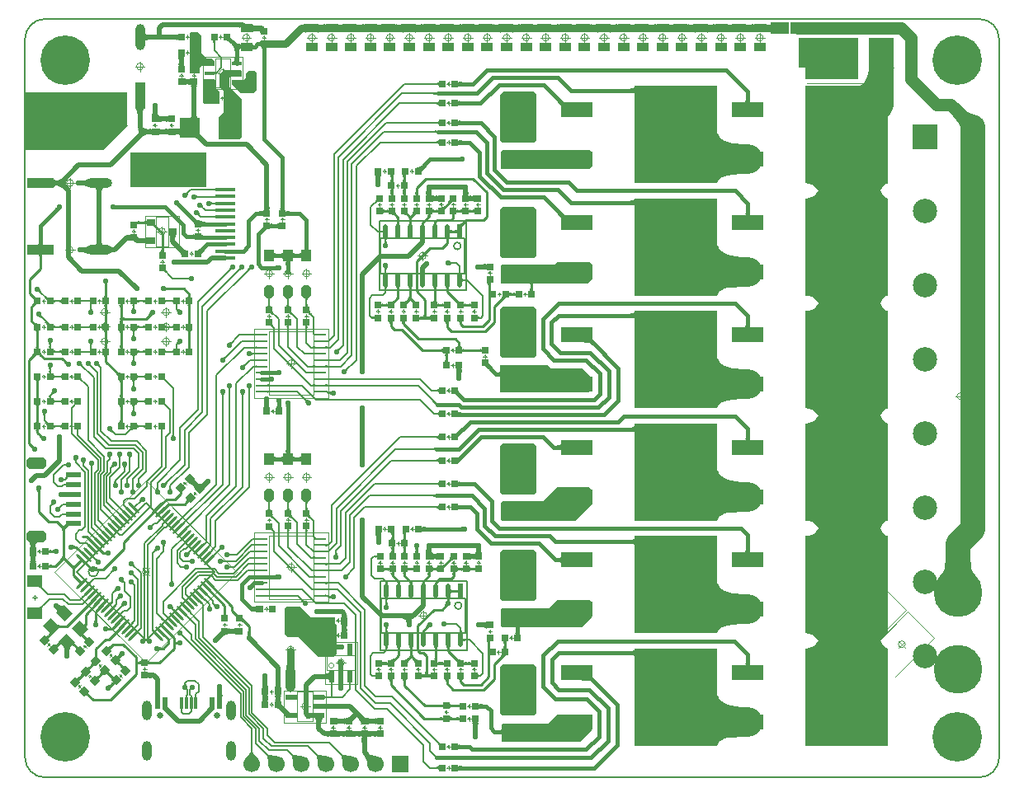
<source format=gtl>
G04*
G04 #@! TF.GenerationSoftware,Altium Limited,Altium Designer,20.0.12 (288)*
G04*
G04 Layer_Physical_Order=1*
G04 Layer_Color=255*
%FSLAX25Y25*%
%MOIN*%
G70*
G01*
G75*
%ADD13C,0.01000*%
%ADD14C,0.02000*%
%ADD17C,0.00600*%
%ADD18C,0.01500*%
%ADD19C,0.00500*%
%ADD20C,0.00800*%
%ADD21C,0.00394*%
%ADD25C,0.00591*%
%ADD26C,0.00197*%
%ADD27C,0.00100*%
%ADD28C,0.00158*%
%ADD29R,0.33465X0.39370*%
%ADD30R,0.12598X0.06299*%
%ADD31R,0.10236X0.12402*%
%ADD32R,0.06102X0.02362*%
G04:AMPARAMS|DCode=33|XSize=78.74mil|YSize=47.24mil|CornerRadius=0mil|HoleSize=0mil|Usage=FLASHONLY|Rotation=180.000|XOffset=0mil|YOffset=0mil|HoleType=Round|Shape=Octagon|*
%AMOCTAGOND33*
4,1,8,-0.03937,0.01181,-0.03937,-0.01181,-0.02756,-0.02362,0.02756,-0.02362,0.03937,-0.01181,0.03937,0.01181,0.02756,0.02362,-0.02756,0.02362,-0.03937,0.01181,0.0*
%
%ADD33OCTAGOND33*%

%ADD34R,0.03000X0.03000*%
%ADD35R,0.03000X0.03000*%
%ADD36R,0.03937X0.10630*%
%ADD37O,0.03937X0.10630*%
%ADD38R,0.05906X0.04724*%
%ADD39P,0.04243X4X180.0*%
%ADD40P,0.04243X4X90.0*%
G04:AMPARAMS|DCode=41|XSize=43.31mil|YSize=51.18mil|CornerRadius=0mil|HoleSize=0mil|Usage=FLASHONLY|Rotation=225.000|XOffset=0mil|YOffset=0mil|HoleType=Round|Shape=Rectangle|*
%AMROTATEDRECTD41*
4,1,4,-0.00278,0.03341,0.03341,-0.00278,0.00278,-0.03341,-0.03341,0.00278,-0.00278,0.03341,0.0*
%
%ADD41ROTATEDRECTD41*%

G04:AMPARAMS|DCode=42|XSize=9.84mil|YSize=61.02mil|CornerRadius=0mil|HoleSize=0mil|Usage=FLASHONLY|Rotation=135.000|XOffset=0mil|YOffset=0mil|HoleType=Round|Shape=Round|*
%AMOVALD42*
21,1,0.05118,0.00984,0.00000,0.00000,225.0*
1,1,0.00984,0.01810,0.01810*
1,1,0.00984,-0.01810,-0.01810*
%
%ADD42OVALD42*%

G04:AMPARAMS|DCode=43|XSize=9.84mil|YSize=61.02mil|CornerRadius=0mil|HoleSize=0mil|Usage=FLASHONLY|Rotation=45.000|XOffset=0mil|YOffset=0mil|HoleType=Round|Shape=Round|*
%AMOVALD43*
21,1,0.05118,0.00984,0.00000,0.00000,135.0*
1,1,0.00984,0.01810,-0.01810*
1,1,0.00984,-0.01810,0.01810*
%
%ADD43OVALD43*%

%ADD44R,0.05000X0.03500*%
G04:AMPARAMS|DCode=45|XSize=51.18mil|YSize=39.37mil|CornerRadius=0mil|HoleSize=0mil|Usage=FLASHONLY|Rotation=270.000|XOffset=0mil|YOffset=0mil|HoleType=Round|Shape=Octagon|*
%AMOCTAGOND45*
4,1,8,-0.00984,-0.02559,0.00984,-0.02559,0.01968,-0.01575,0.01968,0.01575,0.00984,0.02559,-0.00984,0.02559,-0.01968,0.01575,-0.01968,-0.01575,-0.00984,-0.02559,0.0*
%
%ADD45OCTAGOND45*%

%ADD46R,0.03937X0.05118*%
%ADD47R,0.07874X0.07874*%
%ADD48R,0.12598X0.06496*%
%ADD49R,0.01968X0.05906*%
%ADD50O,0.01968X0.05906*%
%ADD51R,0.04724X0.01968*%
%ADD52R,0.03937X0.01772*%
%ADD53R,0.10630X0.03937*%
%ADD54O,0.10630X0.03937*%
%ADD55O,0.04724X0.00984*%
%ADD56R,0.01181X0.05118*%
%ADD57R,0.02000X0.05118*%
%ADD58R,0.02362X0.05118*%
%ADD59R,0.01968X0.04724*%
%ADD60R,0.07874X0.01496*%
%ADD61R,0.03543X0.02756*%
%ADD63R,0.07400X0.05000*%
%ADD102C,0.02559*%
%ADD106C,0.12000*%
%ADD107C,0.05000*%
%ADD108C,0.10000*%
%ADD109C,0.03000*%
%ADD110C,0.20000*%
%ADD111R,0.21664X0.16700*%
%ADD112R,0.32000X0.23300*%
G04:AMPARAMS|DCode=113|XSize=135.06mil|YSize=178.19mil|CornerRadius=0mil|HoleSize=0mil|Usage=FLASHONLY|Rotation=45.000|XOffset=0mil|YOffset=0mil|HoleType=Round|Shape=Rectangle|*
%AMROTATEDRECTD113*
4,1,4,0.01525,-0.11075,-0.11075,0.01525,-0.01525,0.11075,0.11075,-0.01525,0.01525,-0.11075,0.0*
%
%ADD113ROTATEDRECTD113*%

%ADD114R,0.11700X0.13800*%
%ADD115R,0.30600X0.14200*%
%ADD116C,0.09843*%
%ADD117R,0.09843X0.09843*%
%ADD118C,0.20000*%
%ADD119R,0.06693X0.06693*%
%ADD120C,0.06693*%
%ADD121O,0.03800X0.08000*%
%ADD122C,0.02200*%
%ADD123C,0.19685*%
%ADD124C,0.18000*%
G36*
X627446Y449501D02*
X627555Y449500D01*
Y446500D01*
X627446Y446499D01*
Y446202D01*
X627416Y446258D01*
X627325Y446309D01*
X627176Y446354D01*
X626966Y446393D01*
X626695Y446425D01*
X626300Y446452D01*
X624825Y446354D01*
X624675Y446309D01*
X624585Y446258D01*
X624555Y446202D01*
Y446498D01*
X624445Y446500D01*
Y449500D01*
X624555Y449500D01*
Y449678D01*
X624585Y449644D01*
X624675Y449614D01*
X624825Y449587D01*
X625035Y449564D01*
X625602Y449537D01*
X627416Y449644D01*
X627446Y449678D01*
Y449501D01*
D02*
G37*
G36*
X619579D02*
X619688Y449500D01*
Y446500D01*
X619579Y446499D01*
Y446202D01*
X619549Y446258D01*
X619459Y446309D01*
X619309Y446354D01*
X619099Y446393D01*
X618829Y446425D01*
X618434Y446452D01*
X616958Y446354D01*
X616808Y446309D01*
X616718Y446258D01*
X616688Y446202D01*
Y446498D01*
X616579Y446500D01*
Y449500D01*
X616688Y449500D01*
Y449678D01*
X616718Y449644D01*
X616808Y449614D01*
X616958Y449587D01*
X617168Y449564D01*
X617735Y449537D01*
X619549Y449644D01*
X619579Y449678D01*
Y449501D01*
D02*
G37*
G36*
X611712D02*
X611822Y449500D01*
Y446500D01*
X611712Y446499D01*
Y446202D01*
X611682Y446258D01*
X611592Y446309D01*
X611442Y446354D01*
X611232Y446393D01*
X610962Y446425D01*
X610567Y446452D01*
X609092Y446354D01*
X608942Y446309D01*
X608851Y446258D01*
X608821Y446202D01*
Y446498D01*
X608712Y446500D01*
Y449500D01*
X608821Y449500D01*
Y449678D01*
X608851Y449644D01*
X608942Y449614D01*
X609092Y449587D01*
X609302Y449564D01*
X609868Y449537D01*
X611682Y449644D01*
X611712Y449678D01*
Y449501D01*
D02*
G37*
G36*
X603846D02*
X603955Y449500D01*
Y446500D01*
X603846Y446499D01*
Y446202D01*
X603816Y446258D01*
X603725Y446309D01*
X603576Y446354D01*
X603366Y446393D01*
X603095Y446425D01*
X602700Y446452D01*
X601225Y446354D01*
X601075Y446309D01*
X600985Y446258D01*
X600955Y446202D01*
Y446498D01*
X600845Y446500D01*
Y449500D01*
X600955Y449500D01*
Y449678D01*
X600985Y449644D01*
X601075Y449614D01*
X601225Y449587D01*
X601435Y449564D01*
X602002Y449537D01*
X603816Y449644D01*
X603846Y449678D01*
Y449501D01*
D02*
G37*
G36*
X595979D02*
X596088Y449500D01*
Y446500D01*
X595979Y446499D01*
Y446202D01*
X595949Y446258D01*
X595859Y446309D01*
X595709Y446354D01*
X595499Y446393D01*
X595229Y446425D01*
X594834Y446452D01*
X593358Y446354D01*
X593208Y446309D01*
X593118Y446258D01*
X593088Y446202D01*
Y446498D01*
X592979Y446500D01*
Y449500D01*
X593088Y449500D01*
Y449678D01*
X593118Y449644D01*
X593208Y449614D01*
X593358Y449587D01*
X593568Y449564D01*
X594135Y449537D01*
X595949Y449644D01*
X595979Y449678D01*
Y449501D01*
D02*
G37*
G36*
X588112D02*
X588222Y449500D01*
Y446500D01*
X588112Y446499D01*
Y446202D01*
X588082Y446258D01*
X587992Y446309D01*
X587842Y446354D01*
X587632Y446393D01*
X587362Y446425D01*
X586967Y446452D01*
X585492Y446354D01*
X585342Y446309D01*
X585252Y446258D01*
X585222Y446202D01*
Y446498D01*
X585112Y446500D01*
Y449500D01*
X585222Y449500D01*
Y449678D01*
X585252Y449644D01*
X585342Y449614D01*
X585492Y449587D01*
X585702Y449564D01*
X586268Y449537D01*
X588082Y449644D01*
X588112Y449678D01*
Y449501D01*
D02*
G37*
G36*
X580246D02*
X580355Y449500D01*
Y446500D01*
X580246Y446499D01*
Y446202D01*
X580216Y446258D01*
X580126Y446309D01*
X579976Y446354D01*
X579766Y446393D01*
X579496Y446425D01*
X579100Y446452D01*
X577625Y446354D01*
X577475Y446309D01*
X577385Y446258D01*
X577355Y446202D01*
Y446498D01*
X577246Y446500D01*
Y449500D01*
X577355Y449500D01*
Y449678D01*
X577385Y449644D01*
X577475Y449614D01*
X577625Y449587D01*
X577835Y449564D01*
X578402Y449537D01*
X580216Y449644D01*
X580246Y449678D01*
Y449501D01*
D02*
G37*
G36*
X572379D02*
X572488Y449500D01*
Y446500D01*
X572379Y446499D01*
Y446202D01*
X572349Y446258D01*
X572259Y446309D01*
X572109Y446354D01*
X571899Y446393D01*
X571629Y446425D01*
X571234Y446452D01*
X569758Y446354D01*
X569608Y446309D01*
X569518Y446258D01*
X569488Y446202D01*
Y446498D01*
X569379Y446500D01*
Y449500D01*
X569488Y449500D01*
Y449678D01*
X569518Y449644D01*
X569608Y449614D01*
X569758Y449587D01*
X569968Y449564D01*
X570535Y449537D01*
X572349Y449644D01*
X572379Y449678D01*
Y449501D01*
D02*
G37*
G36*
X564512D02*
X564622Y449500D01*
Y446500D01*
X564512Y446499D01*
Y446202D01*
X564482Y446258D01*
X564392Y446309D01*
X564242Y446354D01*
X564032Y446393D01*
X563762Y446425D01*
X563367Y446452D01*
X561892Y446354D01*
X561742Y446309D01*
X561652Y446258D01*
X561622Y446202D01*
Y446498D01*
X561512Y446500D01*
Y449500D01*
X561622Y449500D01*
Y449678D01*
X561652Y449644D01*
X561742Y449614D01*
X561892Y449587D01*
X562102Y449564D01*
X562668Y449537D01*
X564482Y449644D01*
X564512Y449678D01*
Y449501D01*
D02*
G37*
G36*
X556646D02*
X556755Y449500D01*
Y446500D01*
X556646Y446499D01*
Y446202D01*
X556616Y446258D01*
X556526Y446309D01*
X556376Y446354D01*
X556166Y446393D01*
X555896Y446425D01*
X555500Y446452D01*
X554025Y446354D01*
X553875Y446309D01*
X553785Y446258D01*
X553755Y446202D01*
Y446498D01*
X553646Y446500D01*
Y449500D01*
X553755Y449500D01*
Y449678D01*
X553785Y449644D01*
X553875Y449614D01*
X554025Y449587D01*
X554235Y449564D01*
X554802Y449537D01*
X556616Y449644D01*
X556646Y449678D01*
Y449501D01*
D02*
G37*
G36*
X548779D02*
X548888Y449500D01*
Y446500D01*
X548779Y446499D01*
Y446202D01*
X548749Y446258D01*
X548659Y446309D01*
X548509Y446354D01*
X548299Y446393D01*
X548029Y446425D01*
X547634Y446452D01*
X546158Y446354D01*
X546008Y446309D01*
X545918Y446258D01*
X545888Y446202D01*
Y446498D01*
X545779Y446500D01*
Y449500D01*
X545888Y449500D01*
Y449678D01*
X545918Y449644D01*
X546008Y449614D01*
X546158Y449587D01*
X546368Y449564D01*
X546935Y449537D01*
X548749Y449644D01*
X548779Y449678D01*
Y449501D01*
D02*
G37*
G36*
X540912D02*
X541022Y449500D01*
Y446500D01*
X540912Y446499D01*
Y446202D01*
X540882Y446258D01*
X540792Y446309D01*
X540642Y446354D01*
X540432Y446393D01*
X540162Y446425D01*
X539767Y446452D01*
X538292Y446354D01*
X538142Y446309D01*
X538052Y446258D01*
X538022Y446202D01*
Y446498D01*
X537912Y446500D01*
Y449500D01*
X538022Y449500D01*
Y449678D01*
X538052Y449644D01*
X538142Y449614D01*
X538292Y449587D01*
X538502Y449564D01*
X539069Y449537D01*
X540882Y449644D01*
X540912Y449678D01*
Y449501D01*
D02*
G37*
G36*
X533046D02*
X533155Y449500D01*
Y446500D01*
X533046Y446499D01*
Y446202D01*
X533016Y446258D01*
X532926Y446309D01*
X532776Y446354D01*
X532566Y446393D01*
X532296Y446425D01*
X531900Y446452D01*
X530425Y446354D01*
X530275Y446309D01*
X530185Y446258D01*
X530155Y446202D01*
Y446498D01*
X530046Y446500D01*
Y449500D01*
X530155Y449500D01*
Y449678D01*
X530185Y449644D01*
X530275Y449614D01*
X530425Y449587D01*
X530635Y449564D01*
X531202Y449537D01*
X533016Y449644D01*
X533046Y449678D01*
Y449501D01*
D02*
G37*
G36*
X525179D02*
X525288Y449500D01*
Y446500D01*
X525179Y446499D01*
Y446202D01*
X525149Y446258D01*
X525059Y446309D01*
X524909Y446354D01*
X524699Y446393D01*
X524429Y446425D01*
X524034Y446452D01*
X522558Y446354D01*
X522408Y446309D01*
X522318Y446258D01*
X522288Y446202D01*
Y446498D01*
X522179Y446500D01*
Y449500D01*
X522288Y449500D01*
Y449678D01*
X522318Y449644D01*
X522408Y449614D01*
X522558Y449587D01*
X522768Y449564D01*
X523335Y449537D01*
X525149Y449644D01*
X525179Y449678D01*
Y449501D01*
D02*
G37*
G36*
X517312D02*
X517422Y449500D01*
Y446500D01*
X517312Y446499D01*
Y446202D01*
X517282Y446258D01*
X517192Y446309D01*
X517042Y446354D01*
X516832Y446393D01*
X516562Y446425D01*
X516167Y446452D01*
X514692Y446354D01*
X514542Y446309D01*
X514452Y446258D01*
X514422Y446202D01*
Y446498D01*
X514312Y446500D01*
Y449500D01*
X514422Y449500D01*
Y449678D01*
X514452Y449644D01*
X514542Y449614D01*
X514692Y449587D01*
X514902Y449564D01*
X515469Y449537D01*
X517282Y449644D01*
X517312Y449678D01*
Y449501D01*
D02*
G37*
G36*
X509446D02*
X509555Y449500D01*
Y446500D01*
X509446Y446499D01*
Y446202D01*
X509416Y446258D01*
X509326Y446309D01*
X509176Y446354D01*
X508966Y446393D01*
X508696Y446425D01*
X508300Y446452D01*
X506825Y446354D01*
X506675Y446309D01*
X506585Y446258D01*
X506555Y446202D01*
Y446498D01*
X506446Y446500D01*
Y449500D01*
X506555Y449500D01*
Y449678D01*
X506585Y449644D01*
X506675Y449614D01*
X506825Y449587D01*
X507035Y449564D01*
X507602Y449537D01*
X509416Y449644D01*
X509446Y449678D01*
Y449501D01*
D02*
G37*
G36*
X501579D02*
X501688Y449500D01*
Y446500D01*
X501579Y446499D01*
Y446202D01*
X501549Y446258D01*
X501459Y446309D01*
X501309Y446354D01*
X501099Y446393D01*
X500829Y446425D01*
X500434Y446452D01*
X498958Y446354D01*
X498808Y446309D01*
X498718Y446258D01*
X498688Y446202D01*
Y446498D01*
X498579Y446500D01*
Y449500D01*
X498688Y449500D01*
Y449678D01*
X498718Y449644D01*
X498808Y449614D01*
X498958Y449587D01*
X499168Y449564D01*
X499735Y449537D01*
X501549Y449644D01*
X501579Y449678D01*
Y449501D01*
D02*
G37*
G36*
X493712D02*
X493822Y449500D01*
Y446500D01*
X493712Y446499D01*
Y446202D01*
X493682Y446258D01*
X493592Y446309D01*
X493442Y446354D01*
X493232Y446393D01*
X492962Y446425D01*
X492567Y446452D01*
X491092Y446354D01*
X490942Y446309D01*
X490852Y446258D01*
X490822Y446202D01*
Y446498D01*
X490712Y446500D01*
Y449500D01*
X490822Y449500D01*
Y449678D01*
X490852Y449644D01*
X490942Y449614D01*
X491092Y449587D01*
X491302Y449564D01*
X491868Y449537D01*
X493682Y449644D01*
X493712Y449678D01*
Y449501D01*
D02*
G37*
G36*
X485846D02*
X485955Y449500D01*
Y446500D01*
X485846Y446499D01*
Y446202D01*
X485816Y446258D01*
X485726Y446309D01*
X485576Y446354D01*
X485366Y446393D01*
X485096Y446425D01*
X484700Y446452D01*
X483225Y446354D01*
X483075Y446309D01*
X482985Y446258D01*
X482955Y446202D01*
Y446498D01*
X482846Y446500D01*
Y449500D01*
X482955Y449500D01*
Y449678D01*
X482985Y449644D01*
X483075Y449614D01*
X483225Y449587D01*
X483435Y449564D01*
X484002Y449537D01*
X485816Y449644D01*
X485846Y449678D01*
Y449501D01*
D02*
G37*
G36*
X477979D02*
X478088Y449500D01*
Y446500D01*
X477979Y446499D01*
Y446202D01*
X477949Y446258D01*
X477859Y446309D01*
X477709Y446354D01*
X477499Y446393D01*
X477229Y446425D01*
X476834Y446452D01*
X475358Y446354D01*
X475208Y446309D01*
X475118Y446258D01*
X475088Y446202D01*
Y446498D01*
X474979Y446500D01*
Y449500D01*
X475088Y449500D01*
Y449678D01*
X475118Y449644D01*
X475208Y449614D01*
X475358Y449587D01*
X475568Y449564D01*
X476135Y449537D01*
X477949Y449644D01*
X477979Y449678D01*
Y449501D01*
D02*
G37*
G36*
X470112D02*
X470222Y449500D01*
Y446500D01*
X470112Y446499D01*
Y446202D01*
X470082Y446258D01*
X469992Y446309D01*
X469842Y446354D01*
X469632Y446393D01*
X469362Y446425D01*
X468967Y446452D01*
X467492Y446354D01*
X467342Y446309D01*
X467252Y446258D01*
X467222Y446202D01*
Y446498D01*
X467112Y446500D01*
Y449500D01*
X467222Y449500D01*
Y449678D01*
X467252Y449644D01*
X467342Y449614D01*
X467492Y449587D01*
X467702Y449564D01*
X468268Y449537D01*
X470082Y449644D01*
X470112Y449678D01*
Y449501D01*
D02*
G37*
G36*
X462246D02*
X462355Y449500D01*
Y446500D01*
X462246Y446499D01*
Y446202D01*
X462216Y446258D01*
X462126Y446309D01*
X461976Y446354D01*
X461766Y446393D01*
X461496Y446425D01*
X461100Y446452D01*
X459625Y446354D01*
X459475Y446309D01*
X459385Y446258D01*
X459355Y446202D01*
Y446498D01*
X459246Y446500D01*
Y449500D01*
X459355Y449500D01*
Y449678D01*
X459385Y449644D01*
X459475Y449614D01*
X459625Y449587D01*
X459835Y449564D01*
X460402Y449537D01*
X462216Y449644D01*
X462246Y449678D01*
Y449501D01*
D02*
G37*
G36*
X454379D02*
X454488Y449500D01*
Y446500D01*
X454379Y446499D01*
Y446202D01*
X454349Y446258D01*
X454259Y446309D01*
X454109Y446354D01*
X453899Y446393D01*
X453629Y446425D01*
X453234Y446452D01*
X451758Y446354D01*
X451608Y446309D01*
X451518Y446258D01*
X451488Y446202D01*
Y446498D01*
X451379Y446500D01*
Y449500D01*
X451488Y449500D01*
Y449678D01*
X451518Y449644D01*
X451608Y449614D01*
X451758Y449587D01*
X451968Y449564D01*
X452535Y449537D01*
X454349Y449644D01*
X454379Y449678D01*
Y449501D01*
D02*
G37*
G36*
X420012Y449678D02*
X420024Y447500D01*
X420003Y447690D01*
X419942Y447860D01*
X419841Y448010D01*
X419700Y448140D01*
X419519Y448250D01*
X419297Y448340D01*
X419036Y448410D01*
X418735Y448460D01*
X418394Y448490D01*
X418012Y448500D01*
Y450500D01*
X420012Y449678D01*
D02*
G37*
G36*
X632451Y449644D02*
X632542Y449614D01*
X632691Y449587D01*
X632901Y449564D01*
X633891Y449516D01*
X635422Y449500D01*
Y446500D01*
X634852Y446497D01*
X632691Y446354D01*
X632542Y446309D01*
X632451Y446258D01*
X632421Y446202D01*
Y449678D01*
X632451Y449644D01*
D02*
G37*
G36*
X446512Y446202D02*
X446493Y446258D01*
X446436Y446309D01*
X446340Y446354D01*
X446206Y446393D01*
X446034Y446425D01*
X445824Y446452D01*
X445288Y446488D01*
X444600Y446500D01*
Y449500D01*
X444963Y449502D01*
X446340Y449587D01*
X446436Y449614D01*
X446493Y449644D01*
X446512Y449678D01*
Y446202D01*
D02*
G37*
G36*
X425008Y449538D02*
X425068Y449412D01*
X425168Y449301D01*
X425308Y449205D01*
X425488Y449124D01*
X425708Y449058D01*
X425968Y449006D01*
X426268Y448969D01*
X426608Y448947D01*
X426988Y448940D01*
Y448671D01*
X428212Y448247D01*
X428224Y445940D01*
X428203Y446130D01*
X428142Y446300D01*
X428041Y446450D01*
X427900Y446580D01*
X427719Y446690D01*
X427497Y446780D01*
X427236Y446850D01*
X426935Y446900D01*
X426594Y446930D01*
X426583Y446930D01*
X425968Y446873D01*
X425708Y446822D01*
X425488Y446755D01*
X425308Y446674D01*
X425168Y446578D01*
X425068Y446467D01*
X425008Y446342D01*
X424988Y446202D01*
Y449678D01*
X425008Y449538D01*
D02*
G37*
G36*
X394753Y443012D02*
X394733Y443071D01*
X394673Y443124D01*
X394573Y443170D01*
X394433Y443211D01*
X394253Y443245D01*
X394033Y443272D01*
X393473Y443310D01*
X392753Y443322D01*
Y445322D01*
X393133Y445329D01*
X393773Y445382D01*
X394033Y445429D01*
X394253Y445489D01*
X394433Y445562D01*
X394573Y445648D01*
X394673Y445749D01*
X394733Y445862D01*
X394753Y445988D01*
Y443012D01*
D02*
G37*
G36*
X428799Y440581D02*
X430762D01*
X430702Y440492D01*
X430650Y440351D01*
X430603Y440158D01*
X430602Y440153D01*
X431188D01*
X431048Y440138D01*
X430923Y440093D01*
X430812Y440018D01*
X430716Y439913D01*
X430635Y439778D01*
X430568Y439613D01*
X430517Y439418D01*
X430512Y439389D01*
X430500Y439265D01*
X430453Y437901D01*
X430450Y437342D01*
X428950D01*
X428947Y437901D01*
X428834Y439604D01*
X428832Y439613D01*
X428766Y439778D01*
X428685Y439913D01*
X428589Y440018D01*
X428478Y440093D01*
X428352Y440138D01*
X428212Y440153D01*
X428798D01*
X428798Y440158D01*
X428751Y440351D01*
X428698Y440492D01*
X428676Y440526D01*
X428674Y440527D01*
X428537Y440603D01*
X428390Y440671D01*
X428231Y440729D01*
X428224Y440731D01*
Y440469D01*
X428212Y440549D01*
X428177Y440621D01*
X428118Y440684D01*
X428035Y440739D01*
X427928Y440785D01*
X427798Y440823D01*
X427644Y440853D01*
X427608Y440857D01*
X427267Y440886D01*
X427041Y440891D01*
Y442391D01*
X427267Y442395D01*
X427300Y442398D01*
X427644Y442429D01*
X427798Y442458D01*
X427928Y442496D01*
X428035Y442542D01*
X428118Y442597D01*
X428177Y442661D01*
X428212Y442732D01*
X428224Y442812D01*
Y442550D01*
X428231Y442552D01*
X428390Y442611D01*
X428537Y442678D01*
X428674Y442754D01*
X428799Y442839D01*
Y440581D01*
D02*
G37*
G36*
X381482Y446132D02*
X381542Y445962D01*
X381643Y445812D01*
X381783Y445682D01*
X381964Y445572D01*
X382186Y445482D01*
X382447Y445412D01*
X382749Y445362D01*
X383091Y445332D01*
X383473Y445322D01*
Y443322D01*
X383091Y443312D01*
X382749Y443282D01*
X382447Y443232D01*
X382186Y443162D01*
X381964Y443072D01*
X381783Y442962D01*
X381643Y442832D01*
X381542Y442682D01*
X381482Y442512D01*
X381461Y442322D01*
Y446322D01*
X381482Y446132D01*
D02*
G37*
G36*
X410265Y443016D02*
X410197Y442992D01*
X410137Y442951D01*
X410085Y442894D01*
X410041Y442821D01*
X410005Y442732D01*
X409977Y442626D01*
X409957Y442505D01*
X409945Y442367D01*
X409941Y442212D01*
X409141D01*
X409137Y442367D01*
X409125Y442505D01*
X409105Y442626D01*
X409077Y442732D01*
X409041Y442821D01*
X408997Y442894D01*
X408945Y442951D01*
X408885Y442992D01*
X408817Y443016D01*
X408741Y443024D01*
X410341D01*
X410265Y443016D01*
D02*
G37*
G36*
X416052Y445018D02*
X416011Y444881D01*
X416012Y444723D01*
X416055Y444543D01*
X416141Y444341D01*
X416270Y444118D01*
X416441Y443874D01*
X416654Y443608D01*
X417208Y443012D01*
X416147Y441952D01*
X415839Y442250D01*
X415286Y442719D01*
X415041Y442890D01*
X414818Y443018D01*
X414617Y443104D01*
X414437Y443148D01*
X414279Y443149D01*
X414142Y443108D01*
X414026Y443024D01*
X416135Y445134D01*
X416052Y445018D01*
D02*
G37*
G36*
X424985Y441308D02*
X425012Y441287D01*
X425056Y441269D01*
X425118Y441253D01*
X425197Y441240D01*
X425294Y441229D01*
X425542Y441214D01*
X425859Y441210D01*
Y439710D01*
X425692Y439708D01*
X425118Y439666D01*
X425056Y439650D01*
X425012Y439632D01*
X424985Y439611D01*
X424976Y439588D01*
Y441331D01*
X424985Y441308D01*
D02*
G37*
G36*
X417967Y442269D02*
X418192Y442089D01*
X418426Y441929D01*
X418669Y441791D01*
X418921Y441675D01*
X419181Y441579D01*
X419420Y441514D01*
X419480Y441530D01*
X419646Y441597D01*
X419782Y441680D01*
X419888Y441777D01*
X419964Y441890D01*
X420009Y442017D01*
X420024Y442160D01*
Y441420D01*
X420311Y441410D01*
X420750Y439910D01*
X420465Y439895D01*
X420210Y439850D01*
X420024Y439788D01*
Y439160D01*
X420009Y439302D01*
X419964Y439430D01*
X419888Y439542D01*
X419782Y439640D01*
X419766Y439650D01*
X419625Y439535D01*
X419490Y439370D01*
X419385Y439175D01*
X419310Y438950D01*
X419265Y438695D01*
X419250Y438410D01*
X417750Y438849D01*
X417739Y439145D01*
X417708Y439431D01*
X417655Y439710D01*
X417580Y439979D01*
X417485Y440239D01*
X417368Y440491D01*
X417230Y440734D01*
X417071Y440968D01*
X416891Y441193D01*
X416689Y441410D01*
X417750Y442470D01*
X417967Y442269D01*
D02*
G37*
G36*
X419257Y435727D02*
X419280Y435470D01*
X419317Y435243D01*
X419370Y435046D01*
X419438Y434880D01*
X419520Y434744D01*
X419618Y434638D01*
X419730Y434562D01*
X419858Y434517D01*
X420000Y434502D01*
X417000D01*
X417142Y434517D01*
X417270Y434562D01*
X417382Y434638D01*
X417480Y434744D01*
X417562Y434880D01*
X417630Y435046D01*
X417683Y435243D01*
X417720Y435470D01*
X417742Y435727D01*
X417750Y436014D01*
X419250D01*
X419257Y435727D01*
D02*
G37*
G36*
X397637Y436692D02*
X397554Y436632D01*
X397480Y436532D01*
X397417Y436392D01*
X397363Y436212D01*
X397319Y435992D01*
X397285Y435732D01*
X397246Y435092D01*
X397243Y434830D01*
X397246Y434567D01*
X397319Y433667D01*
X397363Y433447D01*
X397417Y433267D01*
X397480Y433127D01*
X397554Y433027D01*
X397637Y432967D01*
X397729Y432947D01*
X394753D01*
X394846Y432967D01*
X394929Y433027D01*
X395002Y433127D01*
X395066Y433267D01*
X395119Y433447D01*
X395163Y433667D01*
X395197Y433927D01*
X395236Y434567D01*
X395240Y434830D01*
X395236Y435092D01*
X395163Y435992D01*
X395119Y436212D01*
X395066Y436392D01*
X395002Y436532D01*
X394929Y436632D01*
X394846Y436692D01*
X394753Y436712D01*
X397729D01*
X397637Y436692D01*
D02*
G37*
G36*
X403300Y446100D02*
X404200Y445200D01*
Y441600D01*
Y438300D01*
X404400Y438100D01*
X406700Y435800D01*
X408600D01*
X409300Y435100D01*
X409800Y434600D01*
Y433200D01*
Y432800D01*
X409700Y432700D01*
X409600Y432600D01*
X404200D01*
X404100Y432500D01*
X403500Y431900D01*
Y431600D01*
Y430200D01*
X403200Y429900D01*
X403000Y429700D01*
X399900D01*
X399600Y430000D01*
Y442200D01*
Y445200D01*
Y446100D01*
X399900Y446400D01*
X403000D01*
X403300Y446100D01*
D02*
G37*
G36*
X409453Y430624D02*
X409477Y430556D01*
X409518Y430496D01*
X409574Y430444D01*
X409648Y430400D01*
X409737Y430364D01*
X409842Y430336D01*
X409964Y430316D01*
X410102Y430304D01*
X410256Y430300D01*
Y429500D01*
X410102Y429496D01*
X409964Y429484D01*
X409842Y429464D01*
X409737Y429436D01*
X409648Y429400D01*
X409574Y429356D01*
X409518Y429304D01*
X409477Y429244D01*
X409453Y429176D01*
X409445Y429100D01*
Y430700D01*
X409453Y430624D01*
D02*
G37*
G36*
X425900Y430600D02*
X426800Y429700D01*
X426800Y423100D01*
X425300Y421600D01*
X420200D01*
X416551Y425249D01*
Y427000D01*
X421300Y427000D01*
X422300Y428000D01*
Y429700D01*
X423200Y430600D01*
X425900Y430600D01*
D02*
G37*
G36*
X500165Y424700D02*
X500156Y424776D01*
X500132Y424844D01*
X500092Y424904D01*
X500035Y424956D01*
X499962Y425000D01*
X499872Y425036D01*
X499767Y425064D01*
X499645Y425084D01*
X499507Y425096D01*
X499353Y425100D01*
Y425900D01*
X499507Y425904D01*
X499645Y425916D01*
X499767Y425936D01*
X499872Y425964D01*
X499962Y426000D01*
X500035Y426044D01*
X500092Y426096D01*
X500132Y426156D01*
X500156Y426224D01*
X500165Y426300D01*
Y424700D01*
D02*
G37*
G36*
X508262Y426847D02*
X508307Y426722D01*
X508382Y426611D01*
X508487Y426515D01*
X508622Y426434D01*
X508787Y426368D01*
X508982Y426316D01*
X509207Y426279D01*
X509462Y426257D01*
X509747Y426250D01*
Y424750D01*
X509462Y424742D01*
X509207Y424720D01*
X508982Y424683D01*
X508787Y424632D01*
X508622Y424565D01*
X508487Y424484D01*
X508382Y424388D01*
X508307Y424277D01*
X508262Y424152D01*
X508247Y424012D01*
Y426988D01*
X508262Y426847D01*
D02*
G37*
G36*
X397749Y427737D02*
X397809Y427654D01*
X397909Y427580D01*
X398049Y427517D01*
X398229Y427463D01*
X398449Y427419D01*
X398709Y427385D01*
X398722Y427384D01*
X399151Y427419D01*
X399371Y427463D01*
X399551Y427517D01*
X399691Y427580D01*
X399791Y427654D01*
X399851Y427737D01*
X399871Y427829D01*
Y424853D01*
X402847D01*
X402755Y424833D01*
X402672Y424773D01*
X402598Y424673D01*
X402535Y424533D01*
X402481Y424353D01*
X402437Y424133D01*
X402403Y423873D01*
X402364Y423233D01*
X402359Y422853D01*
X400359D01*
X400354Y423233D01*
X400281Y424133D01*
X400237Y424353D01*
X400184Y424533D01*
X400120Y424673D01*
X400047Y424773D01*
X399964Y424833D01*
X399871Y424853D01*
X399851Y424946D01*
X399791Y425029D01*
X399691Y425102D01*
X399551Y425166D01*
X399371Y425219D01*
X399151Y425263D01*
X398891Y425297D01*
X398879Y425298D01*
X398449Y425263D01*
X398229Y425219D01*
X398049Y425166D01*
X397909Y425102D01*
X397809Y425029D01*
X397749Y424946D01*
X397729Y424853D01*
Y427829D01*
X397749Y427737D01*
D02*
G37*
G36*
X683467Y431911D02*
X684179D01*
X684159Y431811D01*
X684141Y431511D01*
X684073Y421911D01*
X674073D01*
X674044Y424666D01*
X669073Y424661D01*
X670023Y424762D01*
X670873Y425063D01*
X671623Y425564D01*
X672273Y426265D01*
X672823Y427166D01*
X673273Y428268D01*
X673623Y429569D01*
X673873Y431070D01*
X674023Y432772D01*
X674073Y434673D01*
X684073D01*
X683467Y431911D01*
D02*
G37*
G36*
X579280Y421400D02*
X579265Y421543D01*
X579220Y421670D01*
X579145Y421782D01*
X579040Y421880D01*
X578905Y421962D01*
X578740Y422030D01*
X578545Y422083D01*
X578320Y422120D01*
X578065Y422143D01*
X577780Y422150D01*
Y423650D01*
X578065Y423658D01*
X578320Y423680D01*
X578545Y423717D01*
X578740Y423770D01*
X578905Y423838D01*
X579040Y423920D01*
X579145Y424017D01*
X579220Y424130D01*
X579265Y424258D01*
X579280Y424400D01*
Y421400D01*
D02*
G37*
G36*
X499470Y421069D02*
X499430Y421094D01*
X499364Y421116D01*
X499271Y421136D01*
X499151Y421153D01*
X498830Y421179D01*
X498147Y421199D01*
X497866Y421200D01*
Y422000D01*
X498147Y422001D01*
X499364Y422084D01*
X499430Y422106D01*
X499470Y422131D01*
Y421069D01*
D02*
G37*
G36*
X625758Y419353D02*
X625780Y419098D01*
X625817Y418873D01*
X625870Y418678D01*
X625938Y418513D01*
X626020Y418378D01*
X626118Y418273D01*
X626230Y418198D01*
X626358Y418153D01*
X626500Y418138D01*
X623500D01*
X623642Y418153D01*
X623770Y418198D01*
X623882Y418273D01*
X623980Y418378D01*
X624062Y418513D01*
X624130Y418678D01*
X624183Y418873D01*
X624220Y419098D01*
X624242Y419353D01*
X624250Y419638D01*
X625750D01*
X625758Y419353D01*
D02*
G37*
G36*
X409500Y427500D02*
X410200Y426800D01*
X410200Y423900D01*
X411700Y422400D01*
X411700Y417754D01*
X411346Y417400D01*
X405600Y417400D01*
X404900Y418100D01*
X404900Y427200D01*
X405200Y427500D01*
X409500Y427500D01*
D02*
G37*
G36*
X500165Y416833D02*
X500156Y416909D01*
X500132Y416977D01*
X500092Y417037D01*
X500035Y417089D01*
X499962Y417133D01*
X499872Y417169D01*
X499767Y417197D01*
X499645Y417217D01*
X499507Y417229D01*
X499353Y417233D01*
Y418033D01*
X499507Y418037D01*
X499645Y418049D01*
X499767Y418069D01*
X499872Y418097D01*
X499962Y418133D01*
X500035Y418177D01*
X500092Y418229D01*
X500132Y418289D01*
X500156Y418357D01*
X500165Y418433D01*
Y416833D01*
D02*
G37*
G36*
X508262Y418981D02*
X508307Y418855D01*
X508382Y418745D01*
X508487Y418649D01*
X508622Y418568D01*
X508787Y418501D01*
X508982Y418449D01*
X509207Y418412D01*
X509462Y418390D01*
X509747Y418383D01*
Y416883D01*
X509462Y416876D01*
X509207Y416854D01*
X508982Y416817D01*
X508787Y416765D01*
X508622Y416699D01*
X508487Y416617D01*
X508382Y416521D01*
X508307Y416411D01*
X508262Y416285D01*
X508247Y416145D01*
Y419121D01*
X508262Y418981D01*
D02*
G37*
G36*
X549775Y418896D02*
X550334Y418421D01*
X550579Y418249D01*
X550803Y418120D01*
X551004Y418035D01*
X551182Y417992D01*
X551338Y417993D01*
X551472Y418038D01*
X551584Y418126D01*
X549567Y415923D01*
X549647Y416043D01*
X549685Y416183D01*
X549681Y416344D01*
X549636Y416526D01*
X549550Y416727D01*
X549422Y416950D01*
X549252Y417193D01*
X549041Y417456D01*
X548495Y418045D01*
X549462Y419198D01*
X549775Y418896D01*
D02*
G37*
G36*
X381275Y415377D02*
X381112Y415317D01*
X380969Y415217D01*
X380844Y415077D01*
X380739Y414897D01*
X380653Y414677D01*
X380586Y414417D01*
X380538Y414117D01*
X380510Y413777D01*
X380500Y413397D01*
X378500D01*
X378490Y413777D01*
X378462Y414117D01*
X378414Y414417D01*
X378347Y414677D01*
X378261Y414897D01*
X378156Y415077D01*
X378031Y415217D01*
X377888Y415317D01*
X377725Y415377D01*
X377543Y415397D01*
X381456D01*
X381275Y415377D01*
D02*
G37*
G36*
X386605Y414408D02*
X386678Y413508D01*
X386722Y413288D01*
X386776Y413108D01*
X386839Y412968D01*
X386912Y412868D01*
X386995Y412808D01*
X387088Y412788D01*
X384112D01*
X384205Y412808D01*
X384288Y412868D01*
X384361Y412968D01*
X384424Y413108D01*
X384478Y413288D01*
X384522Y413508D01*
X384556Y413768D01*
X384595Y414408D01*
X384600Y414788D01*
X386600D01*
X386605Y414408D01*
D02*
G37*
G36*
X390812Y409812D02*
X390792Y409905D01*
X390732Y409988D01*
X390632Y410061D01*
X390492Y410124D01*
X390312Y410178D01*
X390092Y410222D01*
X389832Y410256D01*
X389192Y410295D01*
X388950Y410298D01*
X388708Y410295D01*
X387808Y410222D01*
X387588Y410178D01*
X387408Y410124D01*
X387268Y410061D01*
X387168Y409988D01*
X387108Y409905D01*
X387088Y409812D01*
Y412788D01*
X387108Y412695D01*
X387168Y412612D01*
X387268Y412539D01*
X387408Y412476D01*
X387588Y412422D01*
X387808Y412378D01*
X388068Y412344D01*
X388708Y412305D01*
X388950Y412302D01*
X389192Y412305D01*
X390092Y412378D01*
X390312Y412422D01*
X390492Y412476D01*
X390632Y412539D01*
X390732Y412612D01*
X390792Y412695D01*
X390812Y412788D01*
Y409812D01*
D02*
G37*
G36*
X402369Y413143D02*
X402399Y412801D01*
X402449Y412499D01*
X402519Y412237D01*
X402609Y412016D01*
X402719Y411835D01*
X402849Y411694D01*
X402999Y411593D01*
X403169Y411533D01*
X403359Y411513D01*
X399359D01*
X399549Y411533D01*
X399719Y411593D01*
X399869Y411694D01*
X399999Y411835D01*
X400109Y412016D01*
X400199Y412237D01*
X400269Y412499D01*
X400319Y412801D01*
X400349Y413143D01*
X400359Y413525D01*
X402359D01*
X402369Y413143D01*
D02*
G37*
G36*
X500165Y408966D02*
X500156Y409042D01*
X500132Y409110D01*
X500092Y409170D01*
X500035Y409222D01*
X499962Y409266D01*
X499872Y409302D01*
X499767Y409330D01*
X499645Y409350D01*
X499507Y409362D01*
X499353Y409366D01*
Y410166D01*
X499507Y410170D01*
X499645Y410182D01*
X499767Y410202D01*
X499872Y410230D01*
X499962Y410266D01*
X500035Y410310D01*
X500092Y410362D01*
X500132Y410422D01*
X500156Y410490D01*
X500165Y410566D01*
Y408966D01*
D02*
G37*
G36*
X508262Y411114D02*
X508307Y410989D01*
X508382Y410878D01*
X508487Y410782D01*
X508622Y410701D01*
X508787Y410634D01*
X508982Y410583D01*
X509207Y410546D01*
X509462Y410524D01*
X509747Y410516D01*
Y409016D01*
X509462Y409009D01*
X509207Y408987D01*
X508982Y408950D01*
X508787Y408898D01*
X508622Y408832D01*
X508487Y408751D01*
X508382Y408655D01*
X508307Y408544D01*
X508262Y408419D01*
X508247Y408278D01*
Y411254D01*
X508262Y411114D01*
D02*
G37*
G36*
X709850Y417818D02*
X713415Y414692D01*
X714129Y414179D01*
X714773Y413773D01*
X715346Y413474D01*
X715848Y413283D01*
X716280Y413199D01*
X710915Y407834D01*
X710831Y408265D01*
X710639Y408768D01*
X710341Y409341D01*
X709935Y409984D01*
X709422Y410699D01*
X708074Y412340D01*
X706296Y414264D01*
X705246Y415332D01*
X708781Y418868D01*
X709850Y417818D01*
D02*
G37*
G36*
X395801Y404182D02*
X395781Y404372D01*
X395721Y404542D01*
X395621Y404692D01*
X395481Y404822D01*
X395301Y404932D01*
X395081Y405022D01*
X394821Y405092D01*
X394670Y405117D01*
X394508Y405104D01*
X394288Y405060D01*
X394108Y405006D01*
X393968Y404943D01*
X393868Y404870D01*
X393808Y404787D01*
X393788Y404694D01*
Y407670D01*
X393808Y407577D01*
X393868Y407494D01*
X393968Y407421D01*
X394108Y407358D01*
X394288Y407304D01*
X394508Y407260D01*
X394643Y407242D01*
X394821Y407272D01*
X395081Y407342D01*
X395301Y407432D01*
X395481Y407542D01*
X395621Y407672D01*
X395721Y407822D01*
X395781Y407992D01*
X395801Y408182D01*
Y404182D01*
D02*
G37*
G36*
X390812Y404694D02*
X390792Y404787D01*
X390732Y404870D01*
X390632Y404943D01*
X390492Y405006D01*
X390312Y405060D01*
X390092Y405104D01*
X389832Y405138D01*
X389192Y405177D01*
X388950Y405180D01*
X388708Y405177D01*
X387808Y405104D01*
X387588Y405060D01*
X387408Y405006D01*
X387268Y404943D01*
X387168Y404870D01*
X387108Y404787D01*
X387088Y404694D01*
Y407670D01*
X387108Y407577D01*
X387168Y407494D01*
X387268Y407421D01*
X387408Y407358D01*
X387588Y407304D01*
X387808Y407260D01*
X388068Y407226D01*
X388708Y407187D01*
X388950Y407184D01*
X389192Y407187D01*
X390092Y407260D01*
X390312Y407304D01*
X390492Y407358D01*
X390632Y407421D01*
X390732Y407494D01*
X390792Y407577D01*
X390812Y407670D01*
Y404694D01*
D02*
G37*
G36*
X499470Y405570D02*
X499430Y405594D01*
X499364Y405617D01*
X499271Y405636D01*
X499151Y405653D01*
X498830Y405679D01*
X498147Y405699D01*
X497866Y405700D01*
Y406500D01*
X498147Y406502D01*
X499364Y406584D01*
X499430Y406606D01*
X499470Y406631D01*
Y405570D01*
D02*
G37*
G36*
X380460Y408174D02*
X380728Y407966D01*
X381012Y407782D01*
X381311Y407623D01*
X381626Y407488D01*
X381956Y407378D01*
X382302Y407292D01*
X382663Y407231D01*
X382832Y407214D01*
X383392Y407260D01*
X383612Y407304D01*
X383792Y407358D01*
X383932Y407421D01*
X384032Y407494D01*
X384092Y407577D01*
X384112Y407670D01*
Y404694D01*
X384092Y404787D01*
X384032Y404870D01*
X383932Y404943D01*
X383792Y405006D01*
X383612Y405060D01*
X383392Y405104D01*
X383132Y405138D01*
X382898Y405152D01*
X382656Y405125D01*
X382285Y405055D01*
X381926Y404956D01*
X381579Y404828D01*
X381243Y404673D01*
X380919Y404489D01*
X380607Y404277D01*
X380307Y404036D01*
X380018Y403768D01*
X378190Y404768D01*
X378450Y405045D01*
X378666Y405309D01*
X378838Y405562D01*
X378965Y405802D01*
X379048Y406031D01*
X379086Y406248D01*
X379079Y406452D01*
X379028Y406644D01*
X378933Y406825D01*
X378793Y406993D01*
X380207Y408407D01*
X380460Y408174D01*
D02*
G37*
G36*
X682609Y413538D02*
X681651Y412538D01*
X679993Y410541D01*
X679294Y409544D01*
X678680Y408548D01*
X678152Y407554D01*
X677710Y406561D01*
X677354Y405569D01*
X677084Y404578D01*
X676900Y403588D01*
X665588Y414900D01*
X666578Y415084D01*
X667569Y415354D01*
X668561Y415710D01*
X669554Y416152D01*
X670548Y416680D01*
X671544Y417294D01*
X672541Y417993D01*
X673539Y418779D01*
X675538Y420609D01*
X682609Y413538D01*
D02*
G37*
G36*
X420446Y431000D02*
X420800Y430646D01*
X420800Y428500D01*
X416500D01*
X416046Y428046D01*
X415531D01*
Y424274D01*
X415726D01*
X420800Y419198D01*
X420800Y404200D01*
X419800Y403200D01*
X411200Y403200D01*
X411200Y411900D01*
X413400Y414100D01*
X413400Y422700D01*
X411600Y424500D01*
X411600Y429181D01*
X413409Y430991D01*
X413409Y430991D01*
X413416Y431000D01*
X420446Y431000D01*
D02*
G37*
G36*
X403527Y406349D02*
X403472Y406166D01*
X403473Y405954D01*
X403531Y405714D01*
X403645Y405446D01*
X403816Y405149D01*
X404043Y404823D01*
X404327Y404469D01*
X405065Y403675D01*
X403651Y402261D01*
X403240Y402658D01*
X402503Y403283D01*
X402177Y403510D01*
X401880Y403681D01*
X401612Y403795D01*
X401372Y403853D01*
X401160Y403854D01*
X400977Y403799D01*
X400823Y403687D01*
X403639Y406503D01*
X403527Y406349D01*
D02*
G37*
G36*
X538500Y422300D02*
X539500Y421300D01*
X539500Y402600D01*
X538500Y401600D01*
X526000Y401600D01*
X525100Y402500D01*
X525100Y421200D01*
X526200Y422300D01*
X538500Y422300D01*
D02*
G37*
G36*
X500165Y401100D02*
X500156Y401176D01*
X500132Y401244D01*
X500092Y401304D01*
X500035Y401356D01*
X499962Y401400D01*
X499872Y401436D01*
X499767Y401464D01*
X499645Y401484D01*
X499507Y401496D01*
X499353Y401500D01*
Y402300D01*
X499507Y402304D01*
X499645Y402316D01*
X499767Y402336D01*
X499872Y402364D01*
X499962Y402400D01*
X500035Y402444D01*
X500092Y402496D01*
X500132Y402556D01*
X500156Y402624D01*
X500165Y402700D01*
Y401100D01*
D02*
G37*
G36*
X508262Y403247D02*
X508307Y403122D01*
X508382Y403011D01*
X508487Y402915D01*
X508622Y402834D01*
X508787Y402768D01*
X508982Y402716D01*
X509207Y402679D01*
X509462Y402657D01*
X509747Y402650D01*
Y401150D01*
X509462Y401142D01*
X509207Y401120D01*
X508982Y401083D01*
X508787Y401032D01*
X508622Y400965D01*
X508487Y400884D01*
X508382Y400788D01*
X508307Y400677D01*
X508262Y400552D01*
X508247Y400412D01*
Y403388D01*
X508262Y403247D01*
D02*
G37*
G36*
X509025Y394219D02*
X509015Y394223D01*
X508992Y394226D01*
X508956Y394229D01*
X508684Y394237D01*
X508346Y394239D01*
Y395739D01*
X509025Y395759D01*
Y394219D01*
D02*
G37*
G36*
X494408Y391688D02*
X494111Y391381D01*
X493644Y390829D01*
X493475Y390585D01*
X493347Y390363D01*
X493262Y390161D01*
X493220Y389981D01*
Y389822D01*
X493262Y389684D01*
X493347Y389567D01*
X491226Y391688D01*
X491343Y391603D01*
X491481Y391561D01*
X491640D01*
X491820Y391603D01*
X492022Y391688D01*
X492244Y391816D01*
X492488Y391985D01*
X492753Y392197D01*
X493347Y392749D01*
X494408Y391688D01*
D02*
G37*
G36*
X561400Y398600D02*
X561900Y398100D01*
Y391900D01*
X561100Y391100D01*
X529200Y391100D01*
X525700D01*
X525400Y391400D01*
X525400Y398100D01*
X525900Y398600D01*
X557500Y398600D01*
X561400Y398600D01*
D02*
G37*
G36*
X487155Y388714D02*
X487070Y388683D01*
X486995Y388632D01*
X486930Y388561D01*
X486875Y388470D01*
X486830Y388359D01*
X486795Y388227D01*
X486770Y388076D01*
X486755Y387904D01*
X486750Y387712D01*
X485750D01*
X485745Y387902D01*
X485730Y388072D01*
X485706Y388222D01*
X485671Y388352D01*
X485626Y388462D01*
X485571Y388552D01*
X485507Y388622D01*
X485432Y388672D01*
X485348Y388702D01*
X485253Y388712D01*
X487250Y388724D01*
X487155Y388714D01*
D02*
G37*
G36*
X482180Y388702D02*
X482095Y388672D01*
X482020Y388622D01*
X481955Y388552D01*
X481900Y388462D01*
X481855Y388352D01*
X481820Y388222D01*
X481795Y388072D01*
X481780Y387902D01*
X481775Y387712D01*
X480775D01*
X480770Y387902D01*
X480755Y388072D01*
X480730Y388222D01*
X480695Y388352D01*
X480650Y388462D01*
X480595Y388552D01*
X480530Y388622D01*
X480455Y388672D01*
X480370Y388702D01*
X480275Y388712D01*
X482275D01*
X482180Y388702D01*
D02*
G37*
G36*
X477136Y388692D02*
X477053Y388632D01*
X476980Y388532D01*
X476916Y388392D01*
X476863Y388212D01*
X476819Y387992D01*
X476785Y387732D01*
X476746Y387092D01*
X476741Y386712D01*
X474741D01*
X474736Y387092D01*
X474662Y387992D01*
X474619Y388212D01*
X474565Y388392D01*
X474502Y388532D01*
X474428Y388632D01*
X474345Y388692D01*
X474253Y388712D01*
X477229D01*
X477136Y388692D01*
D02*
G37*
G36*
X350328Y386814D02*
X350074Y386531D01*
X349876Y386248D01*
X349734Y385966D01*
X349650Y385683D01*
X349621Y385400D01*
X349650Y385117D01*
X349734Y384834D01*
X349876Y384552D01*
X350074Y384269D01*
X350328Y383986D01*
X348500Y382986D01*
X348211Y383255D01*
X347911Y383495D01*
X347599Y383707D01*
X347275Y383891D01*
X346939Y384047D01*
X346592Y384174D01*
X346233Y384273D01*
X345862Y384343D01*
X345859Y384344D01*
X345672Y384314D01*
X345412Y384247D01*
X345192Y384161D01*
X345012Y384056D01*
X344872Y383931D01*
X344772Y383788D01*
X344712Y383625D01*
X344692Y383443D01*
Y387356D01*
X344712Y387175D01*
X344772Y387012D01*
X344872Y386869D01*
X345012Y386744D01*
X345192Y386639D01*
X345412Y386553D01*
X345672Y386486D01*
X345859Y386456D01*
X345862Y386457D01*
X346233Y386527D01*
X346592Y386626D01*
X346939Y386754D01*
X347275Y386909D01*
X347599Y387093D01*
X347911Y387305D01*
X348211Y387545D01*
X348500Y387814D01*
X350328Y386814D01*
D02*
G37*
G36*
X486755Y386598D02*
X486770Y386428D01*
X486795Y386278D01*
X486830Y386148D01*
X486875Y386038D01*
X486930Y385948D01*
X486995Y385878D01*
X487070Y385828D01*
X487155Y385798D01*
X487250Y385788D01*
X485250D01*
X485345Y385798D01*
X485430Y385828D01*
X485505Y385878D01*
X485570Y385948D01*
X485625Y386038D01*
X485670Y386148D01*
X485705Y386278D01*
X485730Y386428D01*
X485745Y386598D01*
X485750Y386788D01*
X486750D01*
X486755Y386598D01*
D02*
G37*
G36*
X481780D02*
X481795Y386428D01*
X481820Y386278D01*
X481855Y386148D01*
X481900Y386038D01*
X481955Y385948D01*
X482020Y385878D01*
X482095Y385828D01*
X482180Y385798D01*
X482275Y385788D01*
X480275D01*
X480370Y385798D01*
X480455Y385828D01*
X480530Y385878D01*
X480595Y385948D01*
X480650Y386038D01*
X480695Y386148D01*
X480730Y386278D01*
X480755Y386428D01*
X480770Y386598D01*
X480775Y386788D01*
X481775D01*
X481780Y386598D01*
D02*
G37*
G36*
X612829Y405860D02*
X613190Y404840D01*
X613791Y403940D01*
X614632Y403160D01*
X615713Y402500D01*
X617034Y401960D01*
X618596Y401540D01*
X620397Y401240D01*
X622439Y401060D01*
X624720Y401000D01*
Y389000D01*
X622440Y388963D01*
X618600Y388669D01*
X617040Y388412D01*
X615720Y388082D01*
X614640Y387678D01*
X613800Y387200D01*
X613200Y386649D01*
X612840Y386025D01*
X612720Y385327D01*
X612708Y407000D01*
X612829Y405860D01*
D02*
G37*
G36*
X358678Y383691D02*
X358485Y383826D01*
X358274Y383946D01*
X358046Y384053D01*
X357801Y384145D01*
X357538Y384223D01*
X357258Y384287D01*
X356961Y384336D01*
X356646Y384372D01*
X355966Y384400D01*
Y386400D01*
X356315Y386407D01*
X356961Y386464D01*
X357258Y386513D01*
X357538Y386577D01*
X357801Y386655D01*
X358046Y386747D01*
X358274Y386854D01*
X358485Y386974D01*
X358678Y387109D01*
Y383691D01*
D02*
G37*
G36*
X410087Y382080D02*
X410081Y382137D01*
X410063Y382188D01*
X410032Y382233D01*
X409989Y382272D01*
X409934Y382305D01*
X409867Y382332D01*
X409787Y382353D01*
X409695Y382368D01*
X409591Y382377D01*
X409475Y382380D01*
Y382980D01*
X409591Y382983D01*
X409695Y382992D01*
X409787Y383007D01*
X409867Y383028D01*
X409934Y383055D01*
X409989Y383088D01*
X410032Y383127D01*
X410063Y383172D01*
X410081Y383223D01*
X410087Y383280D01*
Y382080D01*
D02*
G37*
G36*
X487155Y382814D02*
X487070Y382784D01*
X486995Y382733D01*
X486930Y382662D01*
X486875Y382571D01*
X486830Y382460D01*
X486795Y382329D01*
X486770Y382177D01*
X486755Y382005D01*
X486750Y381812D01*
X485750D01*
X485745Y382005D01*
X485730Y382177D01*
X485705Y382329D01*
X485670Y382460D01*
X485625Y382571D01*
X485570Y382662D01*
X485505Y382733D01*
X485430Y382784D01*
X485345Y382814D01*
X485250Y382824D01*
X487250D01*
X487155Y382814D01*
D02*
G37*
G36*
X482180D02*
X482095Y382784D01*
X482020Y382733D01*
X481955Y382662D01*
X481900Y382571D01*
X481855Y382460D01*
X481820Y382329D01*
X481795Y382177D01*
X481780Y382005D01*
X481775Y381812D01*
X480775D01*
X480770Y382005D01*
X480755Y382177D01*
X480730Y382329D01*
X480695Y382460D01*
X480650Y382571D01*
X480595Y382662D01*
X480530Y382733D01*
X480455Y382784D01*
X480370Y382814D01*
X480275Y382824D01*
X482275D01*
X482180Y382814D01*
D02*
G37*
G36*
X364821Y383418D02*
X364651Y383358D01*
X364501Y383258D01*
X364371Y383117D01*
X364261Y382936D01*
X364171Y382714D01*
X364101Y382453D01*
X364051Y382151D01*
X364021Y381809D01*
X364011Y381427D01*
X362011D01*
X362001Y381809D01*
X361971Y382151D01*
X361921Y382453D01*
X361851Y382714D01*
X361761Y382936D01*
X361651Y383117D01*
X361521Y383258D01*
X361371Y383358D01*
X361201Y383418D01*
X361011Y383439D01*
X365011D01*
X364821Y383418D01*
D02*
G37*
G36*
X512130Y382267D02*
X512203Y381367D01*
X512247Y381147D01*
X512301Y380967D01*
X512364Y380827D01*
X512438Y380727D01*
X512521Y380667D01*
X512613Y380647D01*
X509637D01*
X509730Y380667D01*
X509813Y380727D01*
X509886Y380827D01*
X509950Y380967D01*
X510003Y381147D01*
X510047Y381367D01*
X510081Y381627D01*
X510120Y382267D01*
X510125Y382647D01*
X512125D01*
X512130Y382267D01*
D02*
G37*
G36*
X497205D02*
X497278Y381367D01*
X497322Y381147D01*
X497376Y380967D01*
X497439Y380827D01*
X497513Y380727D01*
X497596Y380667D01*
X497688Y380647D01*
X494712D01*
X494805Y380667D01*
X494888Y380727D01*
X494961Y380827D01*
X495025Y380967D01*
X495078Y381147D01*
X495122Y381367D01*
X495156Y381627D01*
X495195Y382267D01*
X495200Y382647D01*
X497200D01*
X497205Y382267D01*
D02*
G37*
G36*
X491730Y381454D02*
X491745Y381282D01*
X491770Y381131D01*
X491805Y380999D01*
X491850Y380888D01*
X491905Y380797D01*
X491970Y380726D01*
X492045Y380675D01*
X492130Y380645D01*
X492225Y380635D01*
X490225D01*
X490320Y380645D01*
X490405Y380675D01*
X490480Y380726D01*
X490545Y380797D01*
X490600Y380888D01*
X490645Y380999D01*
X490680Y381131D01*
X490705Y381282D01*
X490720Y381454D01*
X490725Y381647D01*
X491725D01*
X491730Y381454D01*
D02*
G37*
G36*
X486755D02*
X486770Y381282D01*
X486795Y381131D01*
X486830Y380999D01*
X486875Y380888D01*
X486930Y380797D01*
X486995Y380726D01*
X487070Y380675D01*
X487155Y380645D01*
X487250Y380635D01*
X485250D01*
X485345Y380645D01*
X485430Y380675D01*
X485505Y380726D01*
X485570Y380797D01*
X485625Y380888D01*
X485670Y380999D01*
X485705Y381131D01*
X485730Y381282D01*
X485745Y381454D01*
X485750Y381647D01*
X486750D01*
X486755Y381454D01*
D02*
G37*
G36*
X481780D02*
X481795Y381282D01*
X481820Y381131D01*
X481855Y380999D01*
X481900Y380888D01*
X481955Y380797D01*
X482020Y380726D01*
X482095Y380675D01*
X482180Y380645D01*
X482275Y380635D01*
X480275D01*
X480370Y380645D01*
X480455Y380675D01*
X480530Y380726D01*
X480595Y380797D01*
X480650Y380888D01*
X480695Y380999D01*
X480730Y381131D01*
X480755Y381282D01*
X480770Y381454D01*
X480775Y381647D01*
X481775D01*
X481780Y381454D01*
D02*
G37*
G36*
X399227Y381403D02*
X399164Y381333D01*
X399107Y381256D01*
X399058Y381173D01*
X399015Y381084D01*
X398978Y380988D01*
X398949Y380886D01*
X398927Y380777D01*
X398911Y380661D01*
X398902Y380539D01*
X398900Y380411D01*
X397811Y381500D01*
X397939Y381502D01*
X398061Y381511D01*
X398177Y381527D01*
X398286Y381549D01*
X398388Y381578D01*
X398484Y381615D01*
X398573Y381658D01*
X398656Y381707D01*
X398733Y381764D01*
X398803Y381827D01*
X399227Y381403D01*
D02*
G37*
G36*
X514612Y380159D02*
X514613Y380159D01*
Y378159D01*
X514612Y378159D01*
Y377671D01*
X514592Y377764D01*
X514532Y377846D01*
X514432Y377920D01*
X514292Y377983D01*
X514112Y378037D01*
X513892Y378081D01*
X513679Y378109D01*
X513333Y378081D01*
X513113Y378037D01*
X512933Y377983D01*
X512793Y377920D01*
X512693Y377846D01*
X512633Y377764D01*
X512613Y377671D01*
Y378159D01*
X512612Y378159D01*
Y380159D01*
X512613Y380159D01*
Y380647D01*
X512633Y380554D01*
X512693Y380471D01*
X512793Y380398D01*
X512933Y380334D01*
X513113Y380281D01*
X513333Y380237D01*
X513547Y380209D01*
X513892Y380237D01*
X514112Y380281D01*
X514292Y380334D01*
X514432Y380398D01*
X514532Y380471D01*
X514592Y380554D01*
X514612Y380647D01*
Y380159D01*
D02*
G37*
G36*
X499687D02*
X499688Y380159D01*
Y378159D01*
X499687Y378159D01*
Y377671D01*
X499667Y377764D01*
X499607Y377846D01*
X499507Y377920D01*
X499367Y377983D01*
X499187Y378037D01*
X498967Y378081D01*
X498754Y378109D01*
X498408Y378081D01*
X498188Y378037D01*
X498008Y377983D01*
X497868Y377920D01*
X497768Y377846D01*
X497708Y377764D01*
X497688Y377671D01*
Y378159D01*
X497687Y378159D01*
Y380159D01*
X497688Y380159D01*
Y380647D01*
X497708Y380554D01*
X497768Y380471D01*
X497868Y380398D01*
X498008Y380334D01*
X498188Y380281D01*
X498408Y380237D01*
X498622Y380209D01*
X498967Y380237D01*
X499187Y380281D01*
X499367Y380334D01*
X499507Y380398D01*
X499607Y380471D01*
X499667Y380554D01*
X499687Y380647D01*
Y380159D01*
D02*
G37*
G36*
X410087Y379300D02*
X410081Y379357D01*
X410063Y379408D01*
X410032Y379453D01*
X409989Y379492D01*
X409934Y379525D01*
X409867Y379552D01*
X409787Y379573D01*
X409695Y379588D01*
X409591Y379597D01*
X409475Y379600D01*
Y380200D01*
X409591Y380203D01*
X409695Y380212D01*
X409787Y380227D01*
X409867Y380248D01*
X409934Y380275D01*
X409989Y380308D01*
X410032Y380347D01*
X410063Y380392D01*
X410081Y380443D01*
X410087Y380500D01*
Y379300D01*
D02*
G37*
G36*
X402078Y380581D02*
X402170Y380501D01*
X402263Y380430D01*
X402356Y380369D01*
X402449Y380317D01*
X402542Y380275D01*
X402636Y380242D01*
X402730Y380219D01*
X402824Y380205D01*
X402918Y380200D01*
Y379600D01*
X402824Y379595D01*
X402730Y379581D01*
X402636Y379558D01*
X402542Y379525D01*
X402449Y379483D01*
X402356Y379431D01*
X402263Y379370D01*
X402170Y379299D01*
X402078Y379219D01*
X401986Y379130D01*
Y380670D01*
X402078Y380581D01*
D02*
G37*
G36*
X475944Y377683D02*
X475882Y377727D01*
X475810Y377748D01*
X475726Y377747D01*
X475630Y377723D01*
X475522Y377677D01*
X475403Y377608D01*
X475273Y377516D01*
X475131Y377402D01*
X474812Y377105D01*
X474247Y377671D01*
X474406Y377836D01*
X474657Y378132D01*
X474749Y378262D01*
X474818Y378381D01*
X474865Y378488D01*
X474889Y378584D01*
X474890Y378668D01*
X474868Y378741D01*
X474824Y378802D01*
X475944Y377683D01*
D02*
G37*
G36*
X506076Y377671D02*
X505999Y377727D01*
X505907Y377756D01*
X505801D01*
X505681Y377727D01*
X505546Y377671D01*
X505398Y377586D01*
X505235Y377473D01*
X505058Y377331D01*
X504662Y376964D01*
X503955Y377671D01*
X504153Y377876D01*
X504464Y378243D01*
X504577Y378406D01*
X504662Y378555D01*
X504719Y378689D01*
X504747Y378809D01*
Y378915D01*
X504719Y379007D01*
X504662Y379085D01*
X506076Y377671D01*
D02*
G37*
G36*
X410087Y376568D02*
X410081Y376625D01*
X410063Y376676D01*
X410032Y376721D01*
X409989Y376760D01*
X409934Y376793D01*
X409867Y376820D01*
X409787Y376841D01*
X409695Y376856D01*
X409591Y376865D01*
X409475Y376868D01*
Y377468D01*
X409591Y377471D01*
X409695Y377480D01*
X409787Y377495D01*
X409867Y377516D01*
X409934Y377543D01*
X409989Y377576D01*
X410032Y377615D01*
X410063Y377660D01*
X410081Y377711D01*
X410087Y377768D01*
Y376568D01*
D02*
G37*
G36*
X408146Y377849D02*
X408238Y377769D01*
X408331Y377698D01*
X408424Y377637D01*
X408517Y377585D01*
X408610Y377543D01*
X408704Y377510D01*
X408798Y377487D01*
X408892Y377472D01*
X408986Y377468D01*
Y376868D01*
X408892Y376863D01*
X408798Y376849D01*
X408704Y376825D01*
X408610Y376793D01*
X408517Y376750D01*
X408424Y376699D01*
X408331Y376638D01*
X408238Y376567D01*
X408146Y376487D01*
X408053Y376398D01*
Y377938D01*
X408146Y377849D01*
D02*
G37*
G36*
X579280Y376000D02*
X579265Y376143D01*
X579220Y376270D01*
X579145Y376382D01*
X579040Y376480D01*
X578905Y376562D01*
X578740Y376630D01*
X578545Y376682D01*
X578320Y376720D01*
X578065Y376743D01*
X577780Y376750D01*
Y378250D01*
X578065Y378257D01*
X578320Y378280D01*
X578545Y378317D01*
X578740Y378370D01*
X578905Y378437D01*
X579040Y378520D01*
X579145Y378618D01*
X579220Y378730D01*
X579265Y378857D01*
X579280Y379000D01*
Y376000D01*
D02*
G37*
G36*
X395464Y377379D02*
X395478Y377360D01*
X395501Y377333D01*
X395687Y377135D01*
X395925Y376895D01*
X394864Y375834D01*
X394370Y376300D01*
X395459Y377389D01*
X395464Y377379D01*
D02*
G37*
G36*
X503370Y375672D02*
X503165Y375459D01*
X502843Y375082D01*
X502726Y374916D01*
X502640Y374767D01*
X502583Y374634D01*
X502555Y374516D01*
X502558Y374414D01*
X502590Y374328D01*
X502651Y374257D01*
X501106Y375517D01*
X501189Y375468D01*
X501285Y375446D01*
X501394Y375450D01*
X501516Y375482D01*
X501651Y375540D01*
X501799Y375626D01*
X501960Y375738D01*
X502134Y375877D01*
X502520Y376236D01*
X503370Y375672D01*
D02*
G37*
G36*
X404902Y376361D02*
X404911Y376239D01*
X404927Y376123D01*
X404949Y376014D01*
X404979Y375912D01*
X405015Y375816D01*
X405057Y375727D01*
X405107Y375644D01*
X405164Y375567D01*
X405227Y375497D01*
X404803Y375073D01*
X404733Y375136D01*
X404656Y375193D01*
X404573Y375242D01*
X404484Y375285D01*
X404388Y375322D01*
X404286Y375351D01*
X404177Y375373D01*
X404061Y375389D01*
X403939Y375398D01*
X403811Y375400D01*
X404900Y376489D01*
X404902Y376361D01*
D02*
G37*
G36*
X369396Y376366D02*
X369419Y376363D01*
X369455Y376360D01*
X369727Y376352D01*
X370065Y376350D01*
Y374850D01*
X369386Y374830D01*
Y376370D01*
X369396Y376366D01*
D02*
G37*
G36*
X437857Y375921D02*
X437880Y375666D01*
X437916Y375441D01*
X437968Y375246D01*
X438034Y375081D01*
X438116Y374946D01*
X438212Y374841D01*
X438322Y374766D01*
X438448Y374721D01*
X438588Y374706D01*
X435612D01*
X435752Y374721D01*
X435878Y374766D01*
X435988Y374841D01*
X436084Y374946D01*
X436166Y375081D01*
X436232Y375246D01*
X436284Y375441D01*
X436320Y375666D01*
X436343Y375921D01*
X436350Y376206D01*
X437850D01*
X437857Y375921D01*
D02*
G37*
G36*
X431805Y376326D02*
X431878Y375426D01*
X431922Y375206D01*
X431976Y375026D01*
X432039Y374886D01*
X432112Y374786D01*
X432195Y374726D01*
X432288Y374706D01*
X429312D01*
X429405Y374726D01*
X429488Y374786D01*
X429561Y374886D01*
X429624Y375026D01*
X429678Y375206D01*
X429722Y375426D01*
X429756Y375686D01*
X429795Y376326D01*
X429800Y376706D01*
X431800D01*
X431805Y376326D01*
D02*
G37*
G36*
X479787Y373041D02*
X479777Y373136D01*
X479747Y373221D01*
X479697Y373296D01*
X479627Y373361D01*
X479537Y373416D01*
X479427Y373461D01*
X479297Y373496D01*
X479147Y373521D01*
X478977Y373536D01*
X478788Y373541D01*
X478598Y373536D01*
X478428Y373521D01*
X478278Y373496D01*
X478148Y373461D01*
X478038Y373416D01*
X477948Y373361D01*
X477878Y373296D01*
X477828Y373221D01*
X477798Y373136D01*
X477788Y373041D01*
Y375041D01*
X477798Y374946D01*
X477828Y374861D01*
X477878Y374786D01*
X477948Y374721D01*
X478038Y374666D01*
X478148Y374621D01*
X478278Y374586D01*
X478428Y374561D01*
X478598Y374546D01*
X478788Y374541D01*
X478977Y374546D01*
X479147Y374561D01*
X479297Y374586D01*
X479427Y374621D01*
X479537Y374666D01*
X479627Y374721D01*
X479697Y374786D01*
X479747Y374861D01*
X479777Y374946D01*
X479787Y375041D01*
Y373041D01*
D02*
G37*
G36*
X514624D02*
X514614Y373136D01*
X514584Y373221D01*
X514533Y373296D01*
X514462Y373361D01*
X514371Y373416D01*
X514260Y373461D01*
X514128Y373496D01*
X513977Y373521D01*
X513805Y373536D01*
X513613Y373541D01*
X513423Y373536D01*
X513253Y373521D01*
X513103Y373496D01*
X512973Y373461D01*
X512863Y373416D01*
X512773Y373361D01*
X512703Y373296D01*
X512653Y373221D01*
X512623Y373136D01*
X512613Y373041D01*
Y375041D01*
X512623Y374946D01*
X512653Y374861D01*
X512703Y374786D01*
X512773Y374721D01*
X512863Y374666D01*
X512973Y374621D01*
X513103Y374586D01*
X513253Y374561D01*
X513423Y374546D01*
X513613Y374541D01*
X513805Y374546D01*
X513977Y374561D01*
X514128Y374586D01*
X514260Y374621D01*
X514371Y374666D01*
X514462Y374721D01*
X514533Y374786D01*
X514584Y374861D01*
X514614Y374946D01*
X514624Y375041D01*
Y373041D01*
D02*
G37*
G36*
X499687D02*
X499677Y373136D01*
X499647Y373221D01*
X499597Y373296D01*
X499527Y373361D01*
X499437Y373416D01*
X499327Y373461D01*
X499197Y373496D01*
X499047Y373521D01*
X498877Y373536D01*
X498688Y373541D01*
X498496Y373536D01*
X498324Y373521D01*
X498172Y373496D01*
X498041Y373461D01*
X497929Y373416D01*
X497838Y373361D01*
X497767Y373296D01*
X497717Y373221D01*
X497686Y373136D01*
X497676Y373041D01*
Y375041D01*
X497686Y374946D01*
X497717Y374861D01*
X497767Y374786D01*
X497838Y374721D01*
X497929Y374666D01*
X498041Y374621D01*
X498172Y374586D01*
X498324Y374561D01*
X498496Y374546D01*
X498688Y374541D01*
X498877Y374546D01*
X499047Y374561D01*
X499197Y374586D01*
X499327Y374621D01*
X499437Y374666D01*
X499527Y374721D01*
X499597Y374786D01*
X499647Y374861D01*
X499677Y374946D01*
X499687Y375041D01*
Y373041D01*
D02*
G37*
G36*
X509649D02*
X509639Y373136D01*
X509609Y373221D01*
X509558Y373296D01*
X509487Y373361D01*
X509396Y373416D01*
X509285Y373461D01*
X509153Y373496D01*
X509002Y373521D01*
X508830Y373536D01*
X508638Y373541D01*
X508446Y373536D01*
X508274Y373521D01*
X508122Y373496D01*
X507991Y373461D01*
X507879Y373416D01*
X507788Y373361D01*
X507717Y373296D01*
X507667Y373221D01*
X507636Y373136D01*
X507626Y373041D01*
Y375041D01*
X507636Y374946D01*
X507667Y374861D01*
X507717Y374786D01*
X507788Y374721D01*
X507879Y374666D01*
X507991Y374621D01*
X508122Y374586D01*
X508274Y374561D01*
X508446Y374546D01*
X508638Y374541D01*
X508830Y374546D01*
X509002Y374561D01*
X509153Y374586D01*
X509285Y374621D01*
X509396Y374666D01*
X509487Y374721D01*
X509558Y374786D01*
X509609Y374861D01*
X509639Y374946D01*
X509649Y375041D01*
Y373041D01*
D02*
G37*
G36*
X346889Y374500D02*
X346879Y374495D01*
X346860Y374482D01*
X346833Y374458D01*
X346635Y374272D01*
X346395Y374034D01*
X345334Y375095D01*
X345800Y375589D01*
X346889Y374500D01*
D02*
G37*
G36*
X410087Y373812D02*
X410081Y373869D01*
X410063Y373920D01*
X410032Y373965D01*
X409989Y374004D01*
X409934Y374037D01*
X409867Y374064D01*
X409787Y374085D01*
X409695Y374100D01*
X409591Y374109D01*
X409475Y374112D01*
Y374712D01*
X409591Y374715D01*
X409695Y374724D01*
X409787Y374739D01*
X409867Y374760D01*
X409934Y374787D01*
X409989Y374820D01*
X410032Y374859D01*
X410063Y374904D01*
X410081Y374955D01*
X410087Y375012D01*
Y373812D01*
D02*
G37*
G36*
X625758Y373853D02*
X625780Y373598D01*
X625817Y373373D01*
X625870Y373178D01*
X625938Y373013D01*
X626020Y372878D01*
X626118Y372773D01*
X626230Y372698D01*
X626358Y372653D01*
X626500Y372638D01*
X623500D01*
X623642Y372653D01*
X623770Y372698D01*
X623882Y372773D01*
X623980Y372878D01*
X624062Y373013D01*
X624130Y373178D01*
X624183Y373373D01*
X624220Y373598D01*
X624242Y373853D01*
X624250Y374138D01*
X625750D01*
X625758Y373853D01*
D02*
G37*
G36*
X491152Y372565D02*
X491075Y372620D01*
X490984Y372647D01*
X490878Y372646D01*
X490758Y372616D01*
X490624Y372559D01*
X490476Y372473D01*
X490313Y372358D01*
X490135Y372216D01*
X489737Y371846D01*
X489030Y372553D01*
X489229Y372759D01*
X489543Y373128D01*
X489657Y373291D01*
X489743Y373440D01*
X489801Y373574D01*
X489831Y373694D01*
X489832Y373799D01*
X489805Y373890D01*
X489749Y373967D01*
X491152Y372565D01*
D02*
G37*
G36*
X403502Y373261D02*
X403511Y373139D01*
X403527Y373023D01*
X403549Y372914D01*
X403579Y372812D01*
X403615Y372716D01*
X403657Y372627D01*
X403707Y372544D01*
X403764Y372467D01*
X403827Y372397D01*
X403403Y371973D01*
X403333Y372036D01*
X403256Y372093D01*
X403173Y372143D01*
X403084Y372185D01*
X402988Y372221D01*
X402886Y372251D01*
X402777Y372273D01*
X402661Y372289D01*
X402539Y372298D01*
X402411Y372300D01*
X403500Y373389D01*
X403502Y373261D01*
D02*
G37*
G36*
X487671Y373890D02*
X487644Y373799D01*
X487645Y373694D01*
X487675Y373574D01*
X487732Y373440D01*
X487818Y373291D01*
X487933Y373128D01*
X488075Y372951D01*
X488445Y372553D01*
X487738Y371846D01*
X487532Y372045D01*
X487163Y372358D01*
X487000Y372473D01*
X486851Y372559D01*
X486717Y372616D01*
X486597Y372646D01*
X486492Y372647D01*
X486401Y372620D01*
X486324Y372565D01*
X487726Y373967D01*
X487671Y373890D01*
D02*
G37*
G36*
X482696D02*
X482669Y373799D01*
X482670Y373694D01*
X482699Y373574D01*
X482757Y373440D01*
X482843Y373291D01*
X482958Y373128D01*
X483100Y372951D01*
X483470Y372553D01*
X482763Y371846D01*
X482557Y372045D01*
X482188Y372358D01*
X482025Y372473D01*
X481876Y372559D01*
X481742Y372616D01*
X481622Y372646D01*
X481517Y372647D01*
X481426Y372620D01*
X481349Y372565D01*
X482751Y373967D01*
X482696Y373890D01*
D02*
G37*
G36*
X496905Y372557D02*
X496862Y372534D01*
X496824Y372496D01*
X496791Y372442D01*
X496763Y372374D01*
X496741Y372289D01*
X496723Y372190D01*
X496710Y372076D01*
X496700Y371800D01*
X495700D01*
X495698Y371946D01*
X495678Y372190D01*
X495660Y372289D01*
X495637Y372374D01*
X495610Y372442D01*
X495577Y372496D01*
X495539Y372534D01*
X495496Y372557D01*
X495448Y372565D01*
X496953D01*
X496905Y372557D01*
D02*
G37*
G36*
X438603Y374566D02*
X438648Y374440D01*
X438723Y374330D01*
X438828Y374234D01*
X438963Y374153D01*
X439128Y374086D01*
X439323Y374035D01*
X439548Y373998D01*
X439803Y373975D01*
X440088Y373968D01*
Y372468D01*
X439803Y372461D01*
X439548Y372439D01*
X439323Y372402D01*
X439128Y372350D01*
X438963Y372284D01*
X438828Y372202D01*
X438723Y372107D01*
X438648Y371996D01*
X438603Y371870D01*
X438588Y371730D01*
Y374706D01*
X438603Y374566D01*
D02*
G37*
G36*
X429312Y371730D02*
X429297Y371870D01*
X429252Y371996D01*
X429177Y372107D01*
X429072Y372202D01*
X428937Y372284D01*
X428772Y372350D01*
X428577Y372402D01*
X428352Y372439D01*
X428097Y372461D01*
X427812Y372468D01*
Y373968D01*
X428097Y373975D01*
X428352Y373998D01*
X428577Y374035D01*
X428772Y374086D01*
X428937Y374153D01*
X429072Y374234D01*
X429177Y374330D01*
X429252Y374440D01*
X429297Y374566D01*
X429312Y374706D01*
Y371730D01*
D02*
G37*
G36*
X507055Y372554D02*
X506970Y372524D01*
X506895Y372474D01*
X506830Y372403D01*
X506775Y372312D01*
X506730Y372200D01*
X506695Y372069D01*
X506670Y371917D01*
X506655Y371745D01*
X506650Y371553D01*
X505650D01*
X505645Y371745D01*
X505630Y371917D01*
X505605Y372069D01*
X505570Y372200D01*
X505525Y372312D01*
X505470Y372403D01*
X505405Y372474D01*
X505330Y372524D01*
X505245Y372554D01*
X505150Y372565D01*
X507150D01*
X507055Y372554D01*
D02*
G37*
G36*
X410087Y371056D02*
X410081Y371113D01*
X410063Y371164D01*
X410032Y371209D01*
X409989Y371248D01*
X409934Y371281D01*
X409867Y371308D01*
X409787Y371329D01*
X409695Y371344D01*
X409591Y371353D01*
X409475Y371356D01*
Y371956D01*
X409591Y371959D01*
X409695Y371968D01*
X409787Y371983D01*
X409867Y372004D01*
X409934Y372031D01*
X409989Y372064D01*
X410032Y372103D01*
X410063Y372148D01*
X410081Y372199D01*
X410087Y372256D01*
Y371056D01*
D02*
G37*
G36*
X549965Y373406D02*
X550510Y372946D01*
X550753Y372778D01*
X550975Y372651D01*
X551177Y372566D01*
X551359Y372522D01*
X551521Y372519D01*
X551662Y372558D01*
X551784Y372638D01*
X549555Y370623D01*
X549645Y370735D01*
X549691Y370869D01*
X549694Y371026D01*
X549653Y371204D01*
X549569Y371406D01*
X549441Y371629D01*
X549270Y371874D01*
X549055Y372142D01*
X548495Y372745D01*
X549662Y373698D01*
X549965Y373406D01*
D02*
G37*
G36*
X510429Y368722D02*
X510230Y368516D01*
X509915Y368146D01*
X509801Y367983D01*
X509715Y367834D01*
X509657Y367700D01*
X509628Y367580D01*
X509627Y367475D01*
X509654Y367384D01*
X509710Y367308D01*
X508296Y368699D01*
X508374Y368644D01*
X508465Y368617D01*
X508571Y368619D01*
X508691Y368648D01*
X508825Y368706D01*
X508974Y368792D01*
X509137Y368906D01*
X509314Y369049D01*
X509711Y369418D01*
X510429Y368722D01*
D02*
G37*
G36*
X382322Y368540D02*
X382312Y368635D01*
X382281Y368720D01*
X382230Y368795D01*
X382160Y368860D01*
X382069Y368915D01*
X381957Y368960D01*
X381826Y368995D01*
X381674Y369020D01*
X381502Y369035D01*
X381310Y369040D01*
Y370040D01*
X381502Y370045D01*
X381674Y370060D01*
X381826Y370085D01*
X381957Y370120D01*
X382069Y370165D01*
X382160Y370220D01*
X382230Y370285D01*
X382281Y370360D01*
X382312Y370445D01*
X382322Y370540D01*
Y368540D01*
D02*
G37*
G36*
X379488Y369040D02*
X379296Y369035D01*
X379125Y369020D01*
X378974Y368995D01*
X378842Y368960D01*
X378731Y368915D01*
X378640Y368860D01*
X378569Y368795D01*
X378518Y368720D01*
X378487Y368635D01*
X378476Y368540D01*
X378488Y369847D01*
X378498Y369884D01*
X378528Y369917D01*
X378578Y369946D01*
X378648Y369971D01*
X378738Y369992D01*
X378848Y370009D01*
X378978Y370023D01*
X379298Y370038D01*
X379488Y370040D01*
Y369040D01*
D02*
G37*
G36*
X401721Y371109D02*
X402274Y370640D01*
X402518Y370469D01*
X402741Y370341D01*
X402943Y370255D01*
X403123Y370211D01*
X403281Y370210D01*
X403418Y370251D01*
X403534Y370335D01*
X401424Y368225D01*
X401508Y368341D01*
X401549Y368478D01*
X401548Y368637D01*
X401504Y368816D01*
X401418Y369018D01*
X401290Y369241D01*
X401119Y369485D01*
X400906Y369751D01*
X400352Y370347D01*
X401412Y371407D01*
X401721Y371109D01*
D02*
G37*
G36*
X499254Y369409D02*
X499267Y369249D01*
X499287Y369092D01*
X499317Y368941D01*
X499354Y368793D01*
X499400Y368649D01*
X499454Y368510D01*
X499516Y368375D01*
X499587Y368244D01*
X499666Y368118D01*
X497834D01*
X497913Y368244D01*
X497984Y368375D01*
X498046Y368510D01*
X498100Y368649D01*
X498146Y368793D01*
X498183Y368941D01*
X498213Y369092D01*
X498233Y369249D01*
X498246Y369409D01*
X498250Y369574D01*
X499250D01*
X499254Y369409D01*
D02*
G37*
G36*
X489254D02*
X489267Y369249D01*
X489287Y369092D01*
X489317Y368941D01*
X489354Y368793D01*
X489400Y368649D01*
X489454Y368510D01*
X489516Y368375D01*
X489587Y368244D01*
X489666Y368118D01*
X487834D01*
X487913Y368244D01*
X487984Y368375D01*
X488046Y368510D01*
X488100Y368649D01*
X488146Y368793D01*
X488183Y368941D01*
X488213Y369092D01*
X488233Y369249D01*
X488246Y369409D01*
X488250Y369574D01*
X489250D01*
X489254Y369409D01*
D02*
G37*
G36*
X484254Y369409D02*
X484267Y369249D01*
X484287Y369092D01*
X484316Y368941D01*
X484354Y368793D01*
X484400Y368649D01*
X484454Y368510D01*
X484516Y368375D01*
X484587Y368244D01*
X484666Y368118D01*
X482834D01*
X482913Y368244D01*
X482984Y368375D01*
X483046Y368510D01*
X483100Y368649D01*
X483146Y368793D01*
X483183Y368941D01*
X483213Y369092D01*
X483233Y369249D01*
X483246Y369409D01*
X483250Y369574D01*
X484250D01*
X484254Y369409D01*
D02*
G37*
G36*
X385744Y369136D02*
X385703Y369058D01*
X385695Y368963D01*
X385718Y368848D01*
X385774Y368716D01*
X385862Y368566D01*
X385982Y368397D01*
X386135Y368210D01*
X386536Y367780D01*
X385435Y367467D01*
X385247Y367649D01*
X384901Y367939D01*
X384744Y368047D01*
X384597Y368131D01*
X384461Y368191D01*
X384335Y368227D01*
X384220Y368237D01*
X384115Y368224D01*
X384021Y368186D01*
X385817Y369195D01*
X385744Y369136D01*
D02*
G37*
G36*
X404403Y370214D02*
X404448Y370096D01*
X404523Y369991D01*
X404628Y369901D01*
X404763Y369824D01*
X404928Y369761D01*
X405123Y369713D01*
X405348Y369678D01*
X405603Y369657D01*
X405888Y369650D01*
Y368150D01*
X405603Y368143D01*
X405348Y368120D01*
X405123Y368082D01*
X404928Y368030D01*
X404763Y367963D01*
X404628Y367880D01*
X404523Y367782D01*
X404448Y367670D01*
X404403Y367543D01*
X404388Y367400D01*
Y370347D01*
X404403Y370214D01*
D02*
G37*
G36*
X431433Y366624D02*
X431318Y366708D01*
X431181Y366749D01*
X431022Y366748D01*
X430842Y366704D01*
X430641Y366618D01*
X430418Y366490D01*
X430174Y366319D01*
X429908Y366105D01*
X429312Y365551D01*
X428251Y366612D01*
X428549Y366921D01*
X429019Y367474D01*
X429189Y367718D01*
X429318Y367941D01*
X429404Y368142D01*
X429448Y368322D01*
X429449Y368481D01*
X429408Y368618D01*
X429324Y368733D01*
X431433Y366624D01*
D02*
G37*
G36*
X435612Y366612D02*
X435597Y366752D01*
X435552Y366878D01*
X435477Y366988D01*
X435372Y367084D01*
X435237Y367165D01*
X435072Y367232D01*
X434877Y367284D01*
X434652Y367320D01*
X434397Y367343D01*
X434112Y367350D01*
Y368850D01*
X434397Y368857D01*
X434652Y368880D01*
X434877Y368916D01*
X435072Y368968D01*
X435237Y369035D01*
X435372Y369116D01*
X435477Y369212D01*
X435552Y369322D01*
X435597Y369448D01*
X435612Y369588D01*
Y366612D01*
D02*
G37*
G36*
X432303Y369448D02*
X432348Y369322D01*
X432423Y369212D01*
X432528Y369116D01*
X432663Y369035D01*
X432828Y368968D01*
X433023Y368916D01*
X433248Y368880D01*
X433503Y368857D01*
X433788Y368850D01*
Y367350D01*
X433503Y367343D01*
X433248Y367320D01*
X433023Y367284D01*
X432828Y367232D01*
X432663Y367165D01*
X432528Y367084D01*
X432423Y366988D01*
X432348Y366878D01*
X432303Y366752D01*
X432288Y366612D01*
Y369588D01*
X432303Y369448D01*
D02*
G37*
G36*
X494251Y369185D02*
X494291Y368622D01*
X494306Y368561D01*
X494323Y368518D01*
X494342Y368492D01*
X494364Y368483D01*
X494251D01*
X494252Y368263D01*
X494352Y366758D01*
X494383Y366629D01*
X494418Y366536D01*
X494457Y366477D01*
X493043D01*
X493082Y366536D01*
X493117Y366629D01*
X493148Y366758D01*
X493175Y366922D01*
X493217Y367354D01*
X493248Y368263D01*
X493249Y368483D01*
X493136D01*
X493158Y368492D01*
X493177Y368518D01*
X493194Y368561D01*
X493209Y368622D01*
X493222Y368700D01*
X493240Y368908D01*
X493249Y369185D01*
X493250Y369350D01*
X494250D01*
X494251Y369185D01*
D02*
G37*
G36*
X677049Y395373D02*
X677780Y386373D01*
X677989Y385327D01*
X681878D01*
X680951Y385127D01*
X680122Y384527D01*
X679390Y383527D01*
X678812Y382250D01*
X679390Y380973D01*
X680122Y379973D01*
X680951Y379373D01*
X681878Y379173D01*
X677989D01*
X677780Y378127D01*
X677439Y375527D01*
X677049Y369127D01*
X677000Y365327D01*
X657000D01*
X656914Y369127D01*
X656658Y372527D01*
X656229Y375527D01*
X655630Y378127D01*
X655264Y379173D01*
X648437D01*
X650064Y379373D01*
X651520Y379973D01*
X652804Y380973D01*
X653820Y382250D01*
X652804Y383527D01*
X651520Y384527D01*
X650064Y385127D01*
X648437Y385327D01*
X655264D01*
X655630Y386373D01*
X656229Y388973D01*
X656658Y391973D01*
X656914Y395373D01*
X657000Y399173D01*
X677000D01*
X677049Y395373D01*
D02*
G37*
G36*
X477771Y364970D02*
X477763Y365046D01*
X477738Y365114D01*
X477698Y365174D01*
X477641Y365226D01*
X477568Y365270D01*
X477478Y365306D01*
X477373Y365334D01*
X477251Y365354D01*
X477113Y365366D01*
X476959Y365370D01*
Y366170D01*
X477113Y366174D01*
X477251Y366186D01*
X477373Y366206D01*
X477478Y366234D01*
X477568Y366270D01*
X477641Y366314D01*
X477698Y366366D01*
X477738Y366426D01*
X477763Y366494D01*
X477771Y366570D01*
Y364970D01*
D02*
G37*
G36*
X507790Y364770D02*
X507780Y364865D01*
X507749Y364950D01*
X507699Y365025D01*
X507628Y365090D01*
X507537Y365145D01*
X507425Y365190D01*
X507294Y365225D01*
X507142Y365250D01*
X506970Y365265D01*
X506778Y365270D01*
Y366270D01*
X506970Y366275D01*
X507142Y366290D01*
X507294Y366315D01*
X507425Y366350D01*
X507537Y366395D01*
X507628Y366450D01*
X507699Y366515D01*
X507749Y366590D01*
X507780Y366675D01*
X507790Y366770D01*
Y364770D01*
D02*
G37*
G36*
X504739Y366675D02*
X504770Y366590D01*
X504820Y366515D01*
X504891Y366450D01*
X504982Y366395D01*
X505094Y366350D01*
X505225Y366315D01*
X505377Y366290D01*
X505549Y366275D01*
X505741Y366270D01*
Y365270D01*
X505549Y365265D01*
X505377Y365250D01*
X505225Y365225D01*
X505094Y365190D01*
X504982Y365145D01*
X504891Y365090D01*
X504820Y365025D01*
X504770Y364950D01*
X504739Y364865D01*
X504729Y364770D01*
Y366770D01*
X504739Y366675D01*
D02*
G37*
G36*
X394346Y364414D02*
X394217Y364354D01*
X394103Y364254D01*
X394004Y364114D01*
X393921Y363934D01*
X393852Y363714D01*
X393799Y363454D01*
X393761Y363154D01*
X393738Y362814D01*
X393731Y362434D01*
X391731D01*
X391723Y362814D01*
X391662Y363454D01*
X391609Y363714D01*
X391541Y363934D01*
X391457Y364114D01*
X391358Y364254D01*
X391245Y364354D01*
X391115Y364414D01*
X390971Y364434D01*
X394490D01*
X394346Y364414D01*
D02*
G37*
G36*
X404403Y364746D02*
X404448Y364618D01*
X404523Y364506D01*
X404628Y364408D01*
X404763Y364326D01*
X404928Y364258D01*
X405123Y364206D01*
X405348Y364168D01*
X405603Y364146D01*
X405888Y364138D01*
Y362638D01*
X405603Y362634D01*
X404928Y362577D01*
X404763Y362542D01*
X404628Y362499D01*
X404523Y362449D01*
X404448Y362391D01*
X404403Y362326D01*
X404388Y362253D01*
Y364888D01*
X404403Y364746D01*
D02*
G37*
G36*
X401412Y362253D02*
X401397Y362393D01*
X401352Y362518D01*
X401277Y362629D01*
X401172Y362725D01*
X401037Y362806D01*
X400872Y362873D01*
X400677Y362924D01*
X400452Y362961D01*
X400197Y362983D01*
X399912Y362991D01*
Y364491D01*
X400197Y364498D01*
X400452Y364520D01*
X400677Y364557D01*
X400872Y364609D01*
X401037Y364675D01*
X401172Y364756D01*
X401277Y364852D01*
X401352Y364963D01*
X401397Y365088D01*
X401412Y365229D01*
Y362253D01*
D02*
G37*
G36*
X479466Y363244D02*
X479400Y363209D01*
X479341Y363151D01*
X479290Y363070D01*
X479248Y362966D01*
X479212Y362839D01*
X479185Y362689D01*
X479166Y362515D01*
X479154Y362319D01*
X479150Y362099D01*
X478350D01*
X478346Y362319D01*
X478315Y362689D01*
X478288Y362839D01*
X478253Y362966D01*
X478210Y363070D01*
X478159Y363151D01*
X478100Y363209D01*
X478034Y363244D01*
X477960Y363255D01*
X479540D01*
X479466Y363244D01*
D02*
G37*
G36*
X375512Y362071D02*
X375500Y362103D01*
X375465Y362132D01*
X375406Y362158D01*
X375324Y362180D01*
X375219Y362199D01*
X375090Y362214D01*
X374763Y362234D01*
X374341Y362241D01*
Y364241D01*
X374564Y364243D01*
X375219Y364284D01*
X375324Y364303D01*
X375406Y364325D01*
X375465Y364350D01*
X375500Y364379D01*
X375512Y364412D01*
Y362071D01*
D02*
G37*
G36*
X504587Y363296D02*
X504516Y363165D01*
X504454Y363030D01*
X504400Y362890D01*
X504354Y362747D01*
X504317Y362599D01*
X504287Y362447D01*
X504267Y362291D01*
X504254Y362131D01*
X504250Y361966D01*
X503250D01*
X503246Y362131D01*
X503233Y362291D01*
X503213Y362447D01*
X503184Y362599D01*
X503146Y362747D01*
X503100Y362890D01*
X503046Y363030D01*
X502984Y363165D01*
X502913Y363296D01*
X502834Y363422D01*
X504666D01*
X504587Y363296D01*
D02*
G37*
G36*
X479154Y361729D02*
X479165Y361627D01*
X479183Y361528D01*
X479209Y361433D01*
X479243Y361342D01*
X479283Y361253D01*
X479331Y361169D01*
X479387Y361088D01*
X479450Y361010D01*
X479520Y360936D01*
X477980D01*
X478050Y361010D01*
X478113Y361088D01*
X478169Y361169D01*
X478217Y361253D01*
X478258Y361342D01*
X478291Y361433D01*
X478317Y361528D01*
X478335Y361627D01*
X478346Y361729D01*
X478350Y361835D01*
X479150D01*
X479154Y361729D01*
D02*
G37*
G36*
X378497Y363870D02*
X378558Y363700D01*
X378659Y363550D01*
X378800Y363420D01*
X378981Y363310D01*
X379203Y363220D01*
X379464Y363150D01*
X379765Y363100D01*
X380106Y363070D01*
X380440Y363061D01*
X380690Y363064D01*
X381810Y363151D01*
X381990Y363192D01*
X382130Y363239D01*
X382230Y363294D01*
X382290Y363356D01*
X382310Y363426D01*
Y360694D01*
X382290Y360763D01*
X382230Y360826D01*
X382130Y360880D01*
X381990Y360928D01*
X381810Y360968D01*
X381590Y361001D01*
X381030Y361045D01*
X380310Y361060D01*
Y361122D01*
X378488Y361753D01*
X378476Y364060D01*
X378497Y363870D01*
D02*
G37*
G36*
X364021Y361891D02*
X364051Y361549D01*
X364101Y361247D01*
X364171Y360986D01*
X364261Y360764D01*
X364371Y360583D01*
X364501Y360442D01*
X364651Y360342D01*
X364821Y360281D01*
X365011Y360261D01*
X361011D01*
X361201Y360281D01*
X361371Y360342D01*
X361521Y360442D01*
X361651Y360583D01*
X361761Y360764D01*
X361851Y360986D01*
X361921Y361247D01*
X361971Y361549D01*
X362001Y361891D01*
X362011Y362273D01*
X364011D01*
X364021Y361891D01*
D02*
G37*
G36*
X340146Y361469D02*
X340169Y361212D01*
X340207Y360985D01*
X340259Y360789D01*
X340326Y360623D01*
X340409Y360486D01*
X340507Y360381D01*
X340619Y360305D01*
X340746Y360260D01*
X340889Y360244D01*
X337889D01*
X338032Y360260D01*
X338159Y360305D01*
X338271Y360381D01*
X338369Y360486D01*
X338452Y360623D01*
X338519Y360789D01*
X338572Y360985D01*
X338609Y361212D01*
X338632Y361469D01*
X338639Y361756D01*
X340139D01*
X340146Y361469D01*
D02*
G37*
G36*
X447557Y359843D02*
X447580Y359586D01*
X447617Y359359D01*
X447670Y359163D01*
X447738Y358997D01*
X447820Y358860D01*
X447918Y358755D01*
X448030Y358679D01*
X448158Y358634D01*
X448300Y358618D01*
X445300D01*
X445442Y358634D01*
X445570Y358679D01*
X445682Y358755D01*
X445780Y358860D01*
X445862Y358997D01*
X445930Y359163D01*
X445983Y359359D01*
X446020Y359586D01*
X446042Y359843D01*
X446050Y360131D01*
X447550D01*
X447557Y359843D01*
D02*
G37*
G36*
X405407Y358288D02*
X405109Y357979D01*
X404640Y357426D01*
X404469Y357182D01*
X404341Y356959D01*
X404255Y356757D01*
X404211Y356577D01*
X404210Y356419D01*
X404251Y356282D01*
X404335Y356166D01*
X402225Y358276D01*
X402341Y358192D01*
X402478Y358151D01*
X402637Y358152D01*
X402816Y358196D01*
X403018Y358282D01*
X403241Y358410D01*
X403485Y358581D01*
X403751Y358794D01*
X404347Y359348D01*
X405407Y358288D01*
D02*
G37*
G36*
X389105Y358354D02*
X389120Y358182D01*
X389145Y358031D01*
X389180Y357899D01*
X389225Y357788D01*
X389280Y357697D01*
X389345Y357626D01*
X389420Y357575D01*
X389505Y357545D01*
X389600Y357535D01*
X387600D01*
X387695Y357545D01*
X387780Y357575D01*
X387855Y357626D01*
X387920Y357697D01*
X387975Y357788D01*
X388020Y357899D01*
X388055Y358031D01*
X388080Y358182D01*
X388095Y358354D01*
X388100Y358547D01*
X389100D01*
X389105Y358354D01*
D02*
G37*
G36*
X368008Y359350D02*
X368050Y359340D01*
X368120Y359330D01*
X368345Y359315D01*
X369400Y359300D01*
Y357300D01*
X367994Y357238D01*
Y359362D01*
X368008Y359350D01*
D02*
G37*
G36*
X358678Y356591D02*
X358484Y356726D01*
X358274Y356846D01*
X358046Y356953D01*
X357800Y357045D01*
X357538Y357123D01*
X357258Y357187D01*
X356961Y357236D01*
X356646Y357272D01*
X355966Y357300D01*
Y359300D01*
X356315Y359307D01*
X356961Y359364D01*
X357258Y359413D01*
X357538Y359477D01*
X357800Y359555D01*
X358046Y359647D01*
X358274Y359754D01*
X358484Y359874D01*
X358678Y360009D01*
Y356591D01*
D02*
G37*
G36*
X396664Y359305D02*
X397401Y358680D01*
X397726Y358453D01*
X398023Y358282D01*
X398292Y358167D01*
X398532Y358110D01*
X398744Y358108D01*
X398927Y358164D01*
X399081Y358276D01*
X396265Y355459D01*
X396377Y355614D01*
X396432Y355797D01*
X396431Y356008D01*
X396373Y356248D01*
X396259Y356517D01*
X396088Y356814D01*
X395860Y357140D01*
X395576Y357494D01*
X394838Y358288D01*
X396253Y359702D01*
X396664Y359305D01*
D02*
G37*
G36*
X339914Y357749D02*
X339909Y357699D01*
X339900Y357511D01*
X339890Y356344D01*
X340389D01*
X340294Y356333D01*
X340209Y356304D01*
X340134Y356254D01*
X340069Y356184D01*
X340014Y356094D01*
X339969Y355983D01*
X339934Y355854D01*
X339909Y355703D01*
X339894Y355534D01*
X339889Y355344D01*
X338889D01*
X338884Y355534D01*
X338869Y355703D01*
X338844Y355854D01*
X338809Y355983D01*
X338764Y356094D01*
X338709Y356184D01*
X338644Y356254D01*
X338569Y356304D01*
X338484Y356333D01*
X338389Y356344D01*
X338887D01*
X338858Y357770D01*
X339920D01*
X339914Y357749D01*
D02*
G37*
G36*
X538500Y375900D02*
X539500Y374900D01*
X539500Y356200D01*
X538500Y355200D01*
X526000Y355200D01*
X525100Y356100D01*
X525100Y374800D01*
X526200Y375900D01*
X538500Y375900D01*
D02*
G37*
G36*
X444843Y354583D02*
X444829Y354726D01*
X444783Y354854D01*
X444708Y354966D01*
X444603Y355064D01*
X444468Y355146D01*
X444304Y355213D01*
X444108Y355266D01*
X443884Y355304D01*
X443629Y355326D01*
X443343Y355333D01*
Y356833D01*
X443629Y356841D01*
X443884Y356863D01*
X444108Y356901D01*
X444304Y356954D01*
X444468Y357021D01*
X444603Y357103D01*
X444708Y357201D01*
X444783Y357313D01*
X444829Y357441D01*
X444843Y357583D01*
Y354583D01*
D02*
G37*
G36*
X441210Y357441D02*
X441255Y357313D01*
X441331Y357201D01*
X441436Y357103D01*
X441573Y357021D01*
X441739Y356954D01*
X441935Y356901D01*
X442162Y356863D01*
X442419Y356841D01*
X442706Y356833D01*
Y355333D01*
X442419Y355326D01*
X442162Y355304D01*
X441935Y355266D01*
X441739Y355213D01*
X441573Y355146D01*
X441436Y355064D01*
X441331Y354966D01*
X441255Y354854D01*
X441210Y354726D01*
X441194Y354583D01*
Y357583D01*
X441210Y357441D01*
D02*
G37*
G36*
X437293Y354583D02*
X437279Y354726D01*
X437233Y354854D01*
X437158Y354966D01*
X437053Y355064D01*
X436918Y355146D01*
X436754Y355213D01*
X436558Y355266D01*
X436334Y355304D01*
X436079Y355326D01*
X435793Y355333D01*
Y356833D01*
X436079Y356841D01*
X436334Y356863D01*
X436558Y356901D01*
X436754Y356954D01*
X436918Y357021D01*
X437053Y357103D01*
X437158Y357201D01*
X437233Y357313D01*
X437279Y357441D01*
X437293Y357583D01*
Y354583D01*
D02*
G37*
G36*
X433660Y357441D02*
X433705Y357313D01*
X433781Y357201D01*
X433886Y357103D01*
X434023Y357021D01*
X434189Y356954D01*
X434385Y356901D01*
X434612Y356863D01*
X434869Y356841D01*
X435156Y356833D01*
Y355333D01*
X434869Y355326D01*
X434612Y355304D01*
X434385Y355266D01*
X434189Y355213D01*
X434023Y355146D01*
X433886Y355064D01*
X433781Y354966D01*
X433705Y354854D01*
X433660Y354726D01*
X433644Y354583D01*
Y357583D01*
X433660Y357441D01*
D02*
G37*
G36*
X504860Y353700D02*
X504938Y353637D01*
X505019Y353581D01*
X505103Y353533D01*
X505192Y353492D01*
X505283Y353459D01*
X505378Y353433D01*
X505477Y353415D01*
X505579Y353404D01*
X505685Y353400D01*
Y352600D01*
X505579Y352596D01*
X505477Y352585D01*
X505378Y352567D01*
X505283Y352541D01*
X505192Y352507D01*
X505103Y352467D01*
X505019Y352419D01*
X504938Y352363D01*
X504860Y352300D01*
X504786Y352230D01*
Y353770D01*
X504860Y353700D01*
D02*
G37*
G36*
X440608Y353533D02*
X440480Y353488D01*
X440368Y353412D01*
X440270Y353307D01*
X440188Y353170D01*
X440120Y353004D01*
X440067Y352807D01*
X440030Y352581D01*
X440007Y352324D01*
X440000Y352036D01*
X438500D01*
X438492Y352324D01*
X438470Y352581D01*
X438433Y352807D01*
X438380Y353004D01*
X438312Y353170D01*
X438230Y353307D01*
X438132Y353412D01*
X438020Y353488D01*
X437892Y353533D01*
X437750Y353548D01*
X440750D01*
X440608Y353533D01*
D02*
G37*
G36*
X434976Y350430D02*
X434966Y350434D01*
X434942Y350437D01*
X434906Y350440D01*
X434635Y350448D01*
X434297Y350450D01*
Y351950D01*
X434976Y351970D01*
Y350430D01*
D02*
G37*
G36*
X479450Y351190D02*
X479387Y351112D01*
X479331Y351031D01*
X479283Y350946D01*
X479243Y350858D01*
X479209Y350767D01*
X479183Y350672D01*
X479165Y350573D01*
X479154Y350471D01*
X479150Y350365D01*
X478350D01*
X478346Y350471D01*
X478335Y350573D01*
X478317Y350672D01*
X478291Y350767D01*
X478258Y350858D01*
X478217Y350946D01*
X478169Y351031D01*
X478113Y351112D01*
X478050Y351190D01*
X477980Y351264D01*
X479520D01*
X479450Y351190D01*
D02*
G37*
G36*
X519412Y350071D02*
X519392Y350164D01*
X519332Y350247D01*
X519232Y350320D01*
X519092Y350384D01*
X518912Y350437D01*
X518692Y350481D01*
X518432Y350516D01*
X517792Y350554D01*
X517412Y350559D01*
Y352559D01*
X517792Y352564D01*
X518692Y352638D01*
X518912Y352681D01*
X519092Y352735D01*
X519232Y352799D01*
X519332Y352872D01*
X519392Y352955D01*
X519412Y353047D01*
Y350071D01*
D02*
G37*
G36*
X440020Y350036D02*
X438480D01*
X438484Y350046D01*
X438487Y350069D01*
X438490Y350105D01*
X438498Y350377D01*
X438500Y350715D01*
X440000D01*
X440020Y350036D01*
D02*
G37*
G36*
X424489Y350400D02*
X424387Y350397D01*
X424287Y350387D01*
X424191Y350369D01*
X424097Y350343D01*
X424006Y350309D01*
X423917Y350268D01*
X423832Y350219D01*
X423749Y350162D01*
X423669Y350098D01*
X423592Y350026D01*
X423026Y350592D01*
X423098Y350669D01*
X423162Y350749D01*
X423219Y350832D01*
X423268Y350917D01*
X423309Y351006D01*
X423343Y351097D01*
X423369Y351191D01*
X423387Y351287D01*
X423397Y351387D01*
X423400Y351489D01*
X424489Y350400D01*
D02*
G37*
G36*
X420739D02*
X420637Y350397D01*
X420537Y350387D01*
X420441Y350369D01*
X420347Y350343D01*
X420256Y350309D01*
X420167Y350268D01*
X420082Y350219D01*
X419999Y350162D01*
X419919Y350098D01*
X419842Y350026D01*
X419276Y350592D01*
X419348Y350669D01*
X419412Y350749D01*
X419469Y350832D01*
X419518Y350917D01*
X419559Y351006D01*
X419593Y351097D01*
X419619Y351191D01*
X419637Y351287D01*
X419647Y351387D01*
X419650Y351489D01*
X420739Y350400D01*
D02*
G37*
G36*
X416989D02*
X416887Y350397D01*
X416787Y350387D01*
X416691Y350369D01*
X416597Y350343D01*
X416506Y350309D01*
X416417Y350268D01*
X416332Y350219D01*
X416249Y350162D01*
X416169Y350098D01*
X416092Y350026D01*
X415526Y350592D01*
X415598Y350669D01*
X415662Y350749D01*
X415719Y350832D01*
X415768Y350917D01*
X415809Y351006D01*
X415843Y351097D01*
X415869Y351191D01*
X415887Y351287D01*
X415897Y351387D01*
X415900Y351489D01*
X416989Y350400D01*
D02*
G37*
G36*
X390054Y350255D02*
X390037Y350199D01*
Y350136D01*
X390054Y350064D01*
X390088Y349983D01*
X390139Y349894D01*
X390207Y349796D01*
X390292Y349690D01*
X390513Y349453D01*
X390088Y349028D01*
X389965Y349147D01*
X389745Y349334D01*
X389647Y349402D01*
X389558Y349453D01*
X389477Y349487D01*
X389405Y349503D01*
X389342D01*
X389286Y349487D01*
X389240Y349453D01*
X390088Y350301D01*
X390054Y350255D01*
D02*
G37*
G36*
X509154Y349536D02*
X509185Y349166D01*
X509212Y349016D01*
X509247Y348888D01*
X509290Y348784D01*
X509341Y348704D01*
X509400Y348646D01*
X509466Y348611D01*
X509540Y348599D01*
X507960D01*
X508034Y348611D01*
X508100Y348646D01*
X508159Y348704D01*
X508210Y348784D01*
X508252Y348888D01*
X508288Y349016D01*
X508315Y349166D01*
X508334Y349339D01*
X508346Y349536D01*
X508350Y349755D01*
X509150D01*
X509154Y349536D01*
D02*
G37*
G36*
X479154D02*
X479185Y349166D01*
X479212Y349016D01*
X479248Y348888D01*
X479290Y348784D01*
X479341Y348704D01*
X479400Y348646D01*
X479466Y348611D01*
X479540Y348599D01*
X477960D01*
X478034Y348611D01*
X478100Y348646D01*
X478159Y348704D01*
X478210Y348784D01*
X478253Y348888D01*
X478288Y349016D01*
X478315Y349166D01*
X478334Y349339D01*
X478346Y349536D01*
X478350Y349755D01*
X479150D01*
X479154Y349536D01*
D02*
G37*
G36*
X399640Y345955D02*
X399548Y346045D01*
X399455Y346125D01*
X399362Y346195D01*
X399270Y346256D01*
X399176Y346308D01*
X399083Y346350D01*
X398989Y346383D01*
X398896Y346407D01*
X398801Y346421D01*
X398707Y346426D01*
Y347025D01*
X398801Y347030D01*
X398896Y347044D01*
X398989Y347068D01*
X399083Y347101D01*
X399176Y347143D01*
X399270Y347195D01*
X399362Y347256D01*
X399455Y347326D01*
X399548Y347406D01*
X399640Y347496D01*
Y345955D01*
D02*
G37*
G36*
X509737Y346809D02*
X509762Y346741D01*
X509802Y346681D01*
X509859Y346629D01*
X509932Y346585D01*
X510022Y346549D01*
X510127Y346521D01*
X510249Y346501D01*
X510387Y346489D01*
X510541Y346485D01*
Y345685D01*
X510387Y345681D01*
X510249Y345669D01*
X510127Y345649D01*
X510022Y345621D01*
X509932Y345585D01*
X509859Y345541D01*
X509802Y345489D01*
X509762Y345429D01*
X509737Y345361D01*
X509729Y345285D01*
Y346885D01*
X509737Y346809D01*
D02*
G37*
G36*
X562000Y352700D02*
X562000Y346400D01*
X560400Y344800D01*
X541000Y344800D01*
X538177D01*
X538176Y344793D01*
X538164Y344623D01*
X538159Y344433D01*
X537159D01*
X537154Y344625D01*
X537139Y344796D01*
X537139Y344800D01*
X525500D01*
X525200Y345100D01*
X525200Y351800D01*
X525800Y352400D01*
X547100D01*
X548100Y353400D01*
X561300D01*
X562000Y352700D01*
D02*
G37*
G36*
X366422Y345055D02*
X366376Y344992D01*
X366336Y344923D01*
X366301Y344847D01*
X366271Y344765D01*
X366247Y344676D01*
X366228Y344581D01*
X366214Y344480D01*
X366206Y344371D01*
X366203Y344257D01*
X365203D01*
X365201Y344371D01*
X365179Y344581D01*
X365160Y344676D01*
X365136Y344765D01*
X365106Y344847D01*
X365071Y344923D01*
X365031Y344992D01*
X364985Y345055D01*
X364933Y345111D01*
X366474D01*
X366422Y345055D01*
D02*
G37*
G36*
X521405Y344955D02*
X521320Y344925D01*
X521245Y344874D01*
X521180Y344803D01*
X521125Y344712D01*
X521080Y344601D01*
X521045Y344469D01*
X521020Y344318D01*
X521005Y344145D01*
X521000Y343953D01*
X520000D01*
X519995Y344145D01*
X519980Y344318D01*
X519955Y344469D01*
X519920Y344601D01*
X519875Y344712D01*
X519820Y344803D01*
X519755Y344874D01*
X519680Y344925D01*
X519595Y344955D01*
X519500Y344965D01*
X521500D01*
X521405Y344955D01*
D02*
G37*
G36*
X479466Y343559D02*
X479400Y343524D01*
X479341Y343466D01*
X479290Y343385D01*
X479248Y343281D01*
X479212Y343154D01*
X479185Y343004D01*
X479166Y342830D01*
X479154Y342634D01*
X479150Y342414D01*
X478350D01*
X478346Y342634D01*
X478315Y343004D01*
X478288Y343154D01*
X478253Y343281D01*
X478210Y343385D01*
X478159Y343466D01*
X478100Y343524D01*
X478034Y343559D01*
X477960Y343570D01*
X479540D01*
X479466Y343559D01*
D02*
G37*
G36*
X504587Y343610D02*
X504516Y343480D01*
X504454Y343345D01*
X504400Y343205D01*
X504354Y343062D01*
X504317Y342914D01*
X504287Y342762D01*
X504267Y342606D01*
X504254Y342446D01*
X504250Y342281D01*
X503250D01*
X503246Y342446D01*
X503233Y342606D01*
X503213Y342762D01*
X503184Y342914D01*
X503146Y343062D01*
X503100Y343205D01*
X503046Y343345D01*
X502984Y343480D01*
X502913Y343610D01*
X502834Y343737D01*
X504666D01*
X504587Y343610D01*
D02*
G37*
G36*
X484587D02*
X484516Y343480D01*
X484454Y343345D01*
X484400Y343205D01*
X484354Y343062D01*
X484316Y342914D01*
X484287Y342762D01*
X484267Y342606D01*
X484254Y342446D01*
X484250Y342281D01*
X483250D01*
X483246Y342446D01*
X483233Y342606D01*
X483213Y342762D01*
X483183Y342914D01*
X483146Y343062D01*
X483100Y343205D01*
X483046Y343345D01*
X482984Y343480D01*
X482913Y343610D01*
X482834Y343737D01*
X484666D01*
X484587Y343610D01*
D02*
G37*
G36*
X499587Y343610D02*
X499516Y343480D01*
X499454Y343345D01*
X499400Y343205D01*
X499354Y343062D01*
X499317Y342914D01*
X499287Y342762D01*
X499267Y342606D01*
X499254Y342446D01*
X499250Y342281D01*
X498250D01*
X498246Y342446D01*
X498233Y342606D01*
X498213Y342762D01*
X498183Y342914D01*
X498146Y343062D01*
X498100Y343205D01*
X498046Y343345D01*
X497984Y343480D01*
X497913Y343610D01*
X497834Y343737D01*
X499666D01*
X499587Y343610D01*
D02*
G37*
G36*
X489587D02*
X489516Y343480D01*
X489454Y343345D01*
X489400Y343205D01*
X489354Y343062D01*
X489317Y342914D01*
X489287Y342762D01*
X489267Y342606D01*
X489254Y342446D01*
X489250Y342281D01*
X488250D01*
X488246Y342446D01*
X488233Y342606D01*
X488213Y342762D01*
X488183Y342914D01*
X488146Y343062D01*
X488100Y343205D01*
X488046Y343345D01*
X487984Y343480D01*
X487913Y343610D01*
X487834Y343737D01*
X489666D01*
X489587Y343610D01*
D02*
G37*
G36*
X538164Y342698D02*
X538179Y342528D01*
X538204Y342378D01*
X538239Y342248D01*
X538284Y342138D01*
X538339Y342048D01*
X538404Y341978D01*
X538479Y341928D01*
X538564Y341898D01*
X538659Y341888D01*
X536659D01*
X536754Y341898D01*
X536839Y341928D01*
X536914Y341978D01*
X536979Y342048D01*
X537034Y342138D01*
X537079Y342248D01*
X537114Y342378D01*
X537139Y342528D01*
X537154Y342698D01*
X537159Y342888D01*
X538159D01*
X538164Y342698D01*
D02*
G37*
G36*
X389842Y343319D02*
X389904Y343273D01*
X389974Y343232D01*
X390049Y343197D01*
X390131Y343167D01*
X390220Y343143D01*
X390315Y343124D01*
X390417Y343111D01*
X390525Y343103D01*
X390640Y343100D01*
Y342100D01*
X390525Y342097D01*
X390315Y342076D01*
X390220Y342057D01*
X390131Y342033D01*
X390049Y342003D01*
X389974Y341968D01*
X389904Y341927D01*
X389842Y341881D01*
X389786Y341830D01*
Y343370D01*
X389842Y343319D01*
D02*
G37*
G36*
X339203Y342387D02*
X339213Y342287D01*
X339231Y342191D01*
X339257Y342097D01*
X339291Y342006D01*
X339332Y341917D01*
X339381Y341832D01*
X339438Y341749D01*
X339502Y341669D01*
X339574Y341592D01*
X339008Y341026D01*
X338931Y341098D01*
X338851Y341162D01*
X338768Y341219D01*
X338683Y341268D01*
X338594Y341309D01*
X338503Y341343D01*
X338409Y341369D01*
X338313Y341387D01*
X338213Y341397D01*
X338111Y341400D01*
X339200Y342489D01*
X339203Y342387D01*
D02*
G37*
G36*
X612829Y360360D02*
X613190Y359340D01*
X613791Y358440D01*
X614632Y357660D01*
X615713Y357000D01*
X617034Y356460D01*
X618596Y356040D01*
X620397Y355740D01*
X622439Y355560D01*
X624720Y355500D01*
Y343500D01*
X622440Y343463D01*
X618600Y343169D01*
X617040Y342912D01*
X615720Y342582D01*
X614640Y342178D01*
X613800Y341700D01*
X613200Y341149D01*
X612840Y340525D01*
X612720Y339827D01*
X612708Y361500D01*
X612829Y360360D01*
D02*
G37*
G36*
X531065Y339400D02*
X531055Y339495D01*
X531025Y339580D01*
X530974Y339655D01*
X530903Y339720D01*
X530812Y339775D01*
X530701Y339820D01*
X530569Y339855D01*
X530418Y339880D01*
X530245Y339895D01*
X530053Y339900D01*
Y340900D01*
X530245Y340905D01*
X530418Y340920D01*
X530569Y340945D01*
X530701Y340980D01*
X530812Y341025D01*
X530903Y341080D01*
X530974Y341145D01*
X531025Y341220D01*
X531055Y341305D01*
X531065Y341400D01*
Y339400D01*
D02*
G37*
G36*
X528746Y341305D02*
X528776Y341220D01*
X528827Y341145D01*
X528897Y341080D01*
X528988Y341025D01*
X529100Y340980D01*
X529231Y340945D01*
X529383Y340920D01*
X529555Y340905D01*
X529747Y340900D01*
Y339900D01*
X529555Y339895D01*
X529383Y339880D01*
X529231Y339855D01*
X529100Y339820D01*
X528988Y339775D01*
X528897Y339720D01*
X528827Y339655D01*
X528776Y339580D01*
X528746Y339495D01*
X528735Y339400D01*
Y341400D01*
X528746Y341305D01*
D02*
G37*
G36*
X366209Y339895D02*
X366224Y339723D01*
X366248Y339572D01*
X366283Y339440D01*
X366329Y339329D01*
X366384Y339238D01*
X366448Y339167D01*
X366524Y339116D01*
X366609Y339086D01*
X366704Y339076D01*
X364703D01*
X364798Y339086D01*
X364883Y339116D01*
X364959Y339167D01*
X365023Y339238D01*
X365078Y339329D01*
X365124Y339440D01*
X365159Y339572D01*
X365183Y339723D01*
X365198Y339895D01*
X365203Y340088D01*
X366203D01*
X366209Y339895D01*
D02*
G37*
G36*
X399964Y339895D02*
X399979Y339723D01*
X400004Y339571D01*
X400039Y339440D01*
X400084Y339329D01*
X400139Y339237D01*
X400204Y339167D01*
X400279Y339116D01*
X400364Y339086D01*
X400459Y339076D01*
X398459D01*
X398554Y339086D01*
X398639Y339116D01*
X398714Y339167D01*
X398779Y339237D01*
X398834Y339329D01*
X398879Y339440D01*
X398914Y339571D01*
X398939Y339723D01*
X398954Y339895D01*
X398959Y340088D01*
X399959D01*
X399964Y339895D01*
D02*
G37*
G36*
X527627Y338924D02*
X527530Y338960D01*
X527424Y338972D01*
X527307Y338960D01*
X527181Y338924D01*
X527045Y338864D01*
X526898Y338780D01*
X526742Y338672D01*
X526575Y338540D01*
X526399Y338385D01*
X526212Y338205D01*
X525064Y338471D01*
X525283Y338697D01*
X525623Y339093D01*
X525744Y339262D01*
X525832Y339413D01*
X525888Y339545D01*
X525911Y339658D01*
X525901Y339753D01*
X525858Y339829D01*
X525783Y339886D01*
X527627Y338924D01*
D02*
G37*
G36*
X447524Y338962D02*
X447456Y338937D01*
X447396Y338897D01*
X447344Y338842D01*
X447300Y338770D01*
X447264Y338682D01*
X447236Y338578D01*
X447216Y338457D01*
X447204Y338321D01*
X447200Y338170D01*
X446400D01*
X446396Y338321D01*
X446384Y338457D01*
X446364Y338578D01*
X446336Y338682D01*
X446300Y338770D01*
X446256Y338842D01*
X446204Y338897D01*
X446144Y338937D01*
X446076Y338962D01*
X446000Y338969D01*
X447600D01*
X447524Y338962D01*
D02*
G37*
G36*
X439974D02*
X439906Y338937D01*
X439846Y338897D01*
X439794Y338842D01*
X439750Y338770D01*
X439714Y338682D01*
X439686Y338578D01*
X439666Y338457D01*
X439654Y338321D01*
X439650Y338170D01*
X438850D01*
X438846Y338321D01*
X438834Y338457D01*
X438814Y338578D01*
X438786Y338682D01*
X438750Y338770D01*
X438706Y338842D01*
X438654Y338897D01*
X438594Y338937D01*
X438526Y338962D01*
X438450Y338969D01*
X440050D01*
X439974Y338962D01*
D02*
G37*
G36*
X432424D02*
X432356Y338937D01*
X432296Y338897D01*
X432244Y338842D01*
X432200Y338770D01*
X432164Y338682D01*
X432136Y338578D01*
X432116Y338457D01*
X432104Y338321D01*
X432100Y338170D01*
X431300D01*
X431296Y338321D01*
X431284Y338457D01*
X431264Y338578D01*
X431236Y338682D01*
X431200Y338770D01*
X431156Y338842D01*
X431104Y338897D01*
X431044Y338937D01*
X430976Y338962D01*
X430900Y338969D01*
X432500D01*
X432424Y338962D01*
D02*
G37*
G36*
X489257Y339791D02*
X489278Y339600D01*
X489314Y339415D01*
X489363Y339235D01*
X489427Y339062D01*
X489505Y338894D01*
X489597Y338732D01*
X489703Y338576D01*
X489823Y338426D01*
X489957Y338281D01*
X489898Y338174D01*
X490027Y338212D01*
X490215Y338030D01*
X490562Y337739D01*
X490719Y337631D01*
X490866Y337547D01*
X491002Y337487D01*
X491127Y337452D01*
X491242Y337441D01*
X491347Y337455D01*
X491441Y337493D01*
X489652Y336477D01*
X489725Y336537D01*
X489765Y336614D01*
X489774Y336710D01*
X489750Y336824D01*
X489694Y336957D01*
X489606Y337107D01*
X489486Y337276D01*
X489334Y337463D01*
X489282Y337518D01*
X489174Y337594D01*
X489033Y337664D01*
X488891Y337707D01*
X488750Y337721D01*
X488609Y337707D01*
X488467Y337664D01*
X488326Y337594D01*
X488184Y337494D01*
X488079Y337400D01*
X487983Y337300D01*
X487671Y336932D01*
X487558Y336770D01*
X487473Y336621D01*
X487417Y336487D01*
X487389Y336366D01*
Y336260D01*
X487417Y336168D01*
X487473Y336091D01*
X486059Y337505D01*
X486137Y337448D01*
X486229Y337420D01*
X486335D01*
X486455Y337448D01*
X486589Y337505D01*
X486738Y337590D01*
X486901Y337703D01*
X487077Y337844D01*
X487473Y338212D01*
X487711Y337975D01*
X487543Y338281D01*
X487677Y338426D01*
X487797Y338576D01*
X487903Y338732D01*
X487995Y338894D01*
X488073Y339062D01*
X488137Y339235D01*
X488186Y339415D01*
X488222Y339600D01*
X488243Y339791D01*
X488250Y339989D01*
X489250D01*
X489257Y339791D01*
D02*
G37*
G36*
X341686Y339485D02*
X341994Y339222D01*
X342127Y339127D01*
X342247Y339057D01*
X342354Y339012D01*
X342446Y338991D01*
X342526Y338994D01*
X342591Y339023D01*
X342644Y339076D01*
X341724Y337757D01*
X341759Y337827D01*
X341774Y337906D01*
X341768Y337996D01*
X341741Y338094D01*
X341693Y338203D01*
X341625Y338320D01*
X341536Y338448D01*
X341427Y338585D01*
X341146Y338888D01*
X341512Y339653D01*
X341686Y339485D01*
D02*
G37*
G36*
X336800Y339596D02*
X337169Y339282D01*
X337332Y339168D01*
X337481Y339082D01*
X337615Y339024D01*
X337735Y338994D01*
X337840Y338993D01*
X337931Y339020D01*
X338008Y339076D01*
X336606Y337673D01*
X336661Y337750D01*
X336688Y337841D01*
X336687Y337947D01*
X336658Y338067D01*
X336600Y338201D01*
X336514Y338349D01*
X336400Y338512D01*
X336257Y338690D01*
X335887Y339088D01*
X336594Y339795D01*
X336800Y339596D01*
D02*
G37*
G36*
X499255Y338313D02*
X499270Y338141D01*
X499295Y337989D01*
X499330Y337857D01*
X499375Y337746D01*
X499430Y337655D01*
X499495Y337584D01*
X499570Y337533D01*
X499655Y337503D01*
X499750Y337493D01*
X497750D01*
X497845Y337503D01*
X497930Y337533D01*
X498005Y337584D01*
X498070Y337655D01*
X498125Y337746D01*
X498170Y337857D01*
X498205Y337989D01*
X498230Y338141D01*
X498245Y338313D01*
X498250Y338505D01*
X499250D01*
X499255Y338313D01*
D02*
G37*
G36*
X483038Y337505D02*
X482840Y337300D01*
X482528Y336932D01*
X482415Y336770D01*
X482331Y336621D01*
X482274Y336487D01*
X482246Y336366D01*
Y336260D01*
X482274Y336168D01*
X482331Y336091D01*
X480916Y337505D01*
X480994Y337448D01*
X481086Y337420D01*
X481192D01*
X481312Y337448D01*
X481447Y337505D01*
X481595Y337590D01*
X481758Y337703D01*
X481935Y337844D01*
X482331Y338212D01*
X483038Y337505D01*
D02*
G37*
G36*
X392865Y337000D02*
X392859Y337057D01*
X392840Y337108D01*
X392810Y337153D01*
X392767Y337192D01*
X392712Y337225D01*
X392644Y337252D01*
X392565Y337273D01*
X392473Y337288D01*
X392369Y337297D01*
X392253Y337300D01*
Y337900D01*
X392369Y337903D01*
X392473Y337912D01*
X392565Y337927D01*
X392644Y337948D01*
X392712Y337975D01*
X392767Y338008D01*
X392810Y338047D01*
X392840Y338092D01*
X392859Y338143D01*
X392865Y338200D01*
Y337000D01*
D02*
G37*
G36*
X389689Y338143D02*
X389707Y338092D01*
X389738Y338047D01*
X389781Y338008D01*
X389836Y337975D01*
X389903Y337948D01*
X389983Y337927D01*
X390075Y337912D01*
X390179Y337903D01*
X390295Y337900D01*
Y337300D01*
X390179Y337297D01*
X390075Y337288D01*
X389983Y337273D01*
X389903Y337252D01*
X389836Y337225D01*
X389781Y337192D01*
X389738Y337153D01*
X389707Y337108D01*
X389689Y337057D01*
X389683Y337000D01*
Y338200D01*
X389689Y338143D01*
D02*
G37*
G36*
X359109Y337000D02*
X359103Y337057D01*
X359085Y337108D01*
X359054Y337153D01*
X359012Y337192D01*
X358956Y337225D01*
X358889Y337252D01*
X358809Y337273D01*
X358718Y337288D01*
X358614Y337297D01*
X358497Y337300D01*
Y337900D01*
X358614Y337903D01*
X358718Y337912D01*
X358809Y337927D01*
X358889Y337948D01*
X358956Y337975D01*
X359012Y338008D01*
X359054Y338047D01*
X359085Y338092D01*
X359103Y338143D01*
X359109Y338200D01*
Y337000D01*
D02*
G37*
G36*
X355934Y338143D02*
X355952Y338092D01*
X355983Y338047D01*
X356026Y338008D01*
X356081Y337975D01*
X356148Y337948D01*
X356228Y337927D01*
X356319Y337912D01*
X356423Y337903D01*
X356540Y337900D01*
Y337300D01*
X356423Y337297D01*
X356319Y337288D01*
X356228Y337273D01*
X356148Y337252D01*
X356081Y337225D01*
X356026Y337192D01*
X355983Y337153D01*
X355952Y337108D01*
X355934Y337057D01*
X355928Y337000D01*
Y338200D01*
X355934Y338143D01*
D02*
G37*
G36*
X381613Y336800D02*
X381605Y336876D01*
X381580Y336944D01*
X381540Y337004D01*
X381483Y337056D01*
X381410Y337100D01*
X381321Y337136D01*
X381215Y337164D01*
X381093Y337184D01*
X380955Y337196D01*
X380801Y337200D01*
Y338000D01*
X380955Y338004D01*
X381093Y338016D01*
X381215Y338036D01*
X381321Y338064D01*
X381410Y338100D01*
X381483Y338144D01*
X381540Y338196D01*
X381580Y338256D01*
X381605Y338324D01*
X381613Y338400D01*
Y336800D01*
D02*
G37*
G36*
X378439Y338324D02*
X378464Y338256D01*
X378504Y338196D01*
X378561Y338144D01*
X378634Y338100D01*
X378724Y338064D01*
X378829Y338036D01*
X378951Y338016D01*
X379089Y338004D01*
X379243Y338000D01*
Y337200D01*
X379089Y337196D01*
X378951Y337184D01*
X378829Y337164D01*
X378724Y337136D01*
X378634Y337100D01*
X378561Y337056D01*
X378504Y337004D01*
X378464Y336944D01*
X378439Y336876D01*
X378431Y336800D01*
Y338400D01*
X378439Y338324D01*
D02*
G37*
G36*
X347858Y336800D02*
X347849Y336876D01*
X347825Y336944D01*
X347784Y337004D01*
X347728Y337056D01*
X347655Y337100D01*
X347565Y337136D01*
X347460Y337164D01*
X347338Y337184D01*
X347200Y337196D01*
X347046Y337200D01*
Y338000D01*
X347200Y338004D01*
X347338Y338016D01*
X347460Y338036D01*
X347565Y338064D01*
X347655Y338100D01*
X347728Y338144D01*
X347784Y338196D01*
X347825Y338256D01*
X347849Y338324D01*
X347858Y338400D01*
Y336800D01*
D02*
G37*
G36*
X344684Y338324D02*
X344708Y338256D01*
X344749Y338196D01*
X344806Y338144D01*
X344879Y338100D01*
X344968Y338064D01*
X345074Y338036D01*
X345196Y338016D01*
X345334Y338004D01*
X345488Y338000D01*
Y337200D01*
X345334Y337196D01*
X345196Y337184D01*
X345074Y337164D01*
X344968Y337136D01*
X344879Y337100D01*
X344806Y337056D01*
X344749Y337004D01*
X344708Y336944D01*
X344684Y336876D01*
X344676Y336800D01*
Y338400D01*
X344684Y338324D01*
D02*
G37*
G36*
X338008Y336112D02*
X337930Y336168D01*
X337838Y336196D01*
X337732D01*
X337612Y336168D01*
X337478Y336112D01*
X337329Y336027D01*
X337167Y335914D01*
X336990Y335772D01*
X336594Y335405D01*
X335887Y336112D01*
X336085Y336317D01*
X336396Y336684D01*
X336509Y336847D01*
X336594Y336996D01*
X336650Y337130D01*
X336679Y337250D01*
Y337356D01*
X336650Y337448D01*
X336594Y337526D01*
X338008Y336112D01*
D02*
G37*
G36*
X507819Y338013D02*
X508188Y337699D01*
X508351Y337585D01*
X508499Y337499D01*
X508633Y337441D01*
X508753Y337412D01*
X508859Y337410D01*
X508950Y337438D01*
X509026Y337493D01*
X507624Y336091D01*
X507680Y336167D01*
X507707Y336258D01*
X507706Y336364D01*
X507676Y336484D01*
X507618Y336618D01*
X507532Y336767D01*
X507418Y336930D01*
X507275Y337107D01*
X506905Y337505D01*
X507612Y338212D01*
X507819Y338013D01*
D02*
G37*
G36*
X447204Y336192D02*
X447216Y336054D01*
X447236Y335933D01*
X447264Y335827D01*
X447300Y335738D01*
X447344Y335665D01*
X447396Y335608D01*
X447456Y335567D01*
X447524Y335543D01*
X447600Y335535D01*
X446000D01*
X446076Y335543D01*
X446144Y335567D01*
X446204Y335608D01*
X446256Y335665D01*
X446300Y335738D01*
X446336Y335827D01*
X446364Y335933D01*
X446384Y336054D01*
X446396Y336192D01*
X446400Y336347D01*
X447200D01*
X447204Y336192D01*
D02*
G37*
G36*
X439654D02*
X439666Y336054D01*
X439686Y335933D01*
X439714Y335827D01*
X439750Y335738D01*
X439794Y335665D01*
X439846Y335608D01*
X439906Y335567D01*
X439974Y335543D01*
X440050Y335535D01*
X438450D01*
X438526Y335543D01*
X438594Y335567D01*
X438654Y335608D01*
X438706Y335665D01*
X438750Y335738D01*
X438786Y335827D01*
X438814Y335933D01*
X438834Y336054D01*
X438846Y336192D01*
X438850Y336347D01*
X439650D01*
X439654Y336192D01*
D02*
G37*
G36*
X432104D02*
X432116Y336054D01*
X432136Y335933D01*
X432164Y335827D01*
X432200Y335738D01*
X432244Y335665D01*
X432296Y335608D01*
X432356Y335567D01*
X432424Y335543D01*
X432500Y335535D01*
X430900D01*
X430976Y335543D01*
X431044Y335567D01*
X431104Y335608D01*
X431156Y335665D01*
X431200Y335738D01*
X431236Y335827D01*
X431264Y335933D01*
X431284Y336054D01*
X431296Y336192D01*
X431300Y336347D01*
X432100D01*
X432104Y336192D01*
D02*
G37*
G36*
X360331Y336106D02*
X360280Y336088D01*
X360235Y336058D01*
X360196Y336016D01*
X360163Y335962D01*
X360136Y335896D01*
X360115Y335818D01*
X360100Y335728D01*
X360091Y335626D01*
X360088Y335512D01*
X359488D01*
X359485Y335626D01*
X359476Y335728D01*
X359461Y335818D01*
X359440Y335896D01*
X359413Y335962D01*
X359380Y336016D01*
X359341Y336058D01*
X359296Y336088D01*
X359245Y336106D01*
X359188Y336112D01*
X360388D01*
X360331Y336106D01*
D02*
G37*
G36*
X394884Y336106D02*
X394833Y336088D01*
X394788Y336058D01*
X394749Y336016D01*
X394716Y335962D01*
X394689Y335896D01*
X394668Y335818D01*
X394653Y335728D01*
X394644Y335626D01*
X394641Y335512D01*
X394041D01*
X394038Y335626D01*
X394029Y335728D01*
X394014Y335818D01*
X393993Y335896D01*
X393966Y335962D01*
X393933Y336016D01*
X393894Y336058D01*
X393849Y336088D01*
X393798Y336106D01*
X393741Y336112D01*
X394941D01*
X394884Y336106D01*
D02*
G37*
G36*
X377679Y336104D02*
X377611Y336080D01*
X377551Y336040D01*
X377499Y335984D01*
X377455Y335912D01*
X377419Y335824D01*
X377391Y335720D01*
X377371Y335600D01*
X377359Y335464D01*
X377355Y335312D01*
X376555D01*
X376551Y335464D01*
X376539Y335600D01*
X376519Y335720D01*
X376491Y335824D01*
X376455Y335912D01*
X376411Y335984D01*
X376359Y336040D01*
X376299Y336080D01*
X376231Y336104D01*
X376155Y336112D01*
X377755D01*
X377679Y336104D01*
D02*
G37*
G36*
X372742Y336102D02*
X372657Y336072D01*
X372582Y336022D01*
X372517Y335952D01*
X372462Y335862D01*
X372417Y335752D01*
X372382Y335622D01*
X372357Y335472D01*
X372342Y335302D01*
X372337Y335112D01*
X371337D01*
X371332Y335302D01*
X371317Y335472D01*
X371292Y335622D01*
X371257Y335752D01*
X371212Y335862D01*
X371157Y335952D01*
X371092Y336022D01*
X371017Y336072D01*
X370932Y336102D01*
X370837Y336112D01*
X372837D01*
X372742Y336102D01*
D02*
G37*
G36*
X366609D02*
X366524Y336072D01*
X366448Y336022D01*
X366384Y335952D01*
X366329Y335862D01*
X366283Y335752D01*
X366248Y335622D01*
X366224Y335472D01*
X366209Y335302D01*
X366203Y335112D01*
X365203D01*
X365198Y335302D01*
X365183Y335472D01*
X365159Y335622D01*
X365124Y335752D01*
X365078Y335862D01*
X365023Y335952D01*
X364959Y336022D01*
X364883Y336072D01*
X364798Y336102D01*
X364703Y336112D01*
X366704D01*
X366609Y336102D01*
D02*
G37*
G36*
X400364Y336102D02*
X400279Y336072D01*
X400204Y336022D01*
X400139Y335952D01*
X400084Y335862D01*
X400039Y335752D01*
X400004Y335622D01*
X399979Y335472D01*
X399964Y335302D01*
X399959Y335112D01*
X398959D01*
X398954Y335302D01*
X398939Y335472D01*
X398914Y335622D01*
X398879Y335752D01*
X398834Y335862D01*
X398779Y335952D01*
X398714Y336022D01*
X398639Y336072D01*
X398554Y336102D01*
X398459Y336112D01*
X400459D01*
X400364Y336102D01*
D02*
G37*
G36*
X513012Y335017D02*
X513002Y335112D01*
X512972Y335197D01*
X512922Y335272D01*
X512852Y335337D01*
X512762Y335392D01*
X512652Y335437D01*
X512522Y335472D01*
X512372Y335497D01*
X512202Y335512D01*
X512012Y335517D01*
Y336517D01*
X512202Y336522D01*
X512372Y336537D01*
X512522Y336562D01*
X512652Y336597D01*
X512762Y336642D01*
X512852Y336697D01*
X512922Y336762D01*
X512972Y336837D01*
X513002Y336922D01*
X513012Y337017D01*
Y335017D01*
D02*
G37*
G36*
X510598Y336922D02*
X510628Y336837D01*
X510678Y336762D01*
X510748Y336697D01*
X510838Y336642D01*
X510948Y336597D01*
X511078Y336562D01*
X511228Y336537D01*
X511398Y336522D01*
X511588Y336517D01*
Y335517D01*
X511398Y335512D01*
X511228Y335497D01*
X511078Y335472D01*
X510948Y335437D01*
X510838Y335392D01*
X510748Y335337D01*
X510678Y335272D01*
X510628Y335197D01*
X510598Y335112D01*
X510588Y335017D01*
Y337017D01*
X510598Y336922D01*
D02*
G37*
G36*
X502024Y335017D02*
X502014Y335112D01*
X501984Y335197D01*
X501933Y335272D01*
X501862Y335337D01*
X501771Y335392D01*
X501660Y335437D01*
X501528Y335472D01*
X501377Y335497D01*
X501205Y335512D01*
X501012Y335517D01*
Y336517D01*
X501205Y336522D01*
X501377Y336537D01*
X501528Y336562D01*
X501660Y336597D01*
X501771Y336642D01*
X501862Y336697D01*
X501933Y336762D01*
X501984Y336837D01*
X502014Y336922D01*
X502024Y337017D01*
Y335017D01*
D02*
G37*
G36*
X499886Y336922D02*
X499916Y336837D01*
X499967Y336762D01*
X500038Y336697D01*
X500129Y336642D01*
X500240Y336597D01*
X500372Y336562D01*
X500523Y336537D01*
X500695Y336522D01*
X500888Y336517D01*
Y335517D01*
X500695Y335512D01*
X500523Y335497D01*
X500372Y335472D01*
X500240Y335437D01*
X500129Y335392D01*
X500038Y335337D01*
X499967Y335272D01*
X499916Y335197D01*
X499886Y335112D01*
X499876Y335017D01*
Y337017D01*
X499886Y336922D01*
D02*
G37*
G36*
X479366Y335017D02*
X479356Y335112D01*
X479326Y335197D01*
X479276Y335272D01*
X479205Y335337D01*
X479113Y335392D01*
X479002Y335437D01*
X478871Y335472D01*
X478719Y335497D01*
X478547Y335512D01*
X478355Y335517D01*
Y336517D01*
X478547Y336522D01*
X478719Y336537D01*
X478871Y336562D01*
X479002Y336597D01*
X479113Y336642D01*
X479205Y336697D01*
X479276Y336762D01*
X479326Y336837D01*
X479356Y336922D01*
X479366Y337017D01*
Y335017D01*
D02*
G37*
G36*
X477186Y336922D02*
X477216Y336837D01*
X477267Y336762D01*
X477338Y336697D01*
X477429Y336642D01*
X477540Y336597D01*
X477672Y336562D01*
X477823Y336537D01*
X477995Y336522D01*
X478188Y336517D01*
Y335517D01*
X477995Y335512D01*
X477823Y335497D01*
X477672Y335472D01*
X477540Y335437D01*
X477429Y335392D01*
X477338Y335337D01*
X477267Y335272D01*
X477216Y335197D01*
X477186Y335112D01*
X477176Y335017D01*
Y337017D01*
X477186Y336922D01*
D02*
G37*
G36*
X377359Y335079D02*
X377370Y334977D01*
X377389Y334878D01*
X377414Y334783D01*
X377448Y334692D01*
X377488Y334604D01*
X377537Y334519D01*
X377592Y334438D01*
X377655Y334360D01*
X377725Y334286D01*
X376185D01*
X376255Y334360D01*
X376318Y334438D01*
X376374Y334519D01*
X376422Y334604D01*
X376463Y334692D01*
X376496Y334783D01*
X376522Y334878D01*
X376540Y334977D01*
X376552Y335079D01*
X376555Y335185D01*
X377355D01*
X377359Y335079D01*
D02*
G37*
G36*
X360093Y334824D02*
X360107Y334730D01*
X360131Y334636D01*
X360163Y334542D01*
X360206Y334449D01*
X360257Y334356D01*
X360318Y334263D01*
X360389Y334170D01*
X360469Y334078D01*
X360558Y333986D01*
X359018D01*
X359107Y334078D01*
X359187Y334170D01*
X359258Y334263D01*
X359319Y334356D01*
X359371Y334449D01*
X359413Y334542D01*
X359446Y334636D01*
X359469Y334730D01*
X359484Y334824D01*
X359488Y334918D01*
X360088D01*
X360093Y334824D01*
D02*
G37*
G36*
X394679Y334564D02*
X394755Y334507D01*
X394838Y334457D01*
X394928Y334415D01*
X395024Y334379D01*
X395126Y334349D01*
X395235Y334327D01*
X395351Y334311D01*
X395472Y334302D01*
X395601Y334300D01*
X394512Y333211D01*
X394510Y333339D01*
X394501Y333461D01*
X394485Y333577D01*
X394463Y333686D01*
X394433Y333788D01*
X394397Y333884D01*
X394354Y333973D01*
X394305Y334056D01*
X394248Y334133D01*
X394185Y334203D01*
X394609Y334627D01*
X394679Y334564D01*
D02*
G37*
G36*
X448243Y333640D02*
X448220Y333566D01*
Y333482D01*
X448243Y333385D01*
X448288Y333278D01*
X448356Y333159D01*
X448446Y333029D01*
X448560Y332888D01*
X448854Y332571D01*
X448288Y332005D01*
X448124Y332164D01*
X447830Y332412D01*
X447700Y332503D01*
X447581Y332571D01*
X447473Y332616D01*
X447377Y332639D01*
X447292D01*
X447219Y332616D01*
X447157Y332571D01*
X448288Y333702D01*
X448243Y333640D01*
D02*
G37*
G36*
X440693D02*
X440670Y333566D01*
Y333482D01*
X440693Y333385D01*
X440738Y333278D01*
X440806Y333159D01*
X440896Y333029D01*
X441009Y332888D01*
X441303Y332571D01*
X440738Y332005D01*
X440574Y332164D01*
X440280Y332412D01*
X440149Y332503D01*
X440031Y332571D01*
X439923Y332616D01*
X439827Y332639D01*
X439742D01*
X439669Y332616D01*
X439607Y332571D01*
X440738Y333702D01*
X440693Y333640D01*
D02*
G37*
G36*
X433142D02*
X433120Y333566D01*
Y333482D01*
X433142Y333385D01*
X433188Y333278D01*
X433256Y333159D01*
X433346Y333029D01*
X433459Y332888D01*
X433753Y332571D01*
X433188Y332005D01*
X433024Y332164D01*
X432729Y332412D01*
X432599Y332503D01*
X432481Y332571D01*
X432373Y332616D01*
X432277Y332639D01*
X432192D01*
X432119Y332616D01*
X432056Y332571D01*
X433188Y333702D01*
X433142Y333640D01*
D02*
G37*
G36*
X384577Y332100D02*
X384501Y332097D01*
X384424Y332085D01*
X384347Y332065D01*
X384268Y332036D01*
X384189Y331999D01*
X384109Y331953D01*
X384029Y331899D01*
X383947Y331837D01*
X383865Y331766D01*
X383782Y331687D01*
X383075Y332394D01*
X383154Y332477D01*
X383287Y332641D01*
X383341Y332721D01*
X383387Y332801D01*
X383424Y332880D01*
X383453Y332959D01*
X383473Y333036D01*
X383485Y333113D01*
X383488Y333189D01*
X384577Y332100D01*
D02*
G37*
G36*
X495210Y332209D02*
X495240Y332039D01*
X495290Y331889D01*
X495360Y331759D01*
X495450Y331649D01*
X495560Y331559D01*
X495690Y331489D01*
X495840Y331439D01*
X496010Y331409D01*
X496103Y331404D01*
X496272Y331419D01*
X496422Y331444D01*
X496552Y331479D01*
X496662Y331524D01*
X496752Y331579D01*
X496822Y331644D01*
X496872Y331719D01*
X496902Y331804D01*
X496912Y331899D01*
Y329899D01*
X496902Y329994D01*
X496872Y330079D01*
X496822Y330154D01*
X496752Y330219D01*
X496662Y330274D01*
X496552Y330319D01*
X496422Y330354D01*
X496272Y330379D01*
X496102Y330394D01*
X495912Y330399D01*
Y331206D01*
X494700Y330399D01*
X493616Y331121D01*
Y330399D01*
X493424Y330394D01*
X493252Y330379D01*
X493100Y330354D01*
X492969Y330319D01*
X492857Y330274D01*
X492766Y330219D01*
X492695Y330154D01*
X492645Y330079D01*
X492614Y329994D01*
X492604Y329899D01*
Y331899D01*
X492614Y331804D01*
X492645Y331719D01*
X492695Y331644D01*
X492766Y331579D01*
X492857Y331524D01*
X492969Y331479D01*
X493100Y331444D01*
X493252Y331419D01*
X493375Y331408D01*
X493390Y331409D01*
X493560Y331439D01*
X493710Y331489D01*
X493840Y331559D01*
X493950Y331649D01*
X494040Y331759D01*
X494110Y331889D01*
X494160Y332039D01*
X494190Y332209D01*
X494200Y332399D01*
X495200D01*
X495210Y332209D01*
D02*
G37*
G36*
X339603Y332187D02*
X339613Y332087D01*
X339631Y331991D01*
X339657Y331897D01*
X339691Y331806D01*
X339732Y331717D01*
X339781Y331632D01*
X339838Y331549D01*
X339902Y331469D01*
X339974Y331392D01*
X339408Y330826D01*
X339331Y330898D01*
X339251Y330962D01*
X339168Y331019D01*
X339083Y331068D01*
X338994Y331109D01*
X338903Y331143D01*
X338809Y331169D01*
X338713Y331187D01*
X338613Y331197D01*
X338511Y331200D01*
X339600Y332289D01*
X339603Y332187D01*
D02*
G37*
G36*
X579280Y330400D02*
X579265Y330542D01*
X579220Y330670D01*
X579145Y330783D01*
X579040Y330880D01*
X578905Y330962D01*
X578740Y331030D01*
X578545Y331083D01*
X578320Y331120D01*
X578065Y331142D01*
X577780Y331150D01*
Y332650D01*
X578065Y332658D01*
X578320Y332680D01*
X578545Y332717D01*
X578740Y332770D01*
X578905Y332838D01*
X579040Y332920D01*
X579145Y333017D01*
X579220Y333130D01*
X579265Y333258D01*
X579280Y333400D01*
Y330400D01*
D02*
G37*
G36*
X515984Y331623D02*
X516008Y331555D01*
X516049Y331495D01*
X516106Y331443D01*
X516179Y331399D01*
X516268Y331363D01*
X516374Y331335D01*
X516495Y331315D01*
X516633Y331303D01*
X516788Y331299D01*
Y330499D01*
X516633Y330495D01*
X516495Y330483D01*
X516374Y330463D01*
X516268Y330435D01*
X516179Y330399D01*
X516106Y330355D01*
X516049Y330303D01*
X516008Y330243D01*
X515984Y330175D01*
X515976Y330099D01*
Y331699D01*
X515984Y331623D01*
D02*
G37*
G36*
X474212Y330099D02*
X474204Y330175D01*
X474180Y330243D01*
X474140Y330303D01*
X474084Y330355D01*
X474012Y330399D01*
X473924Y330435D01*
X473820Y330463D01*
X473700Y330483D01*
X473564Y330495D01*
X473412Y330499D01*
Y331299D01*
X473564Y331303D01*
X473700Y331315D01*
X473820Y331335D01*
X473924Y331363D01*
X474012Y331399D01*
X474084Y331443D01*
X474140Y331495D01*
X474180Y331555D01*
X474204Y331623D01*
X474212Y331699D01*
Y330099D01*
D02*
G37*
G36*
X366209Y329496D02*
X366224Y329324D01*
X366248Y329172D01*
X366283Y329040D01*
X366329Y328929D01*
X366384Y328838D01*
X366448Y328767D01*
X366524Y328716D01*
X366609Y328686D01*
X366704Y328676D01*
X364703D01*
X364798Y328686D01*
X364883Y328716D01*
X364959Y328767D01*
X365023Y328838D01*
X365078Y328929D01*
X365124Y329040D01*
X365159Y329172D01*
X365183Y329324D01*
X365198Y329496D01*
X365203Y329688D01*
X366203D01*
X366209Y329496D01*
D02*
G37*
G36*
X399964Y329496D02*
X399979Y329324D01*
X400004Y329172D01*
X400039Y329040D01*
X400084Y328929D01*
X400139Y328838D01*
X400204Y328767D01*
X400279Y328716D01*
X400364Y328686D01*
X400459Y328676D01*
X398459D01*
X398554Y328686D01*
X398639Y328716D01*
X398714Y328767D01*
X398779Y328838D01*
X398834Y328929D01*
X398879Y329040D01*
X398914Y329172D01*
X398939Y329324D01*
X398954Y329496D01*
X398959Y329688D01*
X399959D01*
X399964Y329496D01*
D02*
G37*
G36*
X510005Y329413D02*
X509920Y329382D01*
X509845Y329332D01*
X509780Y329261D01*
X509725Y329170D01*
X509680Y329058D01*
X509645Y328927D01*
X509620Y328775D01*
X509605Y328603D01*
X509600Y328411D01*
X508600D01*
X508595Y328603D01*
X508580Y328775D01*
X508555Y328927D01*
X508520Y329058D01*
X508475Y329170D01*
X508420Y329261D01*
X508355Y329332D01*
X508280Y329382D01*
X508195Y329413D01*
X508100Y329423D01*
X510100D01*
X510005Y329413D01*
D02*
G37*
G36*
X504405D02*
X504320Y329382D01*
X504245Y329332D01*
X504180Y329261D01*
X504125Y329170D01*
X504080Y329058D01*
X504045Y328927D01*
X504020Y328775D01*
X504005Y328603D01*
X504000Y328411D01*
X503000D01*
X502995Y328603D01*
X502980Y328775D01*
X502955Y328927D01*
X502920Y329058D01*
X502875Y329170D01*
X502820Y329261D01*
X502755Y329332D01*
X502680Y329382D01*
X502595Y329413D01*
X502500Y329423D01*
X504500D01*
X504405Y329413D01*
D02*
G37*
G36*
X486890D02*
X486805Y329382D01*
X486730Y329332D01*
X486665Y329261D01*
X486610Y329170D01*
X486565Y329058D01*
X486530Y328927D01*
X486505Y328775D01*
X486490Y328603D01*
X486485Y328411D01*
X485485D01*
X485480Y328603D01*
X485465Y328775D01*
X485440Y328927D01*
X485405Y329058D01*
X485360Y329170D01*
X485305Y329261D01*
X485240Y329332D01*
X485165Y329382D01*
X485080Y329413D01*
X484985Y329423D01*
X486985D01*
X486890Y329413D01*
D02*
G37*
G36*
X481747D02*
X481663Y329382D01*
X481588Y329332D01*
X481523Y329261D01*
X481467Y329170D01*
X481423Y329058D01*
X481388Y328927D01*
X481362Y328775D01*
X481348Y328603D01*
X481343Y328411D01*
X480342D01*
X480337Y328603D01*
X480323Y328775D01*
X480298Y328927D01*
X480263Y329058D01*
X480218Y329170D01*
X480162Y329261D01*
X480097Y329332D01*
X480022Y329382D01*
X479938Y329413D01*
X479843Y329423D01*
X481843D01*
X481747Y329413D01*
D02*
G37*
G36*
X372347Y331810D02*
X372377Y331640D01*
X372427Y331490D01*
X372497Y331360D01*
X372587Y331250D01*
X372697Y331160D01*
X372827Y331090D01*
X372977Y331040D01*
X373147Y331010D01*
X373337Y331000D01*
Y330000D01*
X373147Y329990D01*
X372977Y329960D01*
X372827Y329910D01*
X372697Y329840D01*
X372587Y329750D01*
X372497Y329640D01*
X372427Y329510D01*
X372377Y329360D01*
X372364Y329284D01*
X372382Y329172D01*
X372417Y329040D01*
X372462Y328929D01*
X372517Y328838D01*
X372582Y328767D01*
X372657Y328716D01*
X372742Y328686D01*
X372837Y328676D01*
X372345D01*
X372361Y328515D01*
X372380Y328420D01*
X372405Y328331D01*
X372434Y328249D01*
X372469Y328174D01*
X372510Y328104D01*
X372556Y328042D01*
X372607Y327986D01*
X371067D01*
X371118Y328042D01*
X371164Y328104D01*
X371205Y328174D01*
X371240Y328249D01*
X371270Y328331D01*
X371294Y328420D01*
X371313Y328515D01*
X371326Y328617D01*
X371331Y328676D01*
X370837D01*
X370932Y328686D01*
X371017Y328716D01*
X371092Y328767D01*
X371157Y328838D01*
X371212Y328929D01*
X371257Y329040D01*
X371292Y329172D01*
X371317Y329324D01*
X371332Y329496D01*
X371337Y329688D01*
X371879D01*
X371337Y330500D01*
X372337Y332000D01*
X372347Y331810D01*
D02*
G37*
G36*
X342259Y329112D02*
X342531Y328884D01*
X342656Y328799D01*
X342773Y328731D01*
X342882Y328683D01*
X342984Y328653D01*
X343078Y328642D01*
X343164Y328650D01*
X343243Y328676D01*
X341724Y327957D01*
X341786Y328000D01*
X341821Y328059D01*
X341830Y328133D01*
X341812Y328223D01*
X341768Y328328D01*
X341696Y328449D01*
X341599Y328586D01*
X341475Y328738D01*
X341146Y329088D01*
X342112Y329254D01*
X342259Y329112D01*
D02*
G37*
G36*
X393555Y326430D02*
X393463Y326519D01*
X393370Y326599D01*
X393278Y326670D01*
X393185Y326731D01*
X393092Y326782D01*
X392998Y326825D01*
X392904Y326858D01*
X392865Y326868D01*
Y326600D01*
X392859Y326657D01*
X392840Y326708D01*
X392810Y326753D01*
X392767Y326792D01*
X392712Y326825D01*
X392644Y326852D01*
X392565Y326873D01*
X392473Y326888D01*
X392369Y326897D01*
X392253Y326900D01*
Y327500D01*
X392369Y327503D01*
X392473Y327512D01*
X392565Y327527D01*
X392644Y327548D01*
X392712Y327575D01*
X392767Y327608D01*
X392810Y327647D01*
X392840Y327692D01*
X392859Y327743D01*
X392865Y327800D01*
Y327532D01*
X392904Y327542D01*
X392998Y327575D01*
X393092Y327618D01*
X393185Y327669D01*
X393278Y327730D01*
X393370Y327801D01*
X393463Y327881D01*
X393555Y327970D01*
Y326430D01*
D02*
G37*
G36*
X359800Y326430D02*
X359707Y326519D01*
X359615Y326599D01*
X359522Y326670D01*
X359429Y326731D01*
X359336Y326782D01*
X359243Y326825D01*
X359149Y326858D01*
X359109Y326868D01*
Y326600D01*
X359103Y326657D01*
X359085Y326708D01*
X359054Y326753D01*
X359012Y326792D01*
X358956Y326825D01*
X358889Y326852D01*
X358809Y326873D01*
X358718Y326888D01*
X358614Y326897D01*
X358497Y326900D01*
Y327500D01*
X358614Y327503D01*
X358718Y327512D01*
X358809Y327527D01*
X358889Y327548D01*
X358956Y327575D01*
X359012Y327608D01*
X359054Y327647D01*
X359085Y327692D01*
X359103Y327743D01*
X359109Y327800D01*
Y327532D01*
X359149Y327542D01*
X359243Y327575D01*
X359336Y327618D01*
X359429Y327669D01*
X359522Y327730D01*
X359615Y327801D01*
X359707Y327881D01*
X359800Y327970D01*
Y326430D01*
D02*
G37*
G36*
X336800Y329196D02*
X337169Y328882D01*
X337332Y328768D01*
X337481Y328682D01*
X337615Y328624D01*
X337735Y328595D01*
X337840Y328594D01*
X337931Y328621D01*
X338008Y328676D01*
X336606Y327274D01*
X336661Y327350D01*
X336688Y327442D01*
X336687Y327547D01*
X336658Y327667D01*
X336600Y327801D01*
X336514Y327950D01*
X336400Y328113D01*
X336257Y328290D01*
X335887Y328688D01*
X336594Y329395D01*
X336800Y329196D01*
D02*
G37*
G36*
X625758Y328353D02*
X625780Y328098D01*
X625817Y327873D01*
X625870Y327678D01*
X625938Y327513D01*
X626020Y327378D01*
X626118Y327273D01*
X626230Y327198D01*
X626358Y327153D01*
X626500Y327138D01*
X623500D01*
X623642Y327153D01*
X623770Y327198D01*
X623882Y327273D01*
X623980Y327378D01*
X624062Y327513D01*
X624130Y327678D01*
X624183Y327873D01*
X624220Y328098D01*
X624242Y328353D01*
X624250Y328638D01*
X625750D01*
X625758Y328353D01*
D02*
G37*
G36*
X433142Y328522D02*
X433120Y328448D01*
Y328363D01*
X433142Y328267D01*
X433188Y328160D01*
X433256Y328041D01*
X433346Y327911D01*
X433459Y327769D01*
X433753Y327453D01*
X433188Y326887D01*
X433024Y327045D01*
X432729Y327294D01*
X432599Y327385D01*
X432481Y327453D01*
X432373Y327498D01*
X432277Y327520D01*
X432192D01*
X432119Y327498D01*
X432056Y327453D01*
X433188Y328584D01*
X433142Y328522D01*
D02*
G37*
G36*
X447524Y327456D02*
X447456Y327432D01*
X447396Y327392D01*
X447344Y327335D01*
X447300Y327262D01*
X447264Y327172D01*
X447236Y327067D01*
X447216Y326945D01*
X447204Y326807D01*
X447200Y326653D01*
X446400D01*
X446396Y326807D01*
X446384Y326945D01*
X446364Y327067D01*
X446336Y327172D01*
X446300Y327262D01*
X446256Y327335D01*
X446204Y327392D01*
X446144Y327432D01*
X446076Y327456D01*
X446000Y327465D01*
X447600D01*
X447524Y327456D01*
D02*
G37*
G36*
X439974D02*
X439906Y327432D01*
X439846Y327392D01*
X439794Y327335D01*
X439750Y327262D01*
X439714Y327172D01*
X439686Y327067D01*
X439666Y326945D01*
X439654Y326807D01*
X439650Y326653D01*
X438850D01*
X438846Y326807D01*
X438834Y326945D01*
X438814Y327067D01*
X438786Y327172D01*
X438750Y327262D01*
X438706Y327335D01*
X438654Y327392D01*
X438594Y327432D01*
X438526Y327456D01*
X438450Y327465D01*
X440050D01*
X439974Y327456D01*
D02*
G37*
G36*
X389689Y327743D02*
X389707Y327692D01*
X389738Y327647D01*
X389781Y327608D01*
X389836Y327575D01*
X389903Y327548D01*
X389983Y327527D01*
X390075Y327512D01*
X390179Y327503D01*
X390295Y327500D01*
Y326900D01*
X390179Y326897D01*
X390075Y326888D01*
X389983Y326873D01*
X389903Y326852D01*
X389836Y326825D01*
X389781Y326792D01*
X389738Y326753D01*
X389707Y326708D01*
X389689Y326657D01*
X389683Y326600D01*
Y327800D01*
X389689Y327743D01*
D02*
G37*
G36*
X355934Y327743D02*
X355952Y327692D01*
X355983Y327647D01*
X356026Y327608D01*
X356081Y327575D01*
X356148Y327548D01*
X356228Y327527D01*
X356319Y327512D01*
X356423Y327503D01*
X356540Y327500D01*
Y326900D01*
X356423Y326897D01*
X356319Y326888D01*
X356228Y326873D01*
X356148Y326852D01*
X356081Y326825D01*
X356026Y326792D01*
X355983Y326753D01*
X355952Y326708D01*
X355934Y326657D01*
X355928Y326600D01*
Y327800D01*
X355934Y327743D01*
D02*
G37*
G36*
X347858Y326400D02*
X347849Y326476D01*
X347825Y326544D01*
X347784Y326604D01*
X347728Y326656D01*
X347655Y326700D01*
X347565Y326736D01*
X347460Y326764D01*
X347338Y326784D01*
X347200Y326796D01*
X347046Y326800D01*
Y327600D01*
X347200Y327604D01*
X347338Y327616D01*
X347460Y327636D01*
X347565Y327664D01*
X347655Y327700D01*
X347728Y327744D01*
X347784Y327796D01*
X347825Y327856D01*
X347849Y327924D01*
X347858Y328000D01*
Y326400D01*
D02*
G37*
G36*
X344684Y327924D02*
X344708Y327856D01*
X344749Y327796D01*
X344806Y327744D01*
X344879Y327700D01*
X344968Y327664D01*
X345074Y327636D01*
X345196Y327616D01*
X345334Y327604D01*
X345488Y327600D01*
Y326800D01*
X345334Y326796D01*
X345196Y326784D01*
X345074Y326764D01*
X344968Y326736D01*
X344879Y326700D01*
X344806Y326656D01*
X344749Y326604D01*
X344708Y326544D01*
X344684Y326476D01*
X344676Y326400D01*
Y328000D01*
X344684Y327924D01*
D02*
G37*
G36*
X381613Y326400D02*
X381605Y326476D01*
X381580Y326544D01*
X381540Y326604D01*
X381483Y326656D01*
X381410Y326700D01*
X381321Y326736D01*
X381215Y326764D01*
X381093Y326784D01*
X380955Y326796D01*
X380801Y326800D01*
Y327600D01*
X380955Y327604D01*
X381093Y327616D01*
X381215Y327636D01*
X381321Y327664D01*
X381410Y327700D01*
X381483Y327744D01*
X381540Y327796D01*
X381580Y327856D01*
X381605Y327924D01*
X381613Y328000D01*
Y326400D01*
D02*
G37*
G36*
X378439Y327924D02*
X378464Y327856D01*
X378504Y327796D01*
X378561Y327744D01*
X378634Y327700D01*
X378724Y327664D01*
X378829Y327636D01*
X378951Y327616D01*
X379089Y327604D01*
X379243Y327600D01*
Y326800D01*
X379089Y326796D01*
X378951Y326784D01*
X378829Y326764D01*
X378724Y326736D01*
X378634Y326700D01*
X378561Y326656D01*
X378504Y326604D01*
X378464Y326544D01*
X378439Y326476D01*
X378431Y326400D01*
Y328000D01*
X378439Y327924D01*
D02*
G37*
G36*
X377679Y325704D02*
X377611Y325680D01*
X377551Y325640D01*
X377499Y325584D01*
X377455Y325512D01*
X377419Y325424D01*
X377391Y325320D01*
X377371Y325200D01*
X377359Y325064D01*
X377355Y324912D01*
X376555D01*
X376551Y325064D01*
X376539Y325200D01*
X376519Y325320D01*
X376491Y325424D01*
X376455Y325512D01*
X376411Y325584D01*
X376359Y325640D01*
X376299Y325680D01*
X376231Y325704D01*
X376155Y325712D01*
X377755D01*
X377679Y325704D01*
D02*
G37*
G36*
X338987Y325702D02*
X338902Y325672D01*
X338827Y325622D01*
X338762Y325552D01*
X338707Y325462D01*
X338662Y325352D01*
X338627Y325222D01*
X338602Y325072D01*
X338587Y324902D01*
X338582Y324712D01*
X337582D01*
X337577Y324902D01*
X337562Y325072D01*
X337537Y325222D01*
X337502Y325352D01*
X337457Y325462D01*
X337402Y325552D01*
X337337Y325622D01*
X337262Y325672D01*
X337177Y325702D01*
X337082Y325712D01*
X339082D01*
X338987Y325702D01*
D02*
G37*
G36*
X372556Y326358D02*
X372510Y326296D01*
X372469Y326226D01*
X372434Y326151D01*
X372405Y326069D01*
X372380Y325980D01*
X372361Y325885D01*
X372348Y325783D01*
X372343Y325712D01*
X372837D01*
X372742Y325702D01*
X372657Y325672D01*
X372582Y325622D01*
X372517Y325552D01*
X372462Y325462D01*
X372417Y325352D01*
X372382Y325222D01*
X372357Y325072D01*
X372342Y324902D01*
X372337Y324712D01*
X371337D01*
X371332Y324902D01*
X371317Y325072D01*
X371292Y325222D01*
X371257Y325352D01*
X371212Y325462D01*
X371157Y325552D01*
X371092Y325622D01*
X371017Y325672D01*
X370932Y325702D01*
X370837Y325712D01*
X371331D01*
X371313Y325885D01*
X371294Y325980D01*
X371270Y326069D01*
X371240Y326151D01*
X371205Y326226D01*
X371164Y326296D01*
X371118Y326358D01*
X371067Y326414D01*
X372607D01*
X372556Y326358D01*
D02*
G37*
G36*
X366609Y325702D02*
X366524Y325672D01*
X366448Y325622D01*
X366384Y325552D01*
X366329Y325462D01*
X366283Y325352D01*
X366248Y325222D01*
X366224Y325072D01*
X366209Y324902D01*
X366203Y324712D01*
X365203D01*
X365198Y324902D01*
X365183Y325072D01*
X365159Y325222D01*
X365124Y325352D01*
X365078Y325462D01*
X365023Y325552D01*
X364959Y325622D01*
X364883Y325672D01*
X364798Y325702D01*
X364703Y325712D01*
X366704D01*
X366609Y325702D01*
D02*
G37*
G36*
X400364Y325702D02*
X400279Y325672D01*
X400204Y325622D01*
X400139Y325552D01*
X400084Y325462D01*
X400039Y325352D01*
X400004Y325222D01*
X399979Y325072D01*
X399964Y324902D01*
X399959Y324712D01*
X398959D01*
X398954Y324902D01*
X398939Y325072D01*
X398914Y325222D01*
X398879Y325352D01*
X398834Y325462D01*
X398779Y325552D01*
X398714Y325622D01*
X398639Y325672D01*
X398554Y325702D01*
X398459Y325712D01*
X400459D01*
X400364Y325702D01*
D02*
G37*
G36*
X426732Y323564D02*
X426683Y323592D01*
X426627Y323618D01*
X426565Y323641D01*
X426496Y323661D01*
X426420Y323678D01*
X426338Y323691D01*
X426153Y323710D01*
X426051Y323714D01*
X425942Y323716D01*
Y324316D01*
X426051Y324317D01*
X426338Y324340D01*
X426420Y324354D01*
X426496Y324371D01*
X426565Y324390D01*
X426627Y324413D01*
X426683Y324439D01*
X426732Y324468D01*
Y323564D01*
D02*
G37*
G36*
X377359Y323924D02*
X377370Y323822D01*
X377389Y323723D01*
X377414Y323628D01*
X377448Y323536D01*
X377488Y323448D01*
X377537Y323364D01*
X377592Y323282D01*
X377655Y323205D01*
X377725Y323130D01*
X376185D01*
X376255Y323205D01*
X376318Y323282D01*
X376374Y323364D01*
X376422Y323448D01*
X376463Y323536D01*
X376496Y323628D01*
X376522Y323723D01*
X376540Y323822D01*
X376552Y323924D01*
X376555Y324029D01*
X377355D01*
X377359Y323924D01*
D02*
G37*
G36*
X426732Y321004D02*
X426683Y321033D01*
X426627Y321059D01*
X426565Y321082D01*
X426496Y321102D01*
X426420Y321119D01*
X426338Y321132D01*
X426153Y321151D01*
X426051Y321155D01*
X425942Y321157D01*
Y321757D01*
X426051Y321758D01*
X426338Y321781D01*
X426420Y321795D01*
X426496Y321812D01*
X426565Y321831D01*
X426627Y321854D01*
X426683Y321880D01*
X426732Y321909D01*
Y321004D01*
D02*
G37*
G36*
X454491Y321899D02*
X454529Y321890D01*
X454580Y321882D01*
X454727Y321870D01*
X455194Y321857D01*
X455347Y321857D01*
Y321057D01*
X455194Y321056D01*
X454491Y321014D01*
X454468Y321004D01*
Y321909D01*
X454491Y321899D01*
D02*
G37*
G36*
X343900Y320940D02*
X343837Y320862D01*
X343781Y320781D01*
X343733Y320696D01*
X343692Y320608D01*
X343659Y320517D01*
X343633Y320422D01*
X343615Y320323D01*
X343604Y320221D01*
X343600Y320115D01*
X342800D01*
X342796Y320221D01*
X342785Y320323D01*
X342767Y320422D01*
X342741Y320517D01*
X342707Y320608D01*
X342667Y320696D01*
X342619Y320781D01*
X342563Y320862D01*
X342500Y320940D01*
X342430Y321014D01*
X343970D01*
X343900Y320940D01*
D02*
G37*
G36*
X417072Y320903D02*
X417008Y320833D01*
X416952Y320756D01*
X416902Y320673D01*
X416859Y320584D01*
X416823Y320488D01*
X416794Y320386D01*
X416771Y320277D01*
X416755Y320161D01*
X416747Y320039D01*
X416745Y319911D01*
X415656Y321000D01*
X415784Y321002D01*
X415906Y321011D01*
X416021Y321027D01*
X416130Y321049D01*
X416233Y321078D01*
X416328Y321115D01*
X416418Y321158D01*
X416501Y321207D01*
X416577Y321264D01*
X416647Y321327D01*
X417072Y320903D01*
D02*
G37*
G36*
X395601Y320200D02*
X395472Y320198D01*
X395351Y320189D01*
X395235Y320173D01*
X395126Y320151D01*
X395024Y320122D01*
X394928Y320085D01*
X394838Y320042D01*
X394755Y319993D01*
X394679Y319936D01*
X394609Y319873D01*
X394185Y320297D01*
X394248Y320367D01*
X394305Y320444D01*
X394354Y320527D01*
X394397Y320616D01*
X394433Y320712D01*
X394463Y320814D01*
X394485Y320923D01*
X394501Y321039D01*
X394510Y321161D01*
X394512Y321289D01*
X395601Y320200D01*
D02*
G37*
G36*
X677049Y349873D02*
X677780Y340873D01*
X677989Y339827D01*
X681878D01*
X680951Y339627D01*
X680122Y339027D01*
X679390Y338027D01*
X678812Y336750D01*
X679390Y335473D01*
X680122Y334473D01*
X680951Y333873D01*
X681878Y333673D01*
X677989D01*
X677780Y332627D01*
X677439Y330027D01*
X677049Y323627D01*
X677000Y319827D01*
X657000D01*
X656914Y323627D01*
X656658Y327027D01*
X656229Y330027D01*
X655630Y332627D01*
X655264Y333673D01*
X648437D01*
X650064Y333873D01*
X651520Y334473D01*
X652804Y335473D01*
X653820Y336750D01*
X652804Y338027D01*
X651520Y339027D01*
X650064Y339627D01*
X648437Y339827D01*
X655264D01*
X655630Y340873D01*
X656229Y343473D01*
X656658Y346473D01*
X656914Y349873D01*
X657000Y353673D01*
X677000D01*
X677049Y349873D01*
D02*
G37*
G36*
X562039Y322971D02*
X562001Y322830D01*
X562005Y322669D01*
X562051Y322488D01*
X562137Y322286D01*
X562265Y322063D01*
X562434Y321821D01*
X562645Y321558D01*
X563190Y320970D01*
X562238Y319802D01*
X561924Y320105D01*
X561365Y320580D01*
X561119Y320753D01*
X560895Y320882D01*
X560695Y320967D01*
X560516Y321009D01*
X560360Y321008D01*
X560227Y320963D01*
X560116Y320874D01*
X562118Y323092D01*
X562039Y322971D01*
D02*
G37*
G36*
X360469Y320422D02*
X360389Y320330D01*
X360318Y320237D01*
X360257Y320144D01*
X360206Y320051D01*
X360163Y319957D01*
X360131Y319864D01*
X360107Y319770D01*
X360093Y319676D01*
X360088Y319582D01*
X359488D01*
X359484Y319676D01*
X359469Y319770D01*
X359446Y319864D01*
X359413Y319957D01*
X359371Y320051D01*
X359319Y320144D01*
X359258Y320237D01*
X359187Y320330D01*
X359107Y320422D01*
X359018Y320514D01*
X360558D01*
X360469Y320422D01*
D02*
G37*
G36*
X508964Y319998D02*
X508979Y319828D01*
X509004Y319678D01*
X509039Y319548D01*
X509084Y319438D01*
X509139Y319348D01*
X509204Y319278D01*
X509279Y319228D01*
X509364Y319198D01*
X509459Y319188D01*
X507459D01*
X507554Y319198D01*
X507639Y319228D01*
X507714Y319278D01*
X507779Y319348D01*
X507834Y319438D01*
X507879Y319548D01*
X507914Y319678D01*
X507939Y319828D01*
X507954Y319998D01*
X507959Y320188D01*
X508959D01*
X508964Y319998D01*
D02*
G37*
G36*
X372342Y319496D02*
X372357Y319324D01*
X372382Y319172D01*
X372417Y319040D01*
X372462Y318929D01*
X372517Y318838D01*
X372582Y318767D01*
X372657Y318717D01*
X372742Y318686D01*
X372837Y318676D01*
X370837D01*
X370932Y318686D01*
X371017Y318717D01*
X371092Y318767D01*
X371157Y318838D01*
X371212Y318929D01*
X371257Y319040D01*
X371292Y319172D01*
X371317Y319324D01*
X371332Y319496D01*
X371337Y319688D01*
X372337D01*
X372342Y319496D01*
D02*
G37*
G36*
X366209D02*
X366224Y319324D01*
X366248Y319172D01*
X366283Y319040D01*
X366329Y318929D01*
X366384Y318838D01*
X366448Y318767D01*
X366524Y318717D01*
X366609Y318686D01*
X366704Y318676D01*
X364703D01*
X364798Y318686D01*
X364883Y318717D01*
X364959Y318767D01*
X365023Y318838D01*
X365078Y318929D01*
X365124Y319040D01*
X365159Y319172D01*
X365183Y319324D01*
X365198Y319496D01*
X365203Y319688D01*
X366203D01*
X366209Y319496D01*
D02*
G37*
G36*
X360091Y319172D02*
X360100Y319068D01*
X360115Y318976D01*
X360136Y318896D01*
X360163Y318829D01*
X360196Y318774D01*
X360235Y318731D01*
X360280Y318701D01*
X360331Y318682D01*
X360388Y318676D01*
X359188D01*
X359245Y318682D01*
X359296Y318701D01*
X359341Y318731D01*
X359380Y318774D01*
X359413Y318829D01*
X359440Y318896D01*
X359461Y318976D01*
X359476Y319068D01*
X359485Y319172D01*
X359488Y319288D01*
X360088D01*
X360091Y319172D01*
D02*
G37*
G36*
X343604Y319334D02*
X343616Y319196D01*
X343636Y319074D01*
X343664Y318968D01*
X343700Y318879D01*
X343744Y318806D01*
X343796Y318749D01*
X343856Y318708D01*
X343924Y318684D01*
X344000Y318676D01*
X342400D01*
X342476Y318684D01*
X342544Y318708D01*
X342604Y318749D01*
X342656Y318806D01*
X342700Y318879D01*
X342736Y318968D01*
X342764Y319074D01*
X342784Y319196D01*
X342796Y319334D01*
X342800Y319488D01*
X343600D01*
X343604Y319334D01*
D02*
G37*
G36*
X338587Y319496D02*
X338602Y319324D01*
X338627Y319172D01*
X338662Y319040D01*
X338707Y318929D01*
X338762Y318838D01*
X338827Y318767D01*
X338902Y318717D01*
X338987Y318686D01*
X339082Y318676D01*
X337082D01*
X337177Y318686D01*
X337262Y318717D01*
X337337Y318767D01*
X337402Y318838D01*
X337457Y318929D01*
X337502Y319040D01*
X337537Y319172D01*
X337562Y319324D01*
X337577Y319496D01*
X337582Y319688D01*
X338582D01*
X338587Y319496D01*
D02*
G37*
G36*
X399964Y319496D02*
X399979Y319324D01*
X400004Y319172D01*
X400039Y319040D01*
X400084Y318929D01*
X400139Y318838D01*
X400204Y318767D01*
X400279Y318717D01*
X400364Y318686D01*
X400459Y318676D01*
X398459D01*
X398554Y318686D01*
X398639Y318717D01*
X398714Y318767D01*
X398779Y318838D01*
X398834Y318929D01*
X398879Y319040D01*
X398914Y319172D01*
X398939Y319324D01*
X398954Y319496D01*
X398959Y319688D01*
X399959D01*
X399964Y319496D01*
D02*
G37*
G36*
X394644Y319172D02*
X394653Y319068D01*
X394668Y318976D01*
X394689Y318896D01*
X394716Y318829D01*
X394749Y318774D01*
X394788Y318731D01*
X394833Y318701D01*
X394884Y318682D01*
X394941Y318676D01*
X393741D01*
X393798Y318682D01*
X393849Y318701D01*
X393894Y318731D01*
X393933Y318774D01*
X393966Y318829D01*
X393993Y318896D01*
X394014Y318976D01*
X394029Y319068D01*
X394038Y319172D01*
X394041Y319288D01*
X394641D01*
X394644Y319172D01*
D02*
G37*
G36*
X454491Y319340D02*
X454529Y319331D01*
X454580Y319323D01*
X454727Y319311D01*
X455194Y319298D01*
X455347Y319298D01*
Y318498D01*
X455194Y318497D01*
X454491Y318455D01*
X454468Y318445D01*
Y319350D01*
X454491Y319340D01*
D02*
G37*
G36*
X450354Y318445D02*
X450331Y318455D01*
X450293Y318464D01*
X450242Y318472D01*
X450095Y318485D01*
X449628Y318497D01*
X449475Y318498D01*
Y319298D01*
X449628Y319298D01*
X450331Y319340D01*
X450354Y319350D01*
Y318445D01*
D02*
G37*
G36*
X426732D02*
X426683Y318474D01*
X426627Y318500D01*
X426565Y318523D01*
X426496Y318543D01*
X426420Y318560D01*
X426338Y318573D01*
X426153Y318591D01*
X426051Y318596D01*
X425942Y318598D01*
Y319198D01*
X426051Y319199D01*
X426338Y319222D01*
X426420Y319236D01*
X426496Y319252D01*
X426565Y319272D01*
X426627Y319295D01*
X426683Y319321D01*
X426732Y319350D01*
Y318445D01*
D02*
G37*
G36*
X460374Y318008D02*
X460302Y317931D01*
X460238Y317851D01*
X460181Y317768D01*
X460132Y317683D01*
X460091Y317594D01*
X460057Y317503D01*
X460031Y317409D01*
X460013Y317313D01*
X460003Y317213D01*
X460000Y317111D01*
X458911Y318200D01*
X459013Y318203D01*
X459113Y318213D01*
X459209Y318231D01*
X459303Y318257D01*
X459394Y318291D01*
X459483Y318332D01*
X459568Y318381D01*
X459651Y318438D01*
X459731Y318502D01*
X459808Y318574D01*
X460374Y318008D01*
D02*
G37*
G36*
X501865Y316700D02*
X501855Y316795D01*
X501825Y316880D01*
X501774Y316955D01*
X501703Y317020D01*
X501612Y317075D01*
X501501Y317120D01*
X501369Y317155D01*
X501218Y317180D01*
X501046Y317195D01*
X500853Y317200D01*
Y318200D01*
X501046Y318205D01*
X501218Y318220D01*
X501369Y318245D01*
X501501Y318280D01*
X501612Y318325D01*
X501703Y318380D01*
X501774Y318445D01*
X501825Y318520D01*
X501855Y318605D01*
X501865Y318700D01*
Y316700D01*
D02*
G37*
G36*
X517424Y316700D02*
X517414Y316795D01*
X517384Y316880D01*
X517333Y316955D01*
X517262Y317020D01*
X517171Y317075D01*
X517060Y317120D01*
X516928Y317155D01*
X516777Y317180D01*
X516605Y317195D01*
X516412Y317200D01*
Y318200D01*
X516605Y318205D01*
X516777Y318220D01*
X516928Y318245D01*
X517060Y318280D01*
X517171Y318325D01*
X517262Y318380D01*
X517333Y318445D01*
X517384Y318520D01*
X517414Y318605D01*
X517424Y318700D01*
Y316700D01*
D02*
G37*
G36*
X509945Y318605D02*
X509976Y318520D01*
X510027Y318445D01*
X510097Y318380D01*
X510188Y318325D01*
X510300Y318280D01*
X510431Y318245D01*
X510583Y318220D01*
X510755Y318205D01*
X510947Y318200D01*
Y317200D01*
X510755Y317195D01*
X510583Y317180D01*
X510431Y317155D01*
X510300Y317120D01*
X510188Y317075D01*
X510097Y317020D01*
X510027Y316955D01*
X509976Y316880D01*
X509945Y316795D01*
X509935Y316700D01*
Y318700D01*
X509945Y318605D01*
D02*
G37*
G36*
X392865Y316600D02*
X392859Y316657D01*
X392840Y316708D01*
X392810Y316753D01*
X392767Y316792D01*
X392712Y316825D01*
X392644Y316852D01*
X392565Y316873D01*
X392473Y316888D01*
X392369Y316897D01*
X392253Y316900D01*
Y317500D01*
X392369Y317503D01*
X392473Y317512D01*
X392565Y317527D01*
X392644Y317548D01*
X392712Y317575D01*
X392767Y317608D01*
X392810Y317647D01*
X392840Y317692D01*
X392859Y317743D01*
X392865Y317800D01*
Y316600D01*
D02*
G37*
G36*
X389689Y317743D02*
X389707Y317692D01*
X389738Y317647D01*
X389781Y317608D01*
X389836Y317575D01*
X389903Y317548D01*
X389983Y317527D01*
X390075Y317512D01*
X390179Y317503D01*
X390295Y317500D01*
Y316900D01*
X390179Y316897D01*
X390075Y316888D01*
X389983Y316873D01*
X389903Y316852D01*
X389836Y316825D01*
X389781Y316792D01*
X389738Y316753D01*
X389707Y316708D01*
X389689Y316657D01*
X389683Y316600D01*
Y317800D01*
X389689Y317743D01*
D02*
G37*
G36*
X359109Y316600D02*
X359103Y316657D01*
X359085Y316708D01*
X359054Y316753D01*
X359011Y316792D01*
X358956Y316825D01*
X358889Y316852D01*
X358809Y316873D01*
X358718Y316888D01*
X358614Y316897D01*
X358497Y316900D01*
Y317500D01*
X358614Y317503D01*
X358718Y317512D01*
X358809Y317527D01*
X358889Y317548D01*
X358956Y317575D01*
X359011Y317608D01*
X359054Y317647D01*
X359085Y317692D01*
X359103Y317743D01*
X359109Y317800D01*
Y316600D01*
D02*
G37*
G36*
X355934Y317743D02*
X355952Y317692D01*
X355983Y317647D01*
X356026Y317608D01*
X356081Y317575D01*
X356148Y317548D01*
X356228Y317527D01*
X356319Y317512D01*
X356423Y317503D01*
X356540Y317500D01*
Y316900D01*
X356423Y316897D01*
X356319Y316888D01*
X356228Y316873D01*
X356148Y316852D01*
X356081Y316825D01*
X356026Y316792D01*
X355983Y316753D01*
X355952Y316708D01*
X355934Y316657D01*
X355928Y316600D01*
Y317800D01*
X355934Y317743D01*
D02*
G37*
G36*
X381613Y316400D02*
X381605Y316476D01*
X381580Y316544D01*
X381540Y316604D01*
X381483Y316656D01*
X381410Y316700D01*
X381321Y316736D01*
X381215Y316764D01*
X381093Y316784D01*
X380955Y316796D01*
X380801Y316800D01*
Y317600D01*
X380955Y317604D01*
X381093Y317616D01*
X381215Y317636D01*
X381321Y317664D01*
X381410Y317700D01*
X381483Y317744D01*
X381540Y317796D01*
X381580Y317856D01*
X381605Y317924D01*
X381613Y318000D01*
Y316400D01*
D02*
G37*
G36*
X378439Y317924D02*
X378464Y317856D01*
X378504Y317796D01*
X378561Y317744D01*
X378634Y317700D01*
X378724Y317664D01*
X378829Y317636D01*
X378951Y317616D01*
X379089Y317604D01*
X379243Y317600D01*
Y316800D01*
X379089Y316796D01*
X378951Y316784D01*
X378829Y316764D01*
X378724Y316736D01*
X378634Y316700D01*
X378561Y316656D01*
X378504Y316604D01*
X378464Y316544D01*
X378439Y316476D01*
X378431Y316400D01*
Y318000D01*
X378439Y317924D01*
D02*
G37*
G36*
X347858Y316400D02*
X347849Y316476D01*
X347825Y316544D01*
X347784Y316604D01*
X347728Y316656D01*
X347655Y316700D01*
X347565Y316736D01*
X347460Y316764D01*
X347338Y316784D01*
X347200Y316796D01*
X347046Y316800D01*
Y317600D01*
X347200Y317604D01*
X347338Y317616D01*
X347460Y317636D01*
X347565Y317664D01*
X347655Y317700D01*
X347728Y317744D01*
X347784Y317796D01*
X347825Y317856D01*
X347849Y317924D01*
X347858Y318000D01*
Y316400D01*
D02*
G37*
G36*
X344684Y317924D02*
X344708Y317856D01*
X344749Y317796D01*
X344806Y317744D01*
X344879Y317700D01*
X344968Y317664D01*
X345074Y317636D01*
X345196Y317616D01*
X345334Y317604D01*
X345488Y317600D01*
Y316800D01*
X345334Y316796D01*
X345196Y316784D01*
X345074Y316764D01*
X344968Y316736D01*
X344879Y316700D01*
X344806Y316656D01*
X344749Y316604D01*
X344708Y316544D01*
X344684Y316476D01*
X344676Y316400D01*
Y318000D01*
X344684Y317924D01*
D02*
G37*
G36*
X426732Y315886D02*
X426683Y315915D01*
X426627Y315941D01*
X426565Y315964D01*
X426496Y315984D01*
X426420Y316001D01*
X426338Y316014D01*
X426153Y316033D01*
X426051Y316037D01*
X425942Y316039D01*
Y316639D01*
X426051Y316640D01*
X426338Y316663D01*
X426420Y316677D01*
X426496Y316693D01*
X426565Y316713D01*
X426627Y316736D01*
X426683Y316762D01*
X426732Y316791D01*
Y315886D01*
D02*
G37*
G36*
X450354Y315886D02*
X450331Y315896D01*
X450293Y315905D01*
X450242Y315913D01*
X450095Y315926D01*
X449628Y315938D01*
X449475Y315939D01*
Y316739D01*
X449628Y316739D01*
X450331Y316781D01*
X450354Y316791D01*
Y315886D01*
D02*
G37*
G36*
X338008Y315712D02*
X337930Y315769D01*
X337838Y315797D01*
X337732D01*
X337612Y315769D01*
X337478Y315712D01*
X337329Y315627D01*
X337167Y315514D01*
X336990Y315373D01*
X336594Y315005D01*
X335887Y315712D01*
X336085Y315917D01*
X336396Y316285D01*
X336509Y316447D01*
X336594Y316596D01*
X336650Y316730D01*
X336679Y316850D01*
Y316956D01*
X336650Y317048D01*
X336594Y317126D01*
X338008Y315712D01*
D02*
G37*
G36*
X424539Y317019D02*
X424632Y316939D01*
X424724Y316869D01*
X424817Y316808D01*
X424910Y316756D01*
X425004Y316714D01*
X425098Y316681D01*
X425191Y316657D01*
X425285Y316643D01*
X425380Y316639D01*
Y316039D01*
X425285Y316034D01*
X425191Y316020D01*
X425098Y315996D01*
X425004Y315963D01*
X424910Y315921D01*
X424817Y315869D01*
X424724Y315808D01*
X424632Y315738D01*
X424539Y315658D01*
X424447Y315569D01*
X424447Y317109D01*
X424539Y317019D01*
D02*
G37*
G36*
X504246Y316214D02*
X504161Y316184D01*
X504086Y316133D01*
X504021Y316062D01*
X503966Y315971D01*
X503921Y315860D01*
X503886Y315728D01*
X503861Y315577D01*
X503846Y315405D01*
X503841Y315212D01*
X502841D01*
X502836Y315405D01*
X502821Y315577D01*
X502796Y315728D01*
X502761Y315860D01*
X502716Y315971D01*
X502661Y316062D01*
X502596Y316133D01*
X502521Y316184D01*
X502436Y316214D01*
X502341Y316224D01*
X504341D01*
X504246Y316214D01*
D02*
G37*
G36*
X339513Y317048D02*
X339485Y316956D01*
Y316850D01*
X339513Y316730D01*
X339570Y316596D01*
X339655Y316447D01*
X339768Y316285D01*
X339909Y316108D01*
X340277Y315712D01*
X339570Y315005D01*
X339365Y315203D01*
X338997Y315514D01*
X338835Y315627D01*
X338686Y315712D01*
X338552Y315769D01*
X338431Y315797D01*
X338325D01*
X338233Y315769D01*
X338156Y315712D01*
X339570Y317126D01*
X339513Y317048D01*
D02*
G37*
G36*
X377679Y315704D02*
X377611Y315680D01*
X377551Y315640D01*
X377499Y315584D01*
X377455Y315512D01*
X377419Y315424D01*
X377391Y315320D01*
X377371Y315200D01*
X377359Y315064D01*
X377355Y314912D01*
X376555D01*
X376551Y315064D01*
X376539Y315200D01*
X376519Y315320D01*
X376491Y315424D01*
X376455Y315512D01*
X376411Y315584D01*
X376359Y315640D01*
X376299Y315680D01*
X376231Y315704D01*
X376155Y315712D01*
X377755D01*
X377679Y315704D01*
D02*
G37*
G36*
X538500Y335500D02*
X539500Y334500D01*
X539500Y315800D01*
X538500Y314800D01*
X526000Y314800D01*
X525100Y315700D01*
X525100Y334400D01*
X526200Y335500D01*
X538500Y335500D01*
D02*
G37*
G36*
X366609Y315702D02*
X366524Y315672D01*
X366448Y315622D01*
X366384Y315552D01*
X366329Y315462D01*
X366283Y315352D01*
X366248Y315222D01*
X366224Y315072D01*
X366209Y314902D01*
X366203Y314712D01*
X365203D01*
X365198Y314902D01*
X365183Y315072D01*
X365159Y315222D01*
X365124Y315352D01*
X365078Y315462D01*
X365023Y315552D01*
X364959Y315622D01*
X364883Y315672D01*
X364798Y315702D01*
X364703Y315712D01*
X366704D01*
X366609Y315702D01*
D02*
G37*
G36*
X414399Y314782D02*
X414336Y314712D01*
X414280Y314636D01*
X414230Y314553D01*
X414187Y314463D01*
X414151Y314368D01*
X414121Y314265D01*
X414099Y314156D01*
X414083Y314041D01*
X414074Y313919D01*
X414072Y313790D01*
X412983Y314879D01*
X413112Y314881D01*
X413234Y314890D01*
X413349Y314906D01*
X413458Y314929D01*
X413560Y314958D01*
X413656Y314994D01*
X413746Y315037D01*
X413829Y315087D01*
X413905Y315143D01*
X413975Y315207D01*
X414399Y314782D01*
D02*
G37*
G36*
X454491Y314222D02*
X454529Y314213D01*
X454580Y314205D01*
X454727Y314193D01*
X455194Y314180D01*
X455347Y314179D01*
Y313380D01*
X455194Y313379D01*
X454491Y313337D01*
X454468Y313327D01*
Y314232D01*
X454491Y314222D01*
D02*
G37*
G36*
X426732Y313327D02*
X426683Y313356D01*
X426627Y313382D01*
X426565Y313405D01*
X426496Y313425D01*
X426420Y313441D01*
X426338Y313455D01*
X426153Y313473D01*
X426051Y313478D01*
X425942Y313479D01*
Y314079D01*
X426051Y314081D01*
X426338Y314104D01*
X426420Y314118D01*
X426496Y314134D01*
X426565Y314154D01*
X426627Y314177D01*
X426683Y314203D01*
X426732Y314232D01*
Y313327D01*
D02*
G37*
G36*
X377359Y314034D02*
X377370Y313932D01*
X377389Y313834D01*
X377414Y313738D01*
X377448Y313647D01*
X377488Y313559D01*
X377537Y313474D01*
X377592Y313393D01*
X377655Y313315D01*
X377725Y313241D01*
X376185D01*
X376255Y313315D01*
X376318Y313393D01*
X376374Y313474D01*
X376422Y313559D01*
X376463Y313647D01*
X376496Y313738D01*
X376522Y313834D01*
X376540Y313932D01*
X376552Y314034D01*
X376555Y314140D01*
X377355D01*
X377359Y314034D01*
D02*
G37*
G36*
X503846Y313898D02*
X503861Y313728D01*
X503886Y313578D01*
X503921Y313448D01*
X503966Y313338D01*
X504021Y313248D01*
X504086Y313178D01*
X504161Y313128D01*
X504246Y313098D01*
X504341Y313088D01*
X502341D01*
X502436Y313098D01*
X502521Y313128D01*
X502596Y313178D01*
X502661Y313248D01*
X502716Y313338D01*
X502761Y313448D01*
X502796Y313578D01*
X502821Y313728D01*
X502836Y313898D01*
X502841Y314088D01*
X503841D01*
X503846Y313898D01*
D02*
G37*
G36*
X349777Y313434D02*
X349941Y313301D01*
X350021Y313247D01*
X350101Y313201D01*
X350180Y313164D01*
X350259Y313136D01*
X350336Y313115D01*
X350413Y313103D01*
X350489Y313100D01*
X349400Y312011D01*
X349397Y312087D01*
X349385Y312164D01*
X349364Y312241D01*
X349336Y312320D01*
X349299Y312399D01*
X349253Y312479D01*
X349199Y312559D01*
X349137Y312641D01*
X349066Y312723D01*
X348987Y312806D01*
X349694Y313513D01*
X349777Y313434D01*
D02*
G37*
G36*
X363102Y312361D02*
X363111Y312239D01*
X363127Y312123D01*
X363149Y312014D01*
X363178Y311912D01*
X363215Y311816D01*
X363258Y311727D01*
X363307Y311644D01*
X363364Y311567D01*
X363427Y311497D01*
X363003Y311073D01*
X362933Y311136D01*
X362856Y311193D01*
X362773Y311243D01*
X362684Y311285D01*
X362588Y311321D01*
X362486Y311351D01*
X362377Y311373D01*
X362261Y311389D01*
X362139Y311398D01*
X362011Y311400D01*
X363100Y312489D01*
X363102Y312361D01*
D02*
G37*
G36*
X359602D02*
X359611Y312239D01*
X359627Y312123D01*
X359649Y312014D01*
X359679Y311912D01*
X359715Y311816D01*
X359757Y311727D01*
X359807Y311644D01*
X359864Y311567D01*
X359927Y311497D01*
X359503Y311073D01*
X359433Y311136D01*
X359356Y311193D01*
X359273Y311243D01*
X359184Y311285D01*
X359088Y311321D01*
X358986Y311351D01*
X358877Y311373D01*
X358761Y311389D01*
X358639Y311398D01*
X358511Y311400D01*
X359600Y312489D01*
X359602Y312361D01*
D02*
G37*
G36*
X356102D02*
X356111Y312239D01*
X356127Y312123D01*
X356149Y312014D01*
X356178Y311912D01*
X356215Y311816D01*
X356258Y311727D01*
X356307Y311644D01*
X356364Y311567D01*
X356427Y311497D01*
X356003Y311073D01*
X355933Y311136D01*
X355856Y311193D01*
X355773Y311243D01*
X355684Y311285D01*
X355588Y311321D01*
X355486Y311351D01*
X355377Y311373D01*
X355261Y311389D01*
X355139Y311398D01*
X355011Y311400D01*
X356100Y312489D01*
X356102Y312361D01*
D02*
G37*
G36*
X422416Y311787D02*
X422353Y311717D01*
X422296Y311641D01*
X422247Y311558D01*
X422204Y311468D01*
X422168Y311372D01*
X422138Y311270D01*
X422116Y311161D01*
X422100Y311046D01*
X422091Y310924D01*
X422089Y310795D01*
X421000Y311884D01*
X421129Y311886D01*
X421250Y311895D01*
X421366Y311911D01*
X421475Y311933D01*
X421577Y311963D01*
X421673Y311999D01*
X421763Y312042D01*
X421845Y312092D01*
X421922Y312148D01*
X421992Y312211D01*
X422416Y311787D01*
D02*
G37*
G36*
X426732Y310768D02*
X426683Y310797D01*
X426627Y310823D01*
X426565Y310846D01*
X426496Y310866D01*
X426420Y310882D01*
X426338Y310896D01*
X426153Y310914D01*
X426051Y310919D01*
X425942Y310921D01*
Y311521D01*
X426051Y311522D01*
X426338Y311545D01*
X426420Y311559D01*
X426496Y311575D01*
X426565Y311595D01*
X426627Y311618D01*
X426683Y311644D01*
X426732Y311673D01*
Y310768D01*
D02*
G37*
G36*
X454491Y311663D02*
X454529Y311654D01*
X454580Y311646D01*
X454727Y311633D01*
X455194Y311621D01*
X455347Y311620D01*
Y310820D01*
X455194Y310820D01*
X454491Y310778D01*
X454468Y310768D01*
Y311673D01*
X454491Y311663D01*
D02*
G37*
G36*
X450354Y310768D02*
X450331Y310778D01*
X450293Y310787D01*
X450242Y310795D01*
X450095Y310807D01*
X449628Y310820D01*
X449475Y310820D01*
Y311620D01*
X449628Y311621D01*
X450331Y311663D01*
X450354Y311673D01*
Y310768D01*
D02*
G37*
G36*
X343900Y310940D02*
X343837Y310862D01*
X343781Y310781D01*
X343733Y310697D01*
X343692Y310608D01*
X343659Y310517D01*
X343633Y310421D01*
X343615Y310323D01*
X343604Y310221D01*
X343600Y310115D01*
X342800D01*
X342796Y310221D01*
X342785Y310323D01*
X342767Y310421D01*
X342741Y310517D01*
X342707Y310608D01*
X342667Y310697D01*
X342619Y310781D01*
X342563Y310862D01*
X342500Y310940D01*
X342430Y311014D01*
X343970D01*
X343900Y310940D01*
D02*
G37*
G36*
X520303Y313157D02*
X520261Y313019D01*
Y312860D01*
X520303Y312680D01*
X520388Y312478D01*
X520516Y312256D01*
X520685Y312012D01*
X520897Y311747D01*
X521449Y311153D01*
X520388Y310092D01*
X520081Y310389D01*
X519529Y310856D01*
X519285Y311025D01*
X519063Y311153D01*
X518861Y311238D01*
X518681Y311280D01*
X518521D01*
X518384Y311238D01*
X518267Y311153D01*
X520388Y313274D01*
X520303Y313157D01*
D02*
G37*
G36*
X463474Y309908D02*
X463402Y309831D01*
X463338Y309751D01*
X463281Y309668D01*
X463232Y309583D01*
X463191Y309494D01*
X463157Y309403D01*
X463131Y309309D01*
X463113Y309213D01*
X463103Y309113D01*
X463100Y309011D01*
X462011Y310100D01*
X462113Y310103D01*
X462213Y310113D01*
X462309Y310131D01*
X462403Y310157D01*
X462494Y310191D01*
X462583Y310232D01*
X462668Y310281D01*
X462751Y310338D01*
X462831Y310402D01*
X462908Y310474D01*
X463474Y309908D01*
D02*
G37*
G36*
X343604Y309237D02*
X343616Y309101D01*
X343636Y308981D01*
X343664Y308877D01*
X343700Y308789D01*
X343744Y308717D01*
X343796Y308661D01*
X343856Y308621D01*
X343924Y308597D01*
X344000Y308589D01*
X342400D01*
X342476Y308597D01*
X342544Y308621D01*
X342604Y308661D01*
X342656Y308717D01*
X342700Y308789D01*
X342736Y308877D01*
X342764Y308981D01*
X342784Y309101D01*
X342796Y309237D01*
X342800Y309389D01*
X343600D01*
X343604Y309237D01*
D02*
G37*
G36*
X450354Y308209D02*
X450331Y308219D01*
X450293Y308228D01*
X450242Y308236D01*
X450095Y308248D01*
X449628Y308261D01*
X449475Y308261D01*
Y309061D01*
X449628Y309062D01*
X450331Y309104D01*
X450354Y309114D01*
Y308209D01*
D02*
G37*
G36*
X509855Y310092D02*
X509772Y310032D01*
X509698Y309932D01*
X509635Y309792D01*
X509581Y309612D01*
X509538Y309392D01*
X509503Y309132D01*
X509464Y308492D01*
X509459Y308112D01*
X507459D01*
X507454Y308492D01*
X507381Y309392D01*
X507337Y309612D01*
X507284Y309792D01*
X507220Y309932D01*
X507147Y310032D01*
X507064Y310092D01*
X506971Y310112D01*
X509947D01*
X509855Y310092D01*
D02*
G37*
G36*
X434976Y307891D02*
X434966Y307895D01*
X434942Y307899D01*
X434906Y307902D01*
X434635Y307910D01*
X434297Y307911D01*
Y309411D01*
X434976Y309431D01*
Y307891D01*
D02*
G37*
G36*
X370554Y309098D02*
X370922Y308787D01*
X371084Y308674D01*
X371233Y308589D01*
X371367Y308532D01*
X371487Y308504D01*
X371594D01*
X371686Y308532D01*
X371763Y308589D01*
X370349Y307174D01*
X370406Y307252D01*
X370434Y307344D01*
Y307450D01*
X370406Y307570D01*
X370349Y307705D01*
X370264Y307853D01*
X370151Y308016D01*
X370010Y308193D01*
X369642Y308589D01*
X370349Y309296D01*
X370554Y309098D01*
D02*
G37*
G36*
X381613Y306301D02*
X381605Y306377D01*
X381580Y306445D01*
X381540Y306505D01*
X381483Y306557D01*
X381410Y306601D01*
X381321Y306637D01*
X381215Y306665D01*
X381093Y306685D01*
X380955Y306697D01*
X380801Y306701D01*
Y307501D01*
X380955Y307505D01*
X381093Y307517D01*
X381215Y307537D01*
X381321Y307565D01*
X381410Y307601D01*
X381483Y307645D01*
X381540Y307697D01*
X381580Y307757D01*
X381605Y307825D01*
X381613Y307901D01*
Y306301D01*
D02*
G37*
G36*
X378439Y307825D02*
X378464Y307757D01*
X378504Y307697D01*
X378561Y307645D01*
X378634Y307601D01*
X378724Y307565D01*
X378829Y307537D01*
X378951Y307517D01*
X379089Y307505D01*
X379243Y307501D01*
Y306701D01*
X379089Y306697D01*
X378951Y306685D01*
X378829Y306665D01*
X378724Y306637D01*
X378634Y306601D01*
X378561Y306557D01*
X378504Y306505D01*
X378464Y306445D01*
X378439Y306377D01*
X378431Y306301D01*
Y307901D01*
X378439Y307825D01*
D02*
G37*
G36*
X347858Y306301D02*
X347849Y306377D01*
X347825Y306445D01*
X347784Y306505D01*
X347728Y306557D01*
X347655Y306601D01*
X347565Y306637D01*
X347460Y306665D01*
X347338Y306685D01*
X347200Y306697D01*
X347046Y306701D01*
Y307501D01*
X347200Y307505D01*
X347338Y307517D01*
X347460Y307537D01*
X347565Y307565D01*
X347655Y307601D01*
X347728Y307645D01*
X347784Y307697D01*
X347825Y307757D01*
X347849Y307825D01*
X347858Y307901D01*
Y306301D01*
D02*
G37*
G36*
X344684Y307825D02*
X344708Y307757D01*
X344749Y307697D01*
X344806Y307645D01*
X344879Y307601D01*
X344968Y307565D01*
X345074Y307537D01*
X345196Y307517D01*
X345334Y307505D01*
X345488Y307501D01*
Y306701D01*
X345334Y306697D01*
X345196Y306685D01*
X345074Y306665D01*
X344968Y306637D01*
X344879Y306601D01*
X344806Y306557D01*
X344749Y306505D01*
X344708Y306445D01*
X344684Y306377D01*
X344676Y306301D01*
Y307901D01*
X344684Y307825D01*
D02*
G37*
G36*
X454491Y306545D02*
X454529Y306536D01*
X454580Y306528D01*
X454727Y306515D01*
X455194Y306503D01*
X455347Y306502D01*
Y305702D01*
X455194Y305702D01*
X454491Y305660D01*
X454468Y305650D01*
Y306555D01*
X454491Y306545D01*
D02*
G37*
G36*
X431714Y305332D02*
X431704Y305336D01*
X431681Y305340D01*
X431645Y305343D01*
X431373Y305351D01*
X431035Y305352D01*
Y306852D01*
X431714Y306872D01*
Y305332D01*
D02*
G37*
G36*
X389661Y306415D02*
X389644Y306359D01*
Y306296D01*
X389661Y306224D01*
X389695Y306143D01*
X389746Y306054D01*
X389814Y305956D01*
X389899Y305850D01*
X390119Y305613D01*
X389695Y305188D01*
X389572Y305307D01*
X389351Y305494D01*
X389254Y305562D01*
X389165Y305613D01*
X389084Y305647D01*
X389012Y305663D01*
X388948D01*
X388893Y305647D01*
X388846Y305613D01*
X389695Y306461D01*
X389661Y306415D01*
D02*
G37*
G36*
X355906Y306415D02*
X355889Y306359D01*
Y306296D01*
X355906Y306224D01*
X355940Y306143D01*
X355991Y306054D01*
X356059Y305956D01*
X356143Y305850D01*
X356364Y305613D01*
X355940Y305188D01*
X355817Y305307D01*
X355596Y305494D01*
X355499Y305562D01*
X355409Y305613D01*
X355329Y305647D01*
X355257Y305663D01*
X355193D01*
X355138Y305647D01*
X355091Y305613D01*
X355940Y306461D01*
X355906Y306415D01*
D02*
G37*
G36*
X377679Y305616D02*
X377611Y305592D01*
X377551Y305552D01*
X377499Y305495D01*
X377455Y305422D01*
X377419Y305332D01*
X377391Y305227D01*
X377371Y305105D01*
X377359Y304967D01*
X377355Y304813D01*
X376555D01*
X376551Y304967D01*
X376539Y305105D01*
X376519Y305227D01*
X376491Y305332D01*
X376455Y305422D01*
X376411Y305495D01*
X376359Y305552D01*
X376299Y305592D01*
X376231Y305616D01*
X376155Y305625D01*
X377755D01*
X377679Y305616D01*
D02*
G37*
G36*
X372742Y305614D02*
X372657Y305584D01*
X372582Y305534D01*
X372517Y305463D01*
X372462Y305372D01*
X372417Y305260D01*
X372382Y305129D01*
X372357Y304977D01*
X372342Y304805D01*
X372337Y304613D01*
X371337D01*
X371332Y304805D01*
X371317Y304977D01*
X371292Y305129D01*
X371257Y305260D01*
X371212Y305372D01*
X371157Y305463D01*
X371092Y305534D01*
X371017Y305584D01*
X370932Y305614D01*
X370837Y305625D01*
X372837D01*
X372742Y305614D01*
D02*
G37*
G36*
X338987Y305614D02*
X338902Y305584D01*
X338827Y305534D01*
X338762Y305463D01*
X338707Y305372D01*
X338662Y305260D01*
X338627Y305129D01*
X338602Y304977D01*
X338587Y304805D01*
X338582Y304613D01*
X337582D01*
X337577Y304805D01*
X337562Y304977D01*
X337537Y305129D01*
X337502Y305260D01*
X337457Y305372D01*
X337402Y305463D01*
X337337Y305534D01*
X337262Y305584D01*
X337177Y305614D01*
X337082Y305625D01*
X339082D01*
X338987Y305614D01*
D02*
G37*
G36*
X454491Y303986D02*
X454529Y303977D01*
X454580Y303969D01*
X454727Y303956D01*
X455194Y303944D01*
X455347Y303943D01*
Y303143D01*
X455194Y303143D01*
X454491Y303101D01*
X454468Y303091D01*
Y303996D01*
X454491Y303986D01*
D02*
G37*
G36*
X450354Y303091D02*
X450331Y303101D01*
X450293Y303110D01*
X450242Y303118D01*
X450095Y303130D01*
X449628Y303143D01*
X449475Y303143D01*
Y303943D01*
X449628Y303944D01*
X450331Y303986D01*
X450354Y303996D01*
Y303091D01*
D02*
G37*
G36*
X430869Y303986D02*
X430907Y303977D01*
X430958Y303969D01*
X431105Y303956D01*
X431572Y303944D01*
X431725Y303943D01*
Y303143D01*
X431572Y303143D01*
X430869Y303101D01*
X430847Y303091D01*
Y303996D01*
X430869Y303986D01*
D02*
G37*
G36*
X377359Y303724D02*
X377370Y303622D01*
X377389Y303523D01*
X377414Y303428D01*
X377448Y303337D01*
X377488Y303248D01*
X377537Y303164D01*
X377592Y303082D01*
X377655Y303005D01*
X377725Y302930D01*
X376185D01*
X376255Y303005D01*
X376318Y303082D01*
X376374Y303164D01*
X376422Y303248D01*
X376463Y303337D01*
X376496Y303428D01*
X376522Y303523D01*
X376540Y303622D01*
X376552Y303724D01*
X376555Y303830D01*
X377355D01*
X377359Y303724D01*
D02*
G37*
G36*
X424342Y302665D02*
X424262Y302573D01*
X424192Y302480D01*
X424131Y302387D01*
X424079Y302294D01*
X424037Y302201D01*
X424004Y302107D01*
X423980Y302013D01*
X423966Y301919D01*
X423961Y301825D01*
X423361D01*
X423357Y301919D01*
X423343Y302013D01*
X423319Y302107D01*
X423286Y302201D01*
X423244Y302294D01*
X423192Y302387D01*
X423131Y302480D01*
X423061Y302573D01*
X422981Y302665D01*
X422891Y302758D01*
X424431D01*
X424342Y302665D01*
D02*
G37*
G36*
X416325D02*
X416245Y302573D01*
X416175Y302480D01*
X416114Y302387D01*
X416062Y302294D01*
X416020Y302201D01*
X415987Y302107D01*
X415963Y302013D01*
X415949Y301919D01*
X415945Y301825D01*
X415345D01*
X415340Y301919D01*
X415326Y302013D01*
X415302Y302107D01*
X415269Y302201D01*
X415227Y302294D01*
X415175Y302387D01*
X415114Y302480D01*
X415044Y302573D01*
X414964Y302665D01*
X414875Y302758D01*
X416415D01*
X416325Y302665D01*
D02*
G37*
G36*
X545600Y310500D02*
X558200Y310500D01*
X561900Y306800D01*
X561900Y302000D01*
X560800Y300900D01*
X525100D01*
X525100Y307362D01*
X525057Y307369D01*
X524800Y307392D01*
X524513Y307399D01*
Y308899D01*
X524800Y308907D01*
X525057Y308929D01*
X525100Y308936D01*
Y311900D01*
X544200D01*
X545600Y310500D01*
D02*
G37*
G36*
X500165Y300700D02*
X500156Y300776D01*
X500132Y300844D01*
X500092Y300904D01*
X500035Y300956D01*
X499962Y301000D01*
X499872Y301036D01*
X499767Y301064D01*
X499645Y301084D01*
X499507Y301096D01*
X499353Y301100D01*
Y301900D01*
X499507Y301904D01*
X499645Y301916D01*
X499767Y301936D01*
X499872Y301964D01*
X499962Y302000D01*
X500035Y302044D01*
X500092Y302096D01*
X500132Y302156D01*
X500156Y302224D01*
X500165Y302300D01*
Y300700D01*
D02*
G37*
G36*
X430869Y301427D02*
X430907Y301418D01*
X430958Y301410D01*
X431105Y301397D01*
X431572Y301385D01*
X431725Y301384D01*
Y300584D01*
X431572Y300584D01*
X430869Y300542D01*
X430847Y300532D01*
Y301436D01*
X430869Y301427D01*
D02*
G37*
G36*
X344989Y300200D02*
X344887Y300197D01*
X344787Y300187D01*
X344691Y300169D01*
X344597Y300143D01*
X344506Y300109D01*
X344417Y300068D01*
X344332Y300019D01*
X344249Y299962D01*
X344169Y299898D01*
X344092Y299826D01*
X343526Y300392D01*
X343598Y300469D01*
X343662Y300549D01*
X343719Y300632D01*
X343768Y300717D01*
X343809Y300806D01*
X343843Y300897D01*
X343869Y300991D01*
X343887Y301087D01*
X343897Y301187D01*
X343900Y301289D01*
X344989Y300200D01*
D02*
G37*
G36*
X456714Y299730D02*
X456640Y299800D01*
X456562Y299863D01*
X456481Y299919D01*
X456396Y299967D01*
X456308Y300008D01*
X456217Y300041D01*
X456121Y300067D01*
X456023Y300085D01*
X455921Y300096D01*
X455815Y300100D01*
Y300900D01*
X455921Y300904D01*
X456023Y300915D01*
X456121Y300933D01*
X456217Y300959D01*
X456308Y300992D01*
X456396Y301033D01*
X456481Y301081D01*
X456562Y301137D01*
X456640Y301200D01*
X456714Y301270D01*
Y299730D01*
D02*
G37*
G36*
X421670Y300106D02*
X421590Y300014D01*
X421519Y299921D01*
X421458Y299828D01*
X421407Y299735D01*
X421364Y299642D01*
X421331Y299548D01*
X421308Y299454D01*
X421294Y299360D01*
X421289Y299266D01*
X420689D01*
X420684Y299360D01*
X420670Y299454D01*
X420647Y299548D01*
X420614Y299642D01*
X420572Y299735D01*
X420520Y299828D01*
X420459Y299921D01*
X420388Y300014D01*
X420308Y300106D01*
X420219Y300199D01*
X421759D01*
X421670Y300106D01*
D02*
G37*
G36*
X413653D02*
X413573Y300014D01*
X413503Y299921D01*
X413442Y299828D01*
X413390Y299735D01*
X413347Y299642D01*
X413315Y299548D01*
X413291Y299454D01*
X413277Y299360D01*
X413272Y299266D01*
X412672D01*
X412668Y299360D01*
X412653Y299454D01*
X412630Y299548D01*
X412597Y299642D01*
X412555Y299735D01*
X412503Y299828D01*
X412442Y299921D01*
X412371Y300014D01*
X412292Y300106D01*
X412202Y300199D01*
X413742D01*
X413653Y300106D01*
D02*
G37*
G36*
X508162Y302016D02*
X508119Y301878D01*
Y301719D01*
X508162Y301539D01*
X508247Y301338D01*
X508374Y301115D01*
X508544Y300871D01*
X508756Y300606D01*
X509307Y300012D01*
X508247Y298951D01*
X507939Y299248D01*
X507388Y299715D01*
X507144Y299884D01*
X506921Y300012D01*
X506719Y300097D01*
X506539Y300139D01*
X506380D01*
X506242Y300097D01*
X506125Y300012D01*
X508247Y302133D01*
X508162Y302016D01*
D02*
G37*
G36*
X343604Y299237D02*
X343616Y299101D01*
X343636Y298981D01*
X343664Y298877D01*
X343700Y298789D01*
X343744Y298717D01*
X343796Y298661D01*
X343856Y298621D01*
X343924Y298597D01*
X344000Y298589D01*
X342400D01*
X342476Y298597D01*
X342544Y298621D01*
X342604Y298661D01*
X342656Y298717D01*
X342700Y298789D01*
X342736Y298877D01*
X342764Y298981D01*
X342784Y299101D01*
X342796Y299237D01*
X342800Y299389D01*
X343600D01*
X343604Y299237D01*
D02*
G37*
G36*
X338587Y299399D02*
X338602Y299229D01*
X338627Y299079D01*
X338662Y298949D01*
X338707Y298839D01*
X338762Y298749D01*
X338827Y298679D01*
X338902Y298629D01*
X338987Y298599D01*
X339082Y298589D01*
X337082D01*
X337177Y298599D01*
X337262Y298629D01*
X337337Y298679D01*
X337402Y298749D01*
X337457Y298839D01*
X337502Y298949D01*
X337537Y299079D01*
X337562Y299229D01*
X337577Y299399D01*
X337582Y299589D01*
X338582D01*
X338587Y299399D01*
D02*
G37*
G36*
X372342Y299399D02*
X372357Y299229D01*
X372382Y299079D01*
X372417Y298949D01*
X372462Y298839D01*
X372517Y298749D01*
X372582Y298679D01*
X372657Y298629D01*
X372742Y298599D01*
X372837Y298589D01*
X370837D01*
X370932Y298599D01*
X371017Y298629D01*
X371092Y298679D01*
X371157Y298749D01*
X371212Y298839D01*
X371257Y298949D01*
X371292Y299079D01*
X371317Y299229D01*
X371332Y299399D01*
X371337Y299589D01*
X372337D01*
X372342Y299399D01*
D02*
G37*
G36*
X446769Y297902D02*
X446849Y297838D01*
X446932Y297781D01*
X447017Y297732D01*
X447106Y297691D01*
X447197Y297657D01*
X447291Y297631D01*
X447387Y297613D01*
X447487Y297603D01*
X447589Y297600D01*
X446500Y296511D01*
X446497Y296613D01*
X446487Y296713D01*
X446469Y296809D01*
X446443Y296903D01*
X446409Y296994D01*
X446368Y297083D01*
X446319Y297168D01*
X446262Y297251D01*
X446198Y297331D01*
X446126Y297408D01*
X446692Y297974D01*
X446769Y297902D01*
D02*
G37*
G36*
X347858Y296301D02*
X347849Y296377D01*
X347825Y296445D01*
X347784Y296505D01*
X347728Y296557D01*
X347655Y296601D01*
X347565Y296637D01*
X347460Y296665D01*
X347338Y296685D01*
X347200Y296697D01*
X347046Y296701D01*
Y297501D01*
X347200Y297505D01*
X347338Y297517D01*
X347460Y297537D01*
X347565Y297565D01*
X347655Y297601D01*
X347728Y297645D01*
X347784Y297697D01*
X347825Y297757D01*
X347849Y297825D01*
X347858Y297901D01*
Y296301D01*
D02*
G37*
G36*
X344684Y297825D02*
X344708Y297757D01*
X344749Y297697D01*
X344806Y297645D01*
X344879Y297601D01*
X344968Y297565D01*
X345074Y297537D01*
X345196Y297517D01*
X345334Y297505D01*
X345488Y297501D01*
Y296701D01*
X345334Y296697D01*
X345196Y296685D01*
X345074Y296665D01*
X344968Y296637D01*
X344879Y296601D01*
X344806Y296557D01*
X344749Y296505D01*
X344708Y296445D01*
X344684Y296377D01*
X344676Y296301D01*
Y297901D01*
X344684Y297825D01*
D02*
G37*
G36*
X381613Y296301D02*
X381605Y296377D01*
X381580Y296445D01*
X381540Y296505D01*
X381483Y296557D01*
X381410Y296601D01*
X381321Y296637D01*
X381215Y296665D01*
X381093Y296685D01*
X380955Y296697D01*
X380801Y296701D01*
Y297501D01*
X380955Y297505D01*
X381093Y297517D01*
X381215Y297537D01*
X381321Y297565D01*
X381410Y297601D01*
X381483Y297645D01*
X381540Y297697D01*
X381580Y297757D01*
X381605Y297825D01*
X381613Y297901D01*
Y296301D01*
D02*
G37*
G36*
X378439Y297825D02*
X378464Y297757D01*
X378504Y297697D01*
X378561Y297645D01*
X378634Y297601D01*
X378724Y297565D01*
X378829Y297537D01*
X378951Y297517D01*
X379089Y297505D01*
X379243Y297501D01*
Y296701D01*
X379089Y296697D01*
X378951Y296685D01*
X378829Y296665D01*
X378724Y296637D01*
X378634Y296601D01*
X378561Y296557D01*
X378504Y296505D01*
X378464Y296445D01*
X378439Y296377D01*
X378431Y296301D01*
Y297901D01*
X378439Y297825D01*
D02*
G37*
G36*
X436528Y296704D02*
X436524Y296681D01*
X436521Y296645D01*
X436513Y296373D01*
X436511Y296035D01*
X435011D01*
X434991Y296714D01*
X436531D01*
X436528Y296704D01*
D02*
G37*
G36*
X498573Y297394D02*
X499492Y296592D01*
X499555Y296560D01*
X499601Y296550D01*
X498850Y295799D01*
X498840Y295845D01*
X498808Y295908D01*
X498756Y295988D01*
X498683Y296085D01*
X498475Y296330D01*
X498006Y296827D01*
X497808Y297026D01*
X498374Y297592D01*
X498573Y297394D01*
D02*
G37*
G36*
X353812Y295613D02*
X353766Y295647D01*
X353710Y295663D01*
X353647D01*
X353575Y295647D01*
X353494Y295613D01*
X353405Y295562D01*
X353307Y295494D01*
X353201Y295409D01*
X352964Y295188D01*
X352539Y295613D01*
X352658Y295736D01*
X352845Y295956D01*
X352913Y296054D01*
X352964Y296143D01*
X352998Y296224D01*
X353015Y296296D01*
Y296359D01*
X352998Y296414D01*
X352964Y296461D01*
X353812Y295613D01*
D02*
G37*
G36*
X389661Y296414D02*
X389644Y296359D01*
Y296296D01*
X389661Y296224D01*
X389695Y296143D01*
X389746Y296054D01*
X389814Y295956D01*
X389899Y295850D01*
X390119Y295613D01*
X389695Y295188D01*
X389572Y295307D01*
X389351Y295494D01*
X389254Y295562D01*
X389165Y295613D01*
X389084Y295647D01*
X389012Y295663D01*
X388948D01*
X388893Y295647D01*
X388846Y295613D01*
X389695Y296461D01*
X389661Y296414D01*
D02*
G37*
G36*
X440016Y295554D02*
X440013Y295531D01*
X440010Y295495D01*
X440002Y295223D01*
X440000Y294885D01*
X438500D01*
X438480Y295564D01*
X440020D01*
X440016Y295554D01*
D02*
G37*
G36*
X377679Y295617D02*
X377611Y295592D01*
X377551Y295551D01*
X377499Y295495D01*
X377455Y295422D01*
X377419Y295332D01*
X377391Y295227D01*
X377371Y295105D01*
X377359Y294967D01*
X377355Y294813D01*
X376555D01*
X376551Y294967D01*
X376539Y295105D01*
X376519Y295227D01*
X376491Y295332D01*
X376455Y295422D01*
X376411Y295495D01*
X376359Y295551D01*
X376299Y295592D01*
X376231Y295617D01*
X376155Y295625D01*
X377755D01*
X377679Y295617D01*
D02*
G37*
G36*
X338987Y295615D02*
X338902Y295584D01*
X338827Y295534D01*
X338762Y295463D01*
X338707Y295372D01*
X338662Y295260D01*
X338627Y295129D01*
X338602Y294977D01*
X338587Y294805D01*
X338582Y294613D01*
X337582D01*
X337577Y294805D01*
X337562Y294977D01*
X337537Y295129D01*
X337502Y295260D01*
X337457Y295372D01*
X337402Y295463D01*
X337337Y295534D01*
X337262Y295584D01*
X337177Y295615D01*
X337082Y295625D01*
X339082D01*
X338987Y295615D01*
D02*
G37*
G36*
X372742Y295615D02*
X372657Y295584D01*
X372582Y295534D01*
X372517Y295463D01*
X372462Y295372D01*
X372417Y295260D01*
X372382Y295129D01*
X372357Y294977D01*
X372342Y294805D01*
X372337Y294613D01*
X371337D01*
X371332Y294805D01*
X371317Y294977D01*
X371292Y295129D01*
X371257Y295260D01*
X371212Y295372D01*
X371157Y295463D01*
X371092Y295534D01*
X371017Y295584D01*
X370932Y295615D01*
X370837Y295625D01*
X372837D01*
X372742Y295615D01*
D02*
G37*
G36*
X436519Y295742D02*
X436541Y295487D01*
X436578Y295262D01*
X436629Y295067D01*
X436696Y294902D01*
X436777Y294767D01*
X436873Y294662D01*
X436984Y294587D01*
X437109Y294542D01*
X437249Y294527D01*
X434273D01*
X434414Y294542D01*
X434539Y294587D01*
X434650Y294662D01*
X434746Y294767D01*
X434827Y294902D01*
X434893Y295067D01*
X434945Y295262D01*
X434982Y295487D01*
X435004Y295742D01*
X435011Y296027D01*
X436511D01*
X436519Y295742D01*
D02*
G37*
G36*
X431648Y296147D02*
X431721Y295247D01*
X431765Y295027D01*
X431819Y294847D01*
X431882Y294707D01*
X431956Y294607D01*
X432039Y294547D01*
X432131Y294527D01*
X429155D01*
X429248Y294547D01*
X429331Y294607D01*
X429404Y294707D01*
X429468Y294847D01*
X429521Y295027D01*
X429565Y295247D01*
X429599Y295507D01*
X429638Y296147D01*
X429643Y296527D01*
X431643D01*
X431648Y296147D01*
D02*
G37*
G36*
X612829Y314860D02*
X613190Y313840D01*
X613791Y312940D01*
X614632Y312160D01*
X615713Y311500D01*
X617034Y310960D01*
X618596Y310540D01*
X620397Y310240D01*
X622439Y310060D01*
X624720Y310000D01*
Y298000D01*
X622440Y297963D01*
X618600Y297669D01*
X617040Y297412D01*
X615720Y297082D01*
X614640Y296678D01*
X613800Y296200D01*
X613200Y295649D01*
X612840Y295025D01*
X612720Y294327D01*
X612708Y316000D01*
X612829Y314860D01*
D02*
G37*
G36*
X377359Y293634D02*
X377370Y293532D01*
X377389Y293434D01*
X377414Y293338D01*
X377448Y293247D01*
X377488Y293159D01*
X377537Y293074D01*
X377592Y292993D01*
X377655Y292915D01*
X377725Y292841D01*
X376185D01*
X376255Y292915D01*
X376318Y292993D01*
X376374Y293074D01*
X376422Y293159D01*
X376463Y293247D01*
X376496Y293338D01*
X376522Y293434D01*
X376540Y293532D01*
X376552Y293634D01*
X376555Y293740D01*
X377355D01*
X377359Y293634D01*
D02*
G37*
G36*
X341600Y292140D02*
X341537Y292062D01*
X341481Y291981D01*
X341433Y291897D01*
X341392Y291808D01*
X341359Y291717D01*
X341333Y291621D01*
X341315Y291523D01*
X341304Y291421D01*
X341300Y291315D01*
X340500D01*
X340496Y291421D01*
X340485Y291523D01*
X340467Y291621D01*
X340441Y291717D01*
X340407Y291808D01*
X340367Y291897D01*
X340319Y291981D01*
X340263Y292062D01*
X340200Y292140D01*
X340130Y292214D01*
X341670D01*
X341600Y292140D01*
D02*
G37*
G36*
X500165Y291260D02*
X500156Y291336D01*
X500132Y291404D01*
X500092Y291464D01*
X500035Y291516D01*
X499962Y291560D01*
X499872Y291596D01*
X499767Y291624D01*
X499645Y291644D01*
X499507Y291656D01*
X499353Y291660D01*
Y292460D01*
X499507Y292464D01*
X499645Y292476D01*
X499767Y292496D01*
X499872Y292524D01*
X499962Y292560D01*
X500035Y292604D01*
X500092Y292656D01*
X500132Y292716D01*
X500156Y292784D01*
X500165Y292860D01*
Y291260D01*
D02*
G37*
G36*
X508251Y293158D02*
X508296Y293030D01*
X508372Y292917D01*
X508478Y292820D01*
X508614Y292738D01*
X508781Y292670D01*
X508977Y292618D01*
X509203Y292580D01*
X509460Y292558D01*
X509747Y292550D01*
Y291050D01*
X509462Y291045D01*
X508982Y291007D01*
X508787Y290973D01*
X508622Y290930D01*
X508487Y290878D01*
X508382Y290816D01*
X508307Y290744D01*
X508262Y290663D01*
X508247Y290572D01*
X508235Y293300D01*
X508251Y293158D01*
D02*
G37*
G36*
X372342Y289299D02*
X372357Y289129D01*
X372382Y288979D01*
X372417Y288849D01*
X372462Y288739D01*
X372517Y288649D01*
X372582Y288579D01*
X372657Y288529D01*
X372742Y288499D01*
X372837Y288489D01*
X370837D01*
X370932Y288499D01*
X371017Y288529D01*
X371092Y288579D01*
X371157Y288649D01*
X371212Y288739D01*
X371257Y288849D01*
X371292Y288979D01*
X371317Y289129D01*
X371332Y289299D01*
X371337Y289489D01*
X372337D01*
X372342Y289299D01*
D02*
G37*
G36*
X338587Y289299D02*
X338602Y289129D01*
X338627Y288979D01*
X338662Y288849D01*
X338707Y288739D01*
X338762Y288649D01*
X338827Y288579D01*
X338902Y288529D01*
X338987Y288499D01*
X339082Y288489D01*
X337082D01*
X337177Y288499D01*
X337262Y288529D01*
X337337Y288579D01*
X337402Y288649D01*
X337457Y288739D01*
X337502Y288849D01*
X337537Y288979D01*
X337562Y289129D01*
X337577Y289299D01*
X337582Y289489D01*
X338582D01*
X338587Y289299D01*
D02*
G37*
G36*
X341876Y288896D02*
X342170Y288647D01*
X342300Y288557D01*
X342419Y288489D01*
X342527Y288443D01*
X342623Y288421D01*
X342708D01*
X342781Y288443D01*
X342843Y288489D01*
X341712Y287357D01*
X341757Y287420D01*
X341780Y287493D01*
Y287578D01*
X341757Y287674D01*
X341712Y287782D01*
X341644Y287900D01*
X341554Y288030D01*
X341441Y288172D01*
X341146Y288489D01*
X341712Y289054D01*
X341876Y288896D01*
D02*
G37*
G36*
X347858Y286201D02*
X347849Y286277D01*
X347825Y286345D01*
X347784Y286405D01*
X347728Y286457D01*
X347655Y286501D01*
X347565Y286537D01*
X347460Y286565D01*
X347338Y286585D01*
X347200Y286597D01*
X347046Y286601D01*
Y287401D01*
X347200Y287405D01*
X347338Y287417D01*
X347460Y287437D01*
X347565Y287465D01*
X347655Y287501D01*
X347728Y287545D01*
X347784Y287597D01*
X347825Y287657D01*
X347849Y287725D01*
X347858Y287801D01*
Y286201D01*
D02*
G37*
G36*
X344684Y287725D02*
X344708Y287657D01*
X344749Y287597D01*
X344806Y287545D01*
X344879Y287501D01*
X344968Y287465D01*
X345074Y287437D01*
X345196Y287417D01*
X345334Y287405D01*
X345488Y287401D01*
Y286601D01*
X345334Y286597D01*
X345196Y286585D01*
X345074Y286565D01*
X344968Y286537D01*
X344879Y286501D01*
X344806Y286457D01*
X344749Y286405D01*
X344708Y286345D01*
X344684Y286277D01*
X344676Y286201D01*
Y287801D01*
X344684Y287725D01*
D02*
G37*
G36*
X381613Y286201D02*
X381605Y286277D01*
X381580Y286345D01*
X381540Y286405D01*
X381483Y286457D01*
X381410Y286501D01*
X381321Y286537D01*
X381215Y286565D01*
X381093Y286585D01*
X380955Y286597D01*
X380801Y286601D01*
Y287401D01*
X380955Y287405D01*
X381093Y287417D01*
X381215Y287437D01*
X381321Y287465D01*
X381410Y287501D01*
X381483Y287545D01*
X381540Y287597D01*
X381580Y287657D01*
X381605Y287725D01*
X381613Y287801D01*
Y286201D01*
D02*
G37*
G36*
X378439Y287725D02*
X378464Y287657D01*
X378504Y287597D01*
X378561Y287545D01*
X378634Y287501D01*
X378724Y287465D01*
X378829Y287437D01*
X378951Y287417D01*
X379089Y287405D01*
X379243Y287401D01*
Y286601D01*
X379089Y286597D01*
X378951Y286585D01*
X378829Y286565D01*
X378724Y286537D01*
X378634Y286501D01*
X378561Y286457D01*
X378504Y286405D01*
X378464Y286345D01*
X378439Y286277D01*
X378431Y286201D01*
Y287801D01*
X378439Y287725D01*
D02*
G37*
G36*
X376599Y285525D02*
X376537Y285569D01*
X376465Y285590D01*
X376380Y285589D01*
X376285Y285565D01*
X376177Y285519D01*
X376058Y285450D01*
X375928Y285358D01*
X375786Y285244D01*
X375467Y284947D01*
X374902Y285513D01*
X375061Y285678D01*
X375312Y285973D01*
X375404Y286104D01*
X375473Y286223D01*
X375520Y286330D01*
X375543Y286426D01*
X375545Y286510D01*
X375523Y286583D01*
X375479Y286644D01*
X376599Y285525D01*
D02*
G37*
G36*
X388750Y285507D02*
X388699Y285489D01*
X388654Y285459D01*
X388615Y285417D01*
X388582Y285363D01*
X388555Y285297D01*
X388534Y285219D01*
X388519Y285129D01*
X388510Y285027D01*
X388507Y284913D01*
X387907D01*
X387904Y285027D01*
X387895Y285129D01*
X387880Y285219D01*
X387859Y285297D01*
X387832Y285363D01*
X387799Y285417D01*
X387760Y285459D01*
X387715Y285489D01*
X387664Y285507D01*
X387607Y285513D01*
X388807D01*
X388750Y285507D01*
D02*
G37*
G36*
X354995D02*
X354944Y285489D01*
X354899Y285459D01*
X354860Y285417D01*
X354827Y285363D01*
X354800Y285297D01*
X354779Y285219D01*
X354764Y285129D01*
X354755Y285027D01*
X354752Y284913D01*
X354152D01*
X354149Y285027D01*
X354140Y285129D01*
X354125Y285219D01*
X354104Y285297D01*
X354077Y285363D01*
X354044Y285417D01*
X354005Y285459D01*
X353960Y285489D01*
X353909Y285507D01*
X353852Y285513D01*
X355052D01*
X354995Y285507D01*
D02*
G37*
G36*
X368403Y285887D02*
X368413Y285787D01*
X368431Y285691D01*
X368457Y285597D01*
X368491Y285506D01*
X368532Y285417D01*
X368581Y285332D01*
X368638Y285249D01*
X368702Y285169D01*
X368774Y285092D01*
X368208Y284526D01*
X368131Y284598D01*
X368051Y284662D01*
X367968Y284719D01*
X367883Y284768D01*
X367794Y284809D01*
X367703Y284843D01*
X367609Y284869D01*
X367513Y284887D01*
X367413Y284897D01*
X367311Y284900D01*
X368400Y285989D01*
X368403Y285887D01*
D02*
G37*
G36*
X338987Y285514D02*
X338902Y285484D01*
X338827Y285434D01*
X338762Y285363D01*
X338707Y285272D01*
X338662Y285160D01*
X338627Y285029D01*
X338602Y284877D01*
X338587Y284705D01*
X338582Y284513D01*
X337582D01*
X337577Y284705D01*
X337562Y284877D01*
X337537Y285029D01*
X337502Y285160D01*
X337457Y285272D01*
X337402Y285363D01*
X337337Y285434D01*
X337262Y285484D01*
X337177Y285514D01*
X337082Y285525D01*
X339082D01*
X338987Y285514D01*
D02*
G37*
G36*
X579280Y284300D02*
X579265Y284442D01*
X579220Y284570D01*
X579145Y284682D01*
X579040Y284780D01*
X578905Y284862D01*
X578740Y284930D01*
X578545Y284982D01*
X578320Y285020D01*
X578065Y285043D01*
X577780Y285050D01*
Y286550D01*
X578065Y286558D01*
X578320Y286580D01*
X578545Y286617D01*
X578740Y286670D01*
X578905Y286737D01*
X579040Y286820D01*
X579145Y286917D01*
X579220Y287030D01*
X579265Y287158D01*
X579280Y287300D01*
Y284300D01*
D02*
G37*
G36*
X509307Y284108D02*
X509009Y283799D01*
X508540Y283246D01*
X508369Y283002D01*
X508241Y282779D01*
X508155Y282577D01*
X508111Y282398D01*
X508110Y282239D01*
X508151Y282102D01*
X508235Y281986D01*
X506125Y284096D01*
X506241Y284012D01*
X506378Y283971D01*
X506537Y283972D01*
X506716Y284016D01*
X506918Y284102D01*
X507141Y284230D01*
X507385Y284401D01*
X507651Y284614D01*
X508247Y285168D01*
X509307Y284108D01*
D02*
G37*
G36*
X393205Y283624D02*
X393219Y283530D01*
X393242Y283436D01*
X393275Y283343D01*
X393318Y283249D01*
X393369Y283156D01*
X393430Y283063D01*
X393501Y282970D01*
X393581Y282878D01*
X393670Y282786D01*
X392130D01*
X392219Y282878D01*
X392299Y282970D01*
X392370Y283063D01*
X392431Y283156D01*
X392482Y283249D01*
X392525Y283343D01*
X392558Y283436D01*
X392581Y283530D01*
X392595Y283624D01*
X392600Y283718D01*
X393200D01*
X393205Y283624D01*
D02*
G37*
G36*
X339777Y283434D02*
X339941Y283301D01*
X340021Y283247D01*
X340101Y283201D01*
X340180Y283164D01*
X340259Y283136D01*
X340336Y283115D01*
X340413Y283103D01*
X340489Y283100D01*
X339400Y282011D01*
X339397Y282087D01*
X339385Y282164D01*
X339365Y282241D01*
X339336Y282320D01*
X339299Y282399D01*
X339253Y282479D01*
X339199Y282559D01*
X339137Y282641D01*
X339066Y282723D01*
X338987Y282806D01*
X339694Y283513D01*
X339777Y283434D01*
D02*
G37*
G36*
X500165Y281820D02*
X500156Y281896D01*
X500132Y281964D01*
X500092Y282024D01*
X500035Y282076D01*
X499962Y282120D01*
X499872Y282156D01*
X499767Y282184D01*
X499645Y282204D01*
X499507Y282216D01*
X499353Y282220D01*
Y283020D01*
X499507Y283024D01*
X499645Y283036D01*
X499767Y283056D01*
X499872Y283084D01*
X499962Y283120D01*
X500035Y283164D01*
X500092Y283216D01*
X500132Y283276D01*
X500156Y283344D01*
X500165Y283420D01*
Y281820D01*
D02*
G37*
G36*
X625758Y282853D02*
X625780Y282598D01*
X625817Y282373D01*
X625870Y282178D01*
X625938Y282013D01*
X626020Y281878D01*
X626118Y281773D01*
X626230Y281698D01*
X626358Y281653D01*
X626500Y281638D01*
X623500D01*
X623642Y281653D01*
X623770Y281698D01*
X623882Y281773D01*
X623980Y281878D01*
X624062Y282013D01*
X624130Y282178D01*
X624183Y282373D01*
X624220Y282598D01*
X624242Y282853D01*
X624250Y283138D01*
X625750D01*
X625758Y282853D01*
D02*
G37*
G36*
X336177Y279334D02*
X336341Y279201D01*
X336421Y279147D01*
X336501Y279101D01*
X336580Y279064D01*
X336659Y279035D01*
X336736Y279015D01*
X336813Y279003D01*
X336889Y279000D01*
X335800Y277911D01*
X335797Y277987D01*
X335785Y278064D01*
X335765Y278141D01*
X335736Y278220D01*
X335699Y278299D01*
X335653Y278379D01*
X335599Y278459D01*
X335537Y278541D01*
X335466Y278623D01*
X335387Y278706D01*
X336094Y279413D01*
X336177Y279334D01*
D02*
G37*
G36*
X498870Y277269D02*
X498830Y277294D01*
X498764Y277316D01*
X498671Y277336D01*
X498551Y277353D01*
X498230Y277379D01*
X497547Y277399D01*
X497266Y277400D01*
Y278200D01*
X497547Y278201D01*
X498764Y278284D01*
X498830Y278306D01*
X498870Y278331D01*
Y277269D01*
D02*
G37*
G36*
X549567Y277000D02*
X549552Y277143D01*
X549507Y277270D01*
X549431Y277382D01*
X549325Y277480D01*
X549189Y277562D01*
X549023Y277630D01*
X548826Y277682D01*
X548600Y277720D01*
X548343Y277743D01*
X548055Y277750D01*
Y279250D01*
X548343Y279257D01*
X548600Y279280D01*
X548826Y279317D01*
X549023Y279370D01*
X549189Y279437D01*
X549325Y279520D01*
X549431Y279618D01*
X549507Y279730D01*
X549552Y279857D01*
X549567Y280000D01*
Y277000D01*
D02*
G37*
G36*
X440007Y277527D02*
X440030Y277270D01*
X440067Y277043D01*
X440120Y276846D01*
X440188Y276680D01*
X440270Y276544D01*
X440368Y276438D01*
X440480Y276362D01*
X440608Y276317D01*
X440750Y276302D01*
X437750D01*
X437892Y276317D01*
X438020Y276362D01*
X438132Y276438D01*
X438230Y276544D01*
X438312Y276680D01*
X438380Y276846D01*
X438433Y277043D01*
X438470Y277270D01*
X438492Y277527D01*
X438500Y277814D01*
X440000D01*
X440007Y277527D01*
D02*
G37*
G36*
X677049Y304373D02*
X677780Y295373D01*
X677989Y294327D01*
X681878D01*
X680951Y294127D01*
X680122Y293527D01*
X679390Y292527D01*
X678812Y291250D01*
X679390Y289973D01*
X680122Y288973D01*
X680951Y288373D01*
X681878Y288173D01*
X677989D01*
X677780Y287127D01*
X677439Y284527D01*
X677049Y278127D01*
X677000Y274327D01*
X657000D01*
X656914Y278127D01*
X656658Y281527D01*
X656229Y284527D01*
X655630Y287127D01*
X655264Y288173D01*
X648437D01*
X650064Y288373D01*
X651520Y288973D01*
X652804Y289973D01*
X653820Y291250D01*
X652804Y292527D01*
X651520Y293527D01*
X650064Y294127D01*
X648437Y294327D01*
X655264D01*
X655630Y295373D01*
X656229Y297973D01*
X656658Y300973D01*
X656914Y304373D01*
X657000Y308173D01*
X677000D01*
X677049Y304373D01*
D02*
G37*
G36*
X376081Y274822D02*
X376001Y274730D01*
X375930Y274637D01*
X375869Y274544D01*
X375817Y274451D01*
X375775Y274358D01*
X375742Y274264D01*
X375719Y274170D01*
X375705Y274076D01*
X375700Y273982D01*
X375100D01*
X375095Y274076D01*
X375081Y274170D01*
X375058Y274264D01*
X375025Y274358D01*
X374983Y274451D01*
X374931Y274544D01*
X374870Y274637D01*
X374799Y274730D01*
X374719Y274822D01*
X374630Y274914D01*
X376170D01*
X376081Y274822D01*
D02*
G37*
G36*
X371981D02*
X371901Y274730D01*
X371830Y274637D01*
X371769Y274544D01*
X371718Y274451D01*
X371675Y274358D01*
X371642Y274264D01*
X371619Y274170D01*
X371605Y274076D01*
X371600Y273982D01*
X371000D01*
X370995Y274076D01*
X370981Y274170D01*
X370958Y274264D01*
X370925Y274358D01*
X370883Y274451D01*
X370831Y274544D01*
X370770Y274637D01*
X370699Y274730D01*
X370619Y274822D01*
X370530Y274914D01*
X372070D01*
X371981Y274822D01*
D02*
G37*
G36*
X367881D02*
X367801Y274730D01*
X367730Y274637D01*
X367669Y274544D01*
X367618Y274451D01*
X367575Y274358D01*
X367542Y274264D01*
X367519Y274170D01*
X367505Y274076D01*
X367500Y273982D01*
X366900D01*
X366895Y274076D01*
X366881Y274170D01*
X366858Y274264D01*
X366825Y274358D01*
X366782Y274451D01*
X366731Y274544D01*
X366670Y274637D01*
X366599Y274730D01*
X366519Y274822D01*
X366430Y274914D01*
X367970D01*
X367881Y274822D01*
D02*
G37*
G36*
X354181Y273622D02*
X354101Y273530D01*
X354030Y273437D01*
X353969Y273344D01*
X353918Y273251D01*
X353875Y273158D01*
X353842Y273064D01*
X353819Y272970D01*
X353805Y272876D01*
X353800Y272782D01*
X353200D01*
X353195Y272876D01*
X353181Y272970D01*
X353158Y273064D01*
X353125Y273158D01*
X353082Y273251D01*
X353031Y273344D01*
X352970Y273437D01*
X352899Y273530D01*
X352819Y273622D01*
X352730Y273714D01*
X354270D01*
X354181Y273622D01*
D02*
G37*
G36*
X500165Y272380D02*
X500156Y272456D01*
X500132Y272524D01*
X500092Y272584D01*
X500035Y272636D01*
X499962Y272680D01*
X499872Y272716D01*
X499767Y272744D01*
X499645Y272764D01*
X499507Y272776D01*
X499353Y272780D01*
Y273580D01*
X499507Y273584D01*
X499645Y273596D01*
X499767Y273616D01*
X499872Y273644D01*
X499962Y273680D01*
X500035Y273724D01*
X500092Y273776D01*
X500132Y273836D01*
X500156Y273904D01*
X500165Y273980D01*
Y272380D01*
D02*
G37*
G36*
X444843Y272267D02*
X444829Y272409D01*
X444783Y272537D01*
X444708Y272649D01*
X444603Y272747D01*
X444468Y272829D01*
X444304Y272897D01*
X444108Y272949D01*
X443884Y272987D01*
X443629Y273009D01*
X443343Y273017D01*
Y274517D01*
X443629Y274524D01*
X443884Y274547D01*
X444108Y274584D01*
X444304Y274637D01*
X444468Y274704D01*
X444603Y274787D01*
X444708Y274884D01*
X444783Y274997D01*
X444829Y275124D01*
X444843Y275267D01*
Y272267D01*
D02*
G37*
G36*
X441210Y275124D02*
X441255Y274997D01*
X441331Y274884D01*
X441436Y274787D01*
X441573Y274704D01*
X441739Y274637D01*
X441935Y274584D01*
X442162Y274547D01*
X442419Y274524D01*
X442706Y274517D01*
Y273017D01*
X442419Y273009D01*
X442162Y272987D01*
X441935Y272949D01*
X441739Y272897D01*
X441573Y272829D01*
X441436Y272747D01*
X441331Y272649D01*
X441255Y272537D01*
X441210Y272409D01*
X441194Y272267D01*
Y275267D01*
X441210Y275124D01*
D02*
G37*
G36*
X437293Y272267D02*
X437279Y272409D01*
X437233Y272537D01*
X437158Y272649D01*
X437053Y272747D01*
X436918Y272829D01*
X436754Y272897D01*
X436558Y272949D01*
X436334Y272987D01*
X436079Y273009D01*
X435793Y273017D01*
Y274517D01*
X436079Y274524D01*
X436334Y274547D01*
X436558Y274584D01*
X436754Y274637D01*
X436918Y274704D01*
X437053Y274787D01*
X437158Y274884D01*
X437233Y274997D01*
X437279Y275124D01*
X437293Y275267D01*
Y272267D01*
D02*
G37*
G36*
X433660Y275124D02*
X433705Y274997D01*
X433781Y274884D01*
X433886Y274787D01*
X434023Y274704D01*
X434189Y274637D01*
X434385Y274584D01*
X434612Y274547D01*
X434869Y274524D01*
X435156Y274517D01*
Y273017D01*
X434869Y273009D01*
X434612Y272987D01*
X434385Y272949D01*
X434189Y272897D01*
X434023Y272829D01*
X433886Y272747D01*
X433781Y272649D01*
X433705Y272537D01*
X433660Y272409D01*
X433644Y272267D01*
Y275267D01*
X433660Y275124D01*
D02*
G37*
G36*
X509838Y274134D02*
X509535Y273824D01*
X508819Y272980D01*
X508644Y272728D01*
X508501Y272491D01*
X508390Y272269D01*
X508310Y272062D01*
X508263Y271869D01*
X508247Y271692D01*
Y274668D01*
X509307Y275725D01*
X509838Y274134D01*
D02*
G37*
G36*
X357431Y272472D02*
X357351Y272380D01*
X357280Y272287D01*
X357219Y272194D01*
X357168Y272101D01*
X357125Y272007D01*
X357092Y271914D01*
X357069Y271820D01*
X357055Y271726D01*
X357050Y271632D01*
X356450D01*
X356445Y271726D01*
X356431Y271820D01*
X356408Y271914D01*
X356375Y272007D01*
X356332Y272101D01*
X356281Y272194D01*
X356220Y272287D01*
X356149Y272380D01*
X356069Y272472D01*
X355980Y272564D01*
X357520D01*
X357431Y272472D01*
D02*
G37*
G36*
X350014Y270630D02*
X349922Y270719D01*
X349830Y270799D01*
X349737Y270870D01*
X349644Y270931D01*
X349551Y270983D01*
X349458Y271025D01*
X349364Y271058D01*
X349270Y271081D01*
X349176Y271095D01*
X349082Y271100D01*
Y271700D01*
X349176Y271705D01*
X349270Y271719D01*
X349364Y271742D01*
X349458Y271775D01*
X349551Y271817D01*
X349644Y271869D01*
X349737Y271930D01*
X349830Y272001D01*
X349922Y272081D01*
X350014Y272170D01*
Y270630D01*
D02*
G37*
G36*
X360681Y271322D02*
X360601Y271230D01*
X360530Y271137D01*
X360469Y271044D01*
X360418Y270951D01*
X360375Y270858D01*
X360342Y270764D01*
X360319Y270670D01*
X360305Y270576D01*
X360300Y270482D01*
X359700D01*
X359695Y270576D01*
X359681Y270670D01*
X359658Y270764D01*
X359625Y270858D01*
X359582Y270951D01*
X359531Y271044D01*
X359470Y271137D01*
X359399Y271230D01*
X359319Y271322D01*
X359230Y271414D01*
X360770D01*
X360681Y271322D01*
D02*
G37*
G36*
X369239Y270500D02*
X369111Y270498D01*
X368989Y270489D01*
X368873Y270473D01*
X368764Y270451D01*
X368662Y270422D01*
X368566Y270385D01*
X368477Y270342D01*
X368394Y270293D01*
X368317Y270236D01*
X368247Y270173D01*
X367823Y270597D01*
X367886Y270667D01*
X367943Y270744D01*
X367992Y270827D01*
X368035Y270916D01*
X368072Y271012D01*
X368101Y271114D01*
X368123Y271223D01*
X368139Y271339D01*
X368148Y271461D01*
X368150Y271589D01*
X369239Y270500D01*
D02*
G37*
G36*
X374031Y270722D02*
X373951Y270630D01*
X373880Y270537D01*
X373819Y270444D01*
X373767Y270351D01*
X373725Y270257D01*
X373692Y270164D01*
X373669Y270070D01*
X373655Y269976D01*
X373650Y269882D01*
X373050D01*
X373045Y269976D01*
X373031Y270070D01*
X373008Y270164D01*
X372975Y270257D01*
X372933Y270351D01*
X372881Y270444D01*
X372820Y270537D01*
X372749Y270630D01*
X372669Y270722D01*
X372580Y270814D01*
X374120D01*
X374031Y270722D01*
D02*
G37*
G36*
X350664Y266116D02*
X350602Y266134D01*
X350534Y266139D01*
X350462Y266130D01*
X350384Y266107D01*
X350302Y266072D01*
X350215Y266022D01*
X350122Y265960D01*
X350025Y265884D01*
X349923Y265794D01*
X349816Y265692D01*
X349200Y265746D01*
Y265200D01*
X349098Y265196D01*
X348999Y265184D01*
X348904Y265164D01*
X348814Y265136D01*
X348726Y265100D01*
X348643Y265056D01*
X348564Y265004D01*
X348488Y264944D01*
X348416Y264876D01*
X348348Y264800D01*
Y266200D01*
X348416Y266124D01*
X348488Y266056D01*
X348564Y265996D01*
X348643Y265944D01*
X348726Y265900D01*
X348814Y265864D01*
X348904Y265836D01*
X348999Y265816D01*
X349080Y265806D01*
X349171Y265900D01*
X349379Y266142D01*
X349452Y266245D01*
X349505Y266336D01*
X349537Y266414D01*
X349549Y266481D01*
X349540Y266536D01*
X349511Y266579D01*
X349461Y266609D01*
X350664Y266116D01*
D02*
G37*
G36*
X369805Y264824D02*
X369819Y264730D01*
X369842Y264636D01*
X369875Y264543D01*
X369917Y264449D01*
X369969Y264356D01*
X370030Y264263D01*
X370101Y264170D01*
X370181Y264078D01*
X370270Y263986D01*
X368730D01*
X368819Y264078D01*
X368899Y264170D01*
X368970Y264263D01*
X369031Y264356D01*
X369082Y264449D01*
X369125Y264543D01*
X369158Y264636D01*
X369181Y264730D01*
X369195Y264824D01*
X369200Y264918D01*
X369800D01*
X369805Y264824D01*
D02*
G37*
G36*
X379305Y264624D02*
X379319Y264530D01*
X379342Y264436D01*
X379375Y264342D01*
X379417Y264249D01*
X379469Y264156D01*
X379530Y264063D01*
X379601Y263970D01*
X379681Y263878D01*
X379770Y263786D01*
X378230D01*
X378319Y263878D01*
X378399Y263970D01*
X378470Y264063D01*
X378531Y264156D01*
X378583Y264249D01*
X378625Y264342D01*
X378658Y264436D01*
X378681Y264530D01*
X378695Y264624D01*
X378700Y264718D01*
X379300D01*
X379305Y264624D01*
D02*
G37*
G36*
X374555D02*
X374569Y264530D01*
X374592Y264436D01*
X374625Y264342D01*
X374668Y264249D01*
X374719Y264156D01*
X374780Y264063D01*
X374851Y263970D01*
X374931Y263878D01*
X375020Y263786D01*
X373480D01*
X373569Y263878D01*
X373649Y263970D01*
X373720Y264063D01*
X373781Y264156D01*
X373833Y264249D01*
X373875Y264342D01*
X373908Y264436D01*
X373931Y264530D01*
X373945Y264624D01*
X373950Y264718D01*
X374550D01*
X374555Y264624D01*
D02*
G37*
G36*
X406883Y263369D02*
X406618Y263097D01*
X406033Y262409D01*
X405909Y262222D01*
X405819Y262057D01*
X405765Y261913D01*
X405746Y261791D01*
X405762Y261690D01*
X405814Y261610D01*
X403710Y263714D01*
X403789Y263663D01*
X403890Y263647D01*
X404013Y263666D01*
X404157Y263720D01*
X404322Y263809D01*
X404508Y263934D01*
X404716Y264093D01*
X405197Y264518D01*
X405469Y264784D01*
X406883Y263369D01*
D02*
G37*
G36*
X390574Y263908D02*
X390502Y263831D01*
X390438Y263751D01*
X390381Y263668D01*
X390332Y263583D01*
X390291Y263494D01*
X390257Y263403D01*
X390231Y263309D01*
X390213Y263213D01*
X390203Y263113D01*
X390200Y263011D01*
X389111Y264100D01*
X389213Y264103D01*
X389313Y264113D01*
X389409Y264131D01*
X389503Y264157D01*
X389594Y264191D01*
X389683Y264232D01*
X389768Y264281D01*
X389851Y264338D01*
X389931Y264402D01*
X390008Y264474D01*
X390574Y263908D01*
D02*
G37*
G36*
X500165Y262940D02*
X500156Y263016D01*
X500132Y263084D01*
X500092Y263144D01*
X500035Y263196D01*
X499962Y263240D01*
X499872Y263276D01*
X499767Y263304D01*
X499645Y263324D01*
X499507Y263336D01*
X499353Y263340D01*
Y264140D01*
X499507Y264144D01*
X499645Y264156D01*
X499767Y264176D01*
X499872Y264204D01*
X499962Y264240D01*
X500035Y264284D01*
X500092Y264336D01*
X500132Y264396D01*
X500156Y264464D01*
X500165Y264540D01*
Y262940D01*
D02*
G37*
G36*
X349473Y262748D02*
X349467Y262805D01*
X349448Y262856D01*
X349418Y262901D01*
X349375Y262940D01*
X349320Y262973D01*
X349253Y263000D01*
X349173Y263021D01*
X349081Y263036D01*
X348977Y263045D01*
X348861Y263048D01*
Y263648D01*
X348977Y263651D01*
X349081Y263660D01*
X349173Y263675D01*
X349253Y263696D01*
X349320Y263723D01*
X349375Y263756D01*
X349418Y263795D01*
X349448Y263840D01*
X349467Y263891D01*
X349473Y263948D01*
Y262748D01*
D02*
G37*
G36*
X508262Y265088D02*
X508307Y264962D01*
X508382Y264851D01*
X508487Y264755D01*
X508622Y264674D01*
X508787Y264608D01*
X508982Y264556D01*
X509207Y264519D01*
X509462Y264497D01*
X509747Y264490D01*
Y262990D01*
X509462Y262982D01*
X509207Y262960D01*
X508982Y262923D01*
X508787Y262872D01*
X508622Y262805D01*
X508487Y262724D01*
X508382Y262628D01*
X508307Y262517D01*
X508262Y262392D01*
X508247Y262252D01*
Y265228D01*
X508262Y265088D01*
D02*
G37*
G36*
X401562Y265730D02*
X401546Y265629D01*
X401565Y265507D01*
X401619Y265363D01*
X401709Y265198D01*
X401833Y265011D01*
X401993Y264803D01*
X402313Y264441D01*
X402911Y263934D01*
X403097Y263809D01*
X403262Y263720D01*
X403406Y263666D01*
X403529Y263647D01*
X403630Y263663D01*
X403710Y263714D01*
X401605Y261610D01*
X401657Y261690D01*
X401673Y261791D01*
X401654Y261913D01*
X401600Y262057D01*
X401510Y262222D01*
X401386Y262409D01*
X401226Y262617D01*
X400906Y262979D01*
X400309Y263486D01*
X400122Y263611D01*
X399957Y263700D01*
X399813Y263754D01*
X399690Y263773D01*
X399589Y263757D01*
X399510Y263706D01*
X401614Y265810D01*
X401562Y265730D01*
D02*
G37*
G36*
X392115Y261879D02*
X392127Y261777D01*
X392145Y261679D01*
X392171Y261583D01*
X392204Y261492D01*
X392245Y261403D01*
X392293Y261319D01*
X392349Y261238D01*
X392411Y261
... [243805 chars truncated]
</source>
